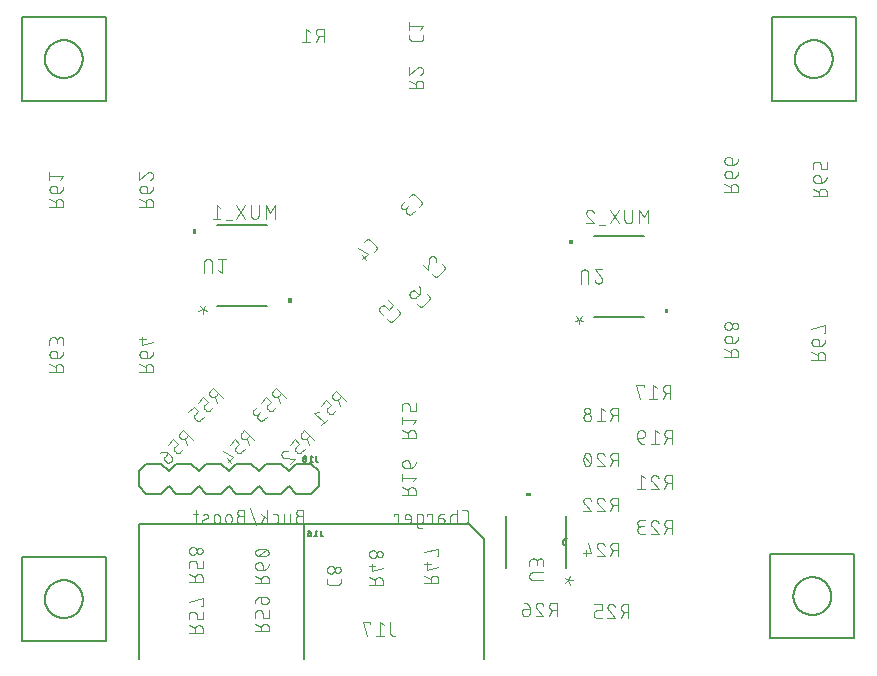
<source format=gbr>
G04 EAGLE Gerber RS-274X export*
G75*
%MOMM*%
%FSLAX34Y34*%
%LPD*%
%INSilkscreen Bottom*%
%IPPOS*%
%AMOC8*
5,1,8,0,0,1.08239X$1,22.5*%
G01*
%ADD10C,0.152400*%
%ADD11C,0.101600*%
%ADD12C,0.076200*%
%ADD13C,0.127000*%
%ADD14C,0.203200*%

G36*
X162816Y359960D02*
X162816Y359960D01*
X162818Y359959D01*
X162861Y359979D01*
X162905Y359997D01*
X162905Y359999D01*
X162907Y360000D01*
X162940Y360085D01*
X162940Y363895D01*
X162939Y363897D01*
X162940Y363899D01*
X162920Y363942D01*
X162902Y363986D01*
X162900Y363986D01*
X162899Y363988D01*
X162814Y364021D01*
X160274Y364021D01*
X160272Y364020D01*
X160270Y364021D01*
X160227Y364001D01*
X160183Y363983D01*
X160183Y363981D01*
X160181Y363980D01*
X160148Y363895D01*
X160148Y360085D01*
X160149Y360083D01*
X160148Y360081D01*
X160168Y360038D01*
X160186Y359994D01*
X160188Y359994D01*
X160189Y359992D01*
X160274Y359959D01*
X162814Y359959D01*
X162816Y359960D01*
G37*
G36*
X481586Y351070D02*
X481586Y351070D01*
X481588Y351069D01*
X481631Y351089D01*
X481675Y351107D01*
X481675Y351109D01*
X481677Y351110D01*
X481710Y351195D01*
X481710Y355005D01*
X481709Y355007D01*
X481710Y355009D01*
X481690Y355052D01*
X481672Y355096D01*
X481670Y355096D01*
X481669Y355098D01*
X481584Y355131D01*
X479044Y355131D01*
X479042Y355130D01*
X479040Y355131D01*
X478997Y355111D01*
X478953Y355093D01*
X478953Y355091D01*
X478951Y355090D01*
X478918Y355005D01*
X478918Y351195D01*
X478919Y351193D01*
X478918Y351191D01*
X478938Y351148D01*
X478956Y351104D01*
X478958Y351104D01*
X478959Y351102D01*
X479044Y351069D01*
X481584Y351069D01*
X481586Y351070D01*
G37*
G36*
X243588Y301460D02*
X243588Y301460D01*
X243590Y301459D01*
X243633Y301479D01*
X243677Y301497D01*
X243677Y301499D01*
X243679Y301500D01*
X243712Y301585D01*
X243712Y305395D01*
X243711Y305397D01*
X243712Y305399D01*
X243692Y305442D01*
X243674Y305486D01*
X243672Y305487D01*
X243671Y305488D01*
X243586Y305521D01*
X241046Y305521D01*
X241044Y305520D01*
X241042Y305521D01*
X240999Y305501D01*
X240955Y305483D01*
X240955Y305481D01*
X240953Y305480D01*
X240920Y305395D01*
X240920Y301585D01*
X240921Y301583D01*
X240920Y301581D01*
X240940Y301538D01*
X240958Y301494D01*
X240960Y301494D01*
X240961Y301492D01*
X241046Y301459D01*
X243586Y301459D01*
X243588Y301460D01*
G37*
G36*
X562358Y292570D02*
X562358Y292570D01*
X562360Y292569D01*
X562403Y292589D01*
X562447Y292607D01*
X562447Y292609D01*
X562449Y292610D01*
X562482Y292695D01*
X562482Y296505D01*
X562481Y296507D01*
X562482Y296509D01*
X562462Y296552D01*
X562444Y296596D01*
X562442Y296597D01*
X562441Y296598D01*
X562356Y296631D01*
X559816Y296631D01*
X559814Y296630D01*
X559812Y296631D01*
X559769Y296611D01*
X559725Y296593D01*
X559725Y296591D01*
X559723Y296590D01*
X559690Y296505D01*
X559690Y292695D01*
X559691Y292693D01*
X559690Y292691D01*
X559710Y292648D01*
X559728Y292604D01*
X559730Y292604D01*
X559731Y292602D01*
X559816Y292569D01*
X562356Y292569D01*
X562358Y292570D01*
G37*
G36*
X446257Y138051D02*
X446257Y138051D01*
X446259Y138050D01*
X446302Y138070D01*
X446346Y138088D01*
X446346Y138090D01*
X446348Y138091D01*
X446381Y138176D01*
X446381Y140716D01*
X446380Y140718D01*
X446381Y140720D01*
X446361Y140763D01*
X446343Y140807D01*
X446341Y140807D01*
X446340Y140809D01*
X446255Y140842D01*
X442445Y140842D01*
X442443Y140841D01*
X442441Y140842D01*
X442398Y140822D01*
X442354Y140804D01*
X442354Y140802D01*
X442352Y140801D01*
X442319Y140716D01*
X442319Y138176D01*
X442320Y138174D01*
X442319Y138172D01*
X442339Y138129D01*
X442357Y138085D01*
X442359Y138085D01*
X442360Y138083D01*
X442445Y138050D01*
X446255Y138050D01*
X446257Y138051D01*
G37*
D10*
X114300Y0D02*
X114300Y114300D01*
X254000Y114300D01*
D11*
X253492Y121299D02*
X250246Y121299D01*
X250246Y121300D02*
X250133Y121298D01*
X250020Y121292D01*
X249907Y121282D01*
X249794Y121268D01*
X249682Y121251D01*
X249571Y121229D01*
X249461Y121204D01*
X249351Y121174D01*
X249243Y121141D01*
X249136Y121104D01*
X249030Y121064D01*
X248926Y121019D01*
X248823Y120971D01*
X248722Y120920D01*
X248623Y120865D01*
X248526Y120807D01*
X248431Y120745D01*
X248338Y120680D01*
X248248Y120612D01*
X248160Y120541D01*
X248074Y120466D01*
X247991Y120389D01*
X247911Y120309D01*
X247834Y120226D01*
X247759Y120140D01*
X247688Y120052D01*
X247620Y119962D01*
X247555Y119869D01*
X247493Y119774D01*
X247435Y119677D01*
X247380Y119578D01*
X247329Y119477D01*
X247281Y119374D01*
X247236Y119270D01*
X247196Y119164D01*
X247159Y119057D01*
X247126Y118949D01*
X247096Y118839D01*
X247071Y118729D01*
X247049Y118618D01*
X247032Y118506D01*
X247018Y118393D01*
X247008Y118280D01*
X247002Y118167D01*
X247000Y118054D01*
X247002Y117941D01*
X247008Y117828D01*
X247018Y117715D01*
X247032Y117602D01*
X247049Y117490D01*
X247071Y117379D01*
X247096Y117269D01*
X247126Y117159D01*
X247159Y117051D01*
X247196Y116944D01*
X247236Y116838D01*
X247281Y116734D01*
X247329Y116631D01*
X247380Y116530D01*
X247435Y116431D01*
X247493Y116334D01*
X247555Y116239D01*
X247620Y116146D01*
X247688Y116056D01*
X247759Y115968D01*
X247834Y115882D01*
X247911Y115799D01*
X247991Y115719D01*
X248074Y115642D01*
X248160Y115567D01*
X248248Y115496D01*
X248338Y115428D01*
X248431Y115363D01*
X248526Y115301D01*
X248623Y115243D01*
X248722Y115188D01*
X248823Y115137D01*
X248926Y115089D01*
X249030Y115044D01*
X249136Y115004D01*
X249243Y114967D01*
X249351Y114934D01*
X249461Y114904D01*
X249571Y114879D01*
X249682Y114857D01*
X249794Y114840D01*
X249907Y114826D01*
X250020Y114816D01*
X250133Y114810D01*
X250246Y114808D01*
X253492Y114808D01*
X253492Y126492D01*
X250246Y126492D01*
X250145Y126490D01*
X250045Y126484D01*
X249945Y126474D01*
X249845Y126461D01*
X249746Y126443D01*
X249647Y126422D01*
X249550Y126397D01*
X249453Y126368D01*
X249358Y126335D01*
X249264Y126299D01*
X249172Y126259D01*
X249081Y126216D01*
X248992Y126169D01*
X248905Y126119D01*
X248819Y126065D01*
X248736Y126008D01*
X248656Y125948D01*
X248577Y125885D01*
X248501Y125818D01*
X248428Y125749D01*
X248358Y125677D01*
X248290Y125603D01*
X248225Y125526D01*
X248164Y125446D01*
X248105Y125364D01*
X248050Y125280D01*
X247998Y125194D01*
X247949Y125106D01*
X247904Y125016D01*
X247862Y124924D01*
X247824Y124831D01*
X247790Y124736D01*
X247759Y124641D01*
X247732Y124544D01*
X247709Y124446D01*
X247689Y124347D01*
X247674Y124247D01*
X247662Y124147D01*
X247654Y124047D01*
X247650Y123946D01*
X247650Y123846D01*
X247654Y123745D01*
X247662Y123645D01*
X247674Y123545D01*
X247689Y123445D01*
X247709Y123346D01*
X247732Y123248D01*
X247759Y123151D01*
X247790Y123056D01*
X247824Y122961D01*
X247862Y122868D01*
X247904Y122776D01*
X247949Y122686D01*
X247998Y122598D01*
X248050Y122512D01*
X248105Y122428D01*
X248164Y122346D01*
X248225Y122266D01*
X248290Y122189D01*
X248358Y122115D01*
X248428Y122043D01*
X248501Y121974D01*
X248577Y121907D01*
X248656Y121844D01*
X248736Y121784D01*
X248819Y121727D01*
X248905Y121673D01*
X248992Y121623D01*
X249081Y121576D01*
X249172Y121533D01*
X249264Y121493D01*
X249358Y121457D01*
X249453Y121424D01*
X249550Y121395D01*
X249647Y121370D01*
X249746Y121349D01*
X249845Y121331D01*
X249945Y121318D01*
X250045Y121308D01*
X250145Y121302D01*
X250246Y121300D01*
X242344Y122597D02*
X242344Y116755D01*
X242342Y116668D01*
X242336Y116580D01*
X242326Y116494D01*
X242313Y116407D01*
X242295Y116322D01*
X242274Y116237D01*
X242249Y116153D01*
X242220Y116071D01*
X242187Y115990D01*
X242151Y115910D01*
X242112Y115832D01*
X242068Y115756D01*
X242022Y115682D01*
X241972Y115611D01*
X241919Y115541D01*
X241863Y115474D01*
X241804Y115410D01*
X241742Y115348D01*
X241678Y115289D01*
X241611Y115233D01*
X241541Y115180D01*
X241470Y115130D01*
X241396Y115084D01*
X241320Y115040D01*
X241242Y115001D01*
X241162Y114965D01*
X241081Y114932D01*
X240999Y114903D01*
X240915Y114878D01*
X240830Y114857D01*
X240745Y114839D01*
X240658Y114826D01*
X240572Y114816D01*
X240484Y114810D01*
X240397Y114808D01*
X237151Y114808D01*
X237151Y122597D01*
X230097Y114808D02*
X227500Y114808D01*
X230097Y114808D02*
X230184Y114810D01*
X230272Y114816D01*
X230358Y114826D01*
X230445Y114839D01*
X230530Y114857D01*
X230615Y114878D01*
X230699Y114903D01*
X230781Y114932D01*
X230862Y114965D01*
X230942Y115001D01*
X231020Y115040D01*
X231096Y115084D01*
X231170Y115130D01*
X231241Y115180D01*
X231311Y115233D01*
X231378Y115289D01*
X231442Y115348D01*
X231504Y115410D01*
X231563Y115474D01*
X231619Y115541D01*
X231672Y115611D01*
X231722Y115682D01*
X231768Y115756D01*
X231812Y115832D01*
X231851Y115910D01*
X231887Y115990D01*
X231920Y116071D01*
X231949Y116153D01*
X231974Y116237D01*
X231995Y116322D01*
X232013Y116407D01*
X232026Y116494D01*
X232036Y116580D01*
X232042Y116668D01*
X232044Y116755D01*
X232044Y120650D01*
X232042Y120737D01*
X232036Y120825D01*
X232026Y120911D01*
X232013Y120998D01*
X231995Y121083D01*
X231974Y121168D01*
X231949Y121252D01*
X231920Y121334D01*
X231887Y121415D01*
X231851Y121495D01*
X231812Y121573D01*
X231768Y121649D01*
X231722Y121723D01*
X231672Y121794D01*
X231619Y121864D01*
X231563Y121931D01*
X231504Y121995D01*
X231442Y122057D01*
X231378Y122116D01*
X231311Y122172D01*
X231241Y122225D01*
X231170Y122275D01*
X231096Y122321D01*
X231020Y122365D01*
X230942Y122404D01*
X230862Y122440D01*
X230781Y122473D01*
X230699Y122502D01*
X230615Y122527D01*
X230530Y122548D01*
X230445Y122566D01*
X230358Y122579D01*
X230272Y122589D01*
X230184Y122595D01*
X230097Y122597D01*
X227500Y122597D01*
X222778Y126492D02*
X222778Y114808D01*
X222778Y118703D02*
X217585Y122597D01*
X220506Y120325D02*
X217585Y114808D01*
X213769Y113510D02*
X208576Y127790D01*
X203581Y121299D02*
X200336Y121299D01*
X200336Y121300D02*
X200223Y121298D01*
X200110Y121292D01*
X199997Y121282D01*
X199884Y121268D01*
X199772Y121251D01*
X199661Y121229D01*
X199551Y121204D01*
X199441Y121174D01*
X199333Y121141D01*
X199226Y121104D01*
X199120Y121064D01*
X199016Y121019D01*
X198913Y120971D01*
X198812Y120920D01*
X198713Y120865D01*
X198616Y120807D01*
X198521Y120745D01*
X198428Y120680D01*
X198338Y120612D01*
X198250Y120541D01*
X198164Y120466D01*
X198081Y120389D01*
X198001Y120309D01*
X197924Y120226D01*
X197849Y120140D01*
X197778Y120052D01*
X197710Y119962D01*
X197645Y119869D01*
X197583Y119774D01*
X197525Y119677D01*
X197470Y119578D01*
X197419Y119477D01*
X197371Y119374D01*
X197326Y119270D01*
X197286Y119164D01*
X197249Y119057D01*
X197216Y118949D01*
X197186Y118839D01*
X197161Y118729D01*
X197139Y118618D01*
X197122Y118506D01*
X197108Y118393D01*
X197098Y118280D01*
X197092Y118167D01*
X197090Y118054D01*
X197092Y117941D01*
X197098Y117828D01*
X197108Y117715D01*
X197122Y117602D01*
X197139Y117490D01*
X197161Y117379D01*
X197186Y117269D01*
X197216Y117159D01*
X197249Y117051D01*
X197286Y116944D01*
X197326Y116838D01*
X197371Y116734D01*
X197419Y116631D01*
X197470Y116530D01*
X197525Y116431D01*
X197583Y116334D01*
X197645Y116239D01*
X197710Y116146D01*
X197778Y116056D01*
X197849Y115968D01*
X197924Y115882D01*
X198001Y115799D01*
X198081Y115719D01*
X198164Y115642D01*
X198250Y115567D01*
X198338Y115496D01*
X198428Y115428D01*
X198521Y115363D01*
X198616Y115301D01*
X198713Y115243D01*
X198812Y115188D01*
X198913Y115137D01*
X199016Y115089D01*
X199120Y115044D01*
X199226Y115004D01*
X199333Y114967D01*
X199441Y114934D01*
X199551Y114904D01*
X199661Y114879D01*
X199772Y114857D01*
X199884Y114840D01*
X199997Y114826D01*
X200110Y114816D01*
X200223Y114810D01*
X200336Y114808D01*
X203581Y114808D01*
X203581Y126492D01*
X200336Y126492D01*
X200235Y126490D01*
X200135Y126484D01*
X200035Y126474D01*
X199935Y126461D01*
X199836Y126443D01*
X199737Y126422D01*
X199640Y126397D01*
X199543Y126368D01*
X199448Y126335D01*
X199354Y126299D01*
X199262Y126259D01*
X199171Y126216D01*
X199082Y126169D01*
X198995Y126119D01*
X198909Y126065D01*
X198826Y126008D01*
X198746Y125948D01*
X198667Y125885D01*
X198591Y125818D01*
X198518Y125749D01*
X198448Y125677D01*
X198380Y125603D01*
X198315Y125526D01*
X198254Y125446D01*
X198195Y125364D01*
X198140Y125280D01*
X198088Y125194D01*
X198039Y125106D01*
X197994Y125016D01*
X197952Y124924D01*
X197914Y124831D01*
X197880Y124736D01*
X197849Y124641D01*
X197822Y124544D01*
X197799Y124446D01*
X197779Y124347D01*
X197764Y124247D01*
X197752Y124147D01*
X197744Y124047D01*
X197740Y123946D01*
X197740Y123846D01*
X197744Y123745D01*
X197752Y123645D01*
X197764Y123545D01*
X197779Y123445D01*
X197799Y123346D01*
X197822Y123248D01*
X197849Y123151D01*
X197880Y123056D01*
X197914Y122961D01*
X197952Y122868D01*
X197994Y122776D01*
X198039Y122686D01*
X198088Y122598D01*
X198140Y122512D01*
X198195Y122428D01*
X198254Y122346D01*
X198315Y122266D01*
X198380Y122189D01*
X198448Y122115D01*
X198518Y122043D01*
X198591Y121974D01*
X198667Y121907D01*
X198746Y121844D01*
X198826Y121784D01*
X198909Y121727D01*
X198995Y121673D01*
X199082Y121623D01*
X199171Y121576D01*
X199262Y121533D01*
X199354Y121493D01*
X199448Y121457D01*
X199543Y121424D01*
X199640Y121395D01*
X199737Y121370D01*
X199836Y121349D01*
X199935Y121331D01*
X200035Y121318D01*
X200135Y121308D01*
X200235Y121302D01*
X200336Y121300D01*
X192814Y120001D02*
X192814Y117404D01*
X192814Y120001D02*
X192812Y120102D01*
X192806Y120202D01*
X192796Y120302D01*
X192783Y120402D01*
X192765Y120501D01*
X192744Y120600D01*
X192719Y120697D01*
X192690Y120794D01*
X192657Y120889D01*
X192621Y120983D01*
X192581Y121075D01*
X192538Y121166D01*
X192491Y121255D01*
X192441Y121342D01*
X192387Y121428D01*
X192330Y121511D01*
X192270Y121591D01*
X192207Y121670D01*
X192140Y121746D01*
X192071Y121819D01*
X191999Y121889D01*
X191925Y121957D01*
X191848Y122022D01*
X191768Y122083D01*
X191686Y122142D01*
X191602Y122197D01*
X191516Y122249D01*
X191428Y122298D01*
X191338Y122343D01*
X191246Y122385D01*
X191153Y122423D01*
X191058Y122457D01*
X190963Y122488D01*
X190866Y122515D01*
X190768Y122538D01*
X190669Y122558D01*
X190569Y122573D01*
X190469Y122585D01*
X190369Y122593D01*
X190268Y122597D01*
X190168Y122597D01*
X190067Y122593D01*
X189967Y122585D01*
X189867Y122573D01*
X189767Y122558D01*
X189668Y122538D01*
X189570Y122515D01*
X189473Y122488D01*
X189378Y122457D01*
X189283Y122423D01*
X189190Y122385D01*
X189098Y122343D01*
X189008Y122298D01*
X188920Y122249D01*
X188834Y122197D01*
X188750Y122142D01*
X188668Y122083D01*
X188588Y122022D01*
X188511Y121957D01*
X188437Y121889D01*
X188365Y121819D01*
X188296Y121746D01*
X188229Y121670D01*
X188166Y121591D01*
X188106Y121511D01*
X188049Y121428D01*
X187995Y121342D01*
X187945Y121255D01*
X187898Y121166D01*
X187855Y121075D01*
X187815Y120983D01*
X187779Y120889D01*
X187746Y120794D01*
X187717Y120697D01*
X187692Y120600D01*
X187671Y120501D01*
X187653Y120402D01*
X187640Y120302D01*
X187630Y120202D01*
X187624Y120102D01*
X187622Y120001D01*
X187621Y120001D02*
X187621Y117404D01*
X187622Y117404D02*
X187624Y117303D01*
X187630Y117203D01*
X187640Y117103D01*
X187653Y117003D01*
X187671Y116904D01*
X187692Y116805D01*
X187717Y116708D01*
X187746Y116611D01*
X187779Y116516D01*
X187815Y116422D01*
X187855Y116330D01*
X187898Y116239D01*
X187945Y116150D01*
X187995Y116063D01*
X188049Y115977D01*
X188106Y115894D01*
X188166Y115814D01*
X188229Y115735D01*
X188296Y115659D01*
X188365Y115586D01*
X188437Y115516D01*
X188511Y115448D01*
X188588Y115383D01*
X188668Y115322D01*
X188750Y115263D01*
X188834Y115208D01*
X188920Y115156D01*
X189008Y115107D01*
X189098Y115062D01*
X189190Y115020D01*
X189283Y114982D01*
X189378Y114948D01*
X189473Y114917D01*
X189570Y114890D01*
X189668Y114867D01*
X189767Y114847D01*
X189867Y114832D01*
X189967Y114820D01*
X190067Y114812D01*
X190168Y114808D01*
X190268Y114808D01*
X190369Y114812D01*
X190469Y114820D01*
X190569Y114832D01*
X190669Y114847D01*
X190768Y114867D01*
X190866Y114890D01*
X190963Y114917D01*
X191058Y114948D01*
X191153Y114982D01*
X191246Y115020D01*
X191338Y115062D01*
X191428Y115107D01*
X191516Y115156D01*
X191602Y115208D01*
X191686Y115263D01*
X191768Y115322D01*
X191848Y115383D01*
X191925Y115448D01*
X191999Y115516D01*
X192071Y115586D01*
X192140Y115659D01*
X192207Y115735D01*
X192270Y115814D01*
X192330Y115894D01*
X192387Y115977D01*
X192441Y116063D01*
X192491Y116150D01*
X192538Y116239D01*
X192581Y116330D01*
X192621Y116422D01*
X192657Y116516D01*
X192690Y116611D01*
X192719Y116708D01*
X192744Y116805D01*
X192765Y116904D01*
X192783Y117003D01*
X192796Y117103D01*
X192806Y117203D01*
X192812Y117303D01*
X192814Y117404D01*
X182908Y117404D02*
X182908Y120001D01*
X182906Y120102D01*
X182900Y120202D01*
X182890Y120302D01*
X182877Y120402D01*
X182859Y120501D01*
X182838Y120600D01*
X182813Y120697D01*
X182784Y120794D01*
X182751Y120889D01*
X182715Y120983D01*
X182675Y121075D01*
X182632Y121166D01*
X182585Y121255D01*
X182535Y121342D01*
X182481Y121428D01*
X182424Y121511D01*
X182364Y121591D01*
X182301Y121670D01*
X182234Y121746D01*
X182165Y121819D01*
X182093Y121889D01*
X182019Y121957D01*
X181942Y122022D01*
X181862Y122083D01*
X181780Y122142D01*
X181696Y122197D01*
X181610Y122249D01*
X181522Y122298D01*
X181432Y122343D01*
X181340Y122385D01*
X181247Y122423D01*
X181152Y122457D01*
X181057Y122488D01*
X180960Y122515D01*
X180862Y122538D01*
X180763Y122558D01*
X180663Y122573D01*
X180563Y122585D01*
X180463Y122593D01*
X180362Y122597D01*
X180262Y122597D01*
X180161Y122593D01*
X180061Y122585D01*
X179961Y122573D01*
X179861Y122558D01*
X179762Y122538D01*
X179664Y122515D01*
X179567Y122488D01*
X179472Y122457D01*
X179377Y122423D01*
X179284Y122385D01*
X179192Y122343D01*
X179102Y122298D01*
X179014Y122249D01*
X178928Y122197D01*
X178844Y122142D01*
X178762Y122083D01*
X178682Y122022D01*
X178605Y121957D01*
X178531Y121889D01*
X178459Y121819D01*
X178390Y121746D01*
X178323Y121670D01*
X178260Y121591D01*
X178200Y121511D01*
X178143Y121428D01*
X178089Y121342D01*
X178039Y121255D01*
X177992Y121166D01*
X177949Y121075D01*
X177909Y120983D01*
X177873Y120889D01*
X177840Y120794D01*
X177811Y120697D01*
X177786Y120600D01*
X177765Y120501D01*
X177747Y120402D01*
X177734Y120302D01*
X177724Y120202D01*
X177718Y120102D01*
X177716Y120001D01*
X177715Y120001D02*
X177715Y117404D01*
X177716Y117404D02*
X177718Y117303D01*
X177724Y117203D01*
X177734Y117103D01*
X177747Y117003D01*
X177765Y116904D01*
X177786Y116805D01*
X177811Y116708D01*
X177840Y116611D01*
X177873Y116516D01*
X177909Y116422D01*
X177949Y116330D01*
X177992Y116239D01*
X178039Y116150D01*
X178089Y116063D01*
X178143Y115977D01*
X178200Y115894D01*
X178260Y115814D01*
X178323Y115735D01*
X178390Y115659D01*
X178459Y115586D01*
X178531Y115516D01*
X178605Y115448D01*
X178682Y115383D01*
X178762Y115322D01*
X178844Y115263D01*
X178928Y115208D01*
X179014Y115156D01*
X179102Y115107D01*
X179192Y115062D01*
X179284Y115020D01*
X179377Y114982D01*
X179472Y114948D01*
X179567Y114917D01*
X179664Y114890D01*
X179762Y114867D01*
X179861Y114847D01*
X179961Y114832D01*
X180061Y114820D01*
X180161Y114812D01*
X180262Y114808D01*
X180362Y114808D01*
X180463Y114812D01*
X180563Y114820D01*
X180663Y114832D01*
X180763Y114847D01*
X180862Y114867D01*
X180960Y114890D01*
X181057Y114917D01*
X181152Y114948D01*
X181247Y114982D01*
X181340Y115020D01*
X181432Y115062D01*
X181522Y115107D01*
X181610Y115156D01*
X181696Y115208D01*
X181780Y115263D01*
X181862Y115322D01*
X181942Y115383D01*
X182019Y115448D01*
X182093Y115516D01*
X182165Y115586D01*
X182234Y115659D01*
X182301Y115735D01*
X182364Y115814D01*
X182424Y115894D01*
X182481Y115977D01*
X182535Y116063D01*
X182585Y116150D01*
X182632Y116239D01*
X182675Y116330D01*
X182715Y116422D01*
X182751Y116516D01*
X182784Y116611D01*
X182813Y116708D01*
X182838Y116805D01*
X182859Y116904D01*
X182877Y117003D01*
X182890Y117103D01*
X182900Y117203D01*
X182906Y117303D01*
X182908Y117404D01*
X172029Y119352D02*
X168783Y118054D01*
X172029Y119351D02*
X172104Y119384D01*
X172178Y119420D01*
X172250Y119459D01*
X172320Y119502D01*
X172387Y119548D01*
X172453Y119598D01*
X172515Y119650D01*
X172576Y119706D01*
X172633Y119764D01*
X172688Y119825D01*
X172739Y119889D01*
X172787Y119955D01*
X172832Y120024D01*
X172874Y120094D01*
X172912Y120167D01*
X172947Y120241D01*
X172978Y120317D01*
X173005Y120394D01*
X173028Y120473D01*
X173048Y120552D01*
X173063Y120633D01*
X173075Y120714D01*
X173083Y120796D01*
X173087Y120877D01*
X173086Y120959D01*
X173082Y121041D01*
X173074Y121123D01*
X173062Y121204D01*
X173046Y121284D01*
X173026Y121364D01*
X173002Y121442D01*
X172974Y121519D01*
X172943Y121595D01*
X172908Y121669D01*
X172870Y121741D01*
X172828Y121812D01*
X172782Y121880D01*
X172734Y121946D01*
X172682Y122009D01*
X172627Y122070D01*
X172569Y122128D01*
X172509Y122184D01*
X172446Y122236D01*
X172380Y122285D01*
X172312Y122331D01*
X172242Y122373D01*
X172170Y122413D01*
X172096Y122448D01*
X172021Y122480D01*
X171944Y122508D01*
X171866Y122532D01*
X171786Y122553D01*
X171706Y122570D01*
X171625Y122582D01*
X171544Y122591D01*
X171462Y122596D01*
X171380Y122597D01*
X171203Y122593D01*
X171026Y122584D01*
X170849Y122570D01*
X170672Y122553D01*
X170497Y122531D01*
X170321Y122506D01*
X170147Y122475D01*
X169973Y122441D01*
X169800Y122403D01*
X169628Y122360D01*
X169457Y122313D01*
X169287Y122263D01*
X169118Y122208D01*
X168951Y122149D01*
X168786Y122086D01*
X168621Y122019D01*
X168459Y121948D01*
X168783Y118054D02*
X168708Y118021D01*
X168634Y117985D01*
X168562Y117946D01*
X168492Y117903D01*
X168425Y117857D01*
X168359Y117807D01*
X168297Y117755D01*
X168236Y117699D01*
X168179Y117641D01*
X168124Y117580D01*
X168073Y117516D01*
X168025Y117450D01*
X167980Y117381D01*
X167938Y117311D01*
X167900Y117238D01*
X167865Y117164D01*
X167834Y117088D01*
X167807Y117011D01*
X167784Y116932D01*
X167764Y116853D01*
X167749Y116772D01*
X167737Y116691D01*
X167729Y116609D01*
X167725Y116528D01*
X167726Y116446D01*
X167730Y116364D01*
X167738Y116282D01*
X167750Y116201D01*
X167766Y116121D01*
X167786Y116041D01*
X167810Y115963D01*
X167838Y115886D01*
X167869Y115810D01*
X167904Y115736D01*
X167942Y115664D01*
X167984Y115593D01*
X168030Y115525D01*
X168078Y115459D01*
X168130Y115396D01*
X168185Y115335D01*
X168243Y115277D01*
X168303Y115221D01*
X168366Y115169D01*
X168432Y115120D01*
X168500Y115074D01*
X168570Y115032D01*
X168642Y114992D01*
X168716Y114957D01*
X168791Y114925D01*
X168868Y114897D01*
X168946Y114873D01*
X169026Y114852D01*
X169106Y114835D01*
X169187Y114823D01*
X169268Y114814D01*
X169350Y114809D01*
X169432Y114808D01*
X169692Y114815D01*
X169952Y114828D01*
X170212Y114847D01*
X170471Y114872D01*
X170730Y114904D01*
X170987Y114941D01*
X171244Y114985D01*
X171500Y115034D01*
X171754Y115090D01*
X172007Y115151D01*
X172258Y115219D01*
X172508Y115293D01*
X172756Y115372D01*
X173002Y115457D01*
X164064Y122597D02*
X160169Y122597D01*
X162765Y126492D02*
X162765Y116755D01*
X162763Y116668D01*
X162757Y116580D01*
X162747Y116494D01*
X162734Y116407D01*
X162716Y116322D01*
X162695Y116237D01*
X162670Y116153D01*
X162641Y116071D01*
X162608Y115990D01*
X162572Y115910D01*
X162533Y115832D01*
X162489Y115756D01*
X162443Y115682D01*
X162393Y115611D01*
X162340Y115541D01*
X162284Y115474D01*
X162225Y115410D01*
X162163Y115348D01*
X162099Y115289D01*
X162032Y115233D01*
X161962Y115180D01*
X161891Y115130D01*
X161817Y115084D01*
X161741Y115040D01*
X161663Y115001D01*
X161583Y114965D01*
X161502Y114932D01*
X161420Y114903D01*
X161336Y114878D01*
X161251Y114857D01*
X161166Y114839D01*
X161079Y114826D01*
X160993Y114816D01*
X160905Y114810D01*
X160818Y114808D01*
X160169Y114808D01*
D10*
X254000Y114300D02*
X254000Y0D01*
X406400Y0D02*
X406400Y101600D01*
X393700Y114300D01*
X254000Y114300D01*
D11*
X387999Y114808D02*
X390596Y114808D01*
X390695Y114810D01*
X390795Y114816D01*
X390894Y114825D01*
X390992Y114838D01*
X391090Y114855D01*
X391188Y114876D01*
X391284Y114901D01*
X391379Y114929D01*
X391473Y114961D01*
X391566Y114996D01*
X391658Y115035D01*
X391748Y115078D01*
X391836Y115123D01*
X391923Y115173D01*
X392007Y115225D01*
X392090Y115281D01*
X392170Y115339D01*
X392248Y115401D01*
X392323Y115466D01*
X392396Y115534D01*
X392466Y115604D01*
X392534Y115677D01*
X392599Y115752D01*
X392661Y115830D01*
X392719Y115910D01*
X392775Y115993D01*
X392827Y116077D01*
X392877Y116164D01*
X392922Y116252D01*
X392965Y116342D01*
X393004Y116434D01*
X393039Y116527D01*
X393071Y116621D01*
X393099Y116716D01*
X393124Y116812D01*
X393145Y116910D01*
X393162Y117008D01*
X393175Y117106D01*
X393184Y117205D01*
X393190Y117305D01*
X393192Y117404D01*
X393192Y123896D01*
X393190Y123995D01*
X393184Y124095D01*
X393175Y124194D01*
X393162Y124292D01*
X393145Y124390D01*
X393124Y124488D01*
X393099Y124584D01*
X393071Y124679D01*
X393039Y124773D01*
X393004Y124866D01*
X392965Y124958D01*
X392922Y125048D01*
X392877Y125136D01*
X392827Y125223D01*
X392775Y125307D01*
X392719Y125390D01*
X392661Y125470D01*
X392599Y125548D01*
X392534Y125623D01*
X392466Y125696D01*
X392396Y125766D01*
X392323Y125834D01*
X392248Y125899D01*
X392170Y125961D01*
X392090Y126019D01*
X392007Y126075D01*
X391923Y126127D01*
X391836Y126177D01*
X391748Y126222D01*
X391658Y126265D01*
X391566Y126304D01*
X391473Y126339D01*
X391379Y126371D01*
X391284Y126399D01*
X391188Y126424D01*
X391090Y126445D01*
X390992Y126462D01*
X390894Y126475D01*
X390795Y126484D01*
X390695Y126490D01*
X390596Y126492D01*
X387999Y126492D01*
X383366Y126492D02*
X383366Y114808D01*
X383366Y122597D02*
X380120Y122597D01*
X380033Y122595D01*
X379945Y122589D01*
X379859Y122579D01*
X379772Y122566D01*
X379687Y122548D01*
X379602Y122527D01*
X379518Y122502D01*
X379436Y122473D01*
X379355Y122440D01*
X379275Y122404D01*
X379197Y122365D01*
X379121Y122321D01*
X379047Y122275D01*
X378976Y122225D01*
X378906Y122172D01*
X378839Y122116D01*
X378775Y122057D01*
X378713Y121996D01*
X378654Y121931D01*
X378598Y121864D01*
X378545Y121794D01*
X378495Y121723D01*
X378449Y121649D01*
X378406Y121573D01*
X378366Y121495D01*
X378330Y121415D01*
X378297Y121334D01*
X378268Y121252D01*
X378243Y121168D01*
X378222Y121083D01*
X378204Y120998D01*
X378191Y120911D01*
X378181Y120825D01*
X378175Y120737D01*
X378173Y120650D01*
X378173Y114808D01*
X370866Y119352D02*
X367945Y119352D01*
X370866Y119352D02*
X370960Y119350D01*
X371054Y119344D01*
X371147Y119335D01*
X371240Y119321D01*
X371332Y119304D01*
X371424Y119282D01*
X371514Y119258D01*
X371604Y119229D01*
X371692Y119197D01*
X371779Y119161D01*
X371864Y119121D01*
X371947Y119078D01*
X372029Y119032D01*
X372109Y118982D01*
X372186Y118929D01*
X372261Y118873D01*
X372334Y118814D01*
X372405Y118752D01*
X372473Y118687D01*
X372538Y118619D01*
X372600Y118548D01*
X372659Y118475D01*
X372715Y118400D01*
X372768Y118323D01*
X372818Y118243D01*
X372864Y118161D01*
X372907Y118078D01*
X372947Y117993D01*
X372983Y117906D01*
X373015Y117818D01*
X373044Y117728D01*
X373068Y117638D01*
X373090Y117546D01*
X373107Y117454D01*
X373121Y117361D01*
X373130Y117268D01*
X373136Y117174D01*
X373138Y117080D01*
X373136Y116986D01*
X373130Y116892D01*
X373121Y116799D01*
X373107Y116706D01*
X373090Y116614D01*
X373068Y116522D01*
X373044Y116432D01*
X373015Y116342D01*
X372983Y116254D01*
X372947Y116167D01*
X372907Y116082D01*
X372864Y115999D01*
X372818Y115917D01*
X372768Y115837D01*
X372715Y115760D01*
X372659Y115685D01*
X372600Y115612D01*
X372538Y115541D01*
X372473Y115473D01*
X372405Y115408D01*
X372334Y115346D01*
X372261Y115287D01*
X372186Y115231D01*
X372109Y115178D01*
X372029Y115128D01*
X371947Y115082D01*
X371864Y115039D01*
X371779Y114999D01*
X371692Y114963D01*
X371604Y114931D01*
X371514Y114902D01*
X371424Y114878D01*
X371332Y114856D01*
X371240Y114839D01*
X371147Y114825D01*
X371054Y114816D01*
X370960Y114810D01*
X370866Y114808D01*
X367945Y114808D01*
X367945Y120650D01*
X367947Y120737D01*
X367953Y120825D01*
X367963Y120911D01*
X367976Y120998D01*
X367994Y121083D01*
X368015Y121168D01*
X368040Y121252D01*
X368069Y121334D01*
X368102Y121415D01*
X368138Y121495D01*
X368177Y121573D01*
X368221Y121649D01*
X368267Y121723D01*
X368317Y121794D01*
X368370Y121864D01*
X368426Y121931D01*
X368485Y121996D01*
X368547Y122057D01*
X368611Y122116D01*
X368678Y122172D01*
X368748Y122225D01*
X368819Y122275D01*
X368893Y122321D01*
X368969Y122365D01*
X369047Y122404D01*
X369127Y122440D01*
X369208Y122473D01*
X369290Y122502D01*
X369374Y122527D01*
X369459Y122548D01*
X369544Y122566D01*
X369631Y122579D01*
X369718Y122589D01*
X369805Y122595D01*
X369892Y122597D01*
X372489Y122597D01*
X362344Y122597D02*
X362344Y114808D01*
X362344Y122597D02*
X358450Y122597D01*
X358450Y121299D01*
X352902Y114808D02*
X349657Y114808D01*
X352902Y114808D02*
X352989Y114810D01*
X353077Y114816D01*
X353163Y114826D01*
X353250Y114839D01*
X353335Y114857D01*
X353420Y114878D01*
X353504Y114903D01*
X353586Y114932D01*
X353667Y114965D01*
X353747Y115001D01*
X353825Y115040D01*
X353901Y115084D01*
X353975Y115130D01*
X354046Y115180D01*
X354116Y115233D01*
X354183Y115289D01*
X354247Y115348D01*
X354309Y115410D01*
X354368Y115474D01*
X354424Y115541D01*
X354477Y115611D01*
X354527Y115682D01*
X354573Y115756D01*
X354617Y115832D01*
X354656Y115910D01*
X354692Y115990D01*
X354725Y116071D01*
X354754Y116153D01*
X354779Y116237D01*
X354800Y116322D01*
X354818Y116407D01*
X354831Y116494D01*
X354841Y116580D01*
X354847Y116668D01*
X354849Y116755D01*
X354850Y116755D02*
X354850Y120650D01*
X354849Y120650D02*
X354847Y120737D01*
X354841Y120825D01*
X354831Y120911D01*
X354818Y120998D01*
X354800Y121083D01*
X354779Y121168D01*
X354754Y121252D01*
X354725Y121334D01*
X354692Y121415D01*
X354656Y121495D01*
X354617Y121573D01*
X354573Y121649D01*
X354527Y121723D01*
X354477Y121794D01*
X354424Y121864D01*
X354368Y121931D01*
X354309Y121995D01*
X354247Y122057D01*
X354183Y122116D01*
X354116Y122172D01*
X354046Y122225D01*
X353975Y122275D01*
X353901Y122321D01*
X353825Y122365D01*
X353747Y122404D01*
X353667Y122440D01*
X353586Y122473D01*
X353504Y122502D01*
X353420Y122527D01*
X353335Y122548D01*
X353250Y122566D01*
X353163Y122579D01*
X353077Y122589D01*
X352989Y122595D01*
X352902Y122597D01*
X349657Y122597D01*
X349657Y112861D01*
X349659Y112774D01*
X349665Y112686D01*
X349675Y112600D01*
X349688Y112513D01*
X349706Y112428D01*
X349727Y112343D01*
X349752Y112259D01*
X349781Y112177D01*
X349814Y112096D01*
X349850Y112016D01*
X349889Y111938D01*
X349933Y111862D01*
X349979Y111788D01*
X350029Y111717D01*
X350082Y111647D01*
X350138Y111580D01*
X350197Y111516D01*
X350259Y111454D01*
X350323Y111395D01*
X350390Y111339D01*
X350460Y111286D01*
X350531Y111236D01*
X350605Y111190D01*
X350681Y111146D01*
X350759Y111107D01*
X350839Y111071D01*
X350920Y111038D01*
X351002Y111009D01*
X351086Y110984D01*
X351171Y110963D01*
X351256Y110945D01*
X351343Y110932D01*
X351429Y110922D01*
X351517Y110916D01*
X351604Y110914D01*
X351604Y110913D02*
X354201Y110913D01*
X342556Y114808D02*
X339311Y114808D01*
X342556Y114808D02*
X342643Y114810D01*
X342731Y114816D01*
X342817Y114826D01*
X342904Y114839D01*
X342989Y114857D01*
X343074Y114878D01*
X343158Y114903D01*
X343240Y114932D01*
X343321Y114965D01*
X343401Y115001D01*
X343479Y115040D01*
X343555Y115084D01*
X343629Y115130D01*
X343700Y115180D01*
X343770Y115233D01*
X343837Y115289D01*
X343901Y115348D01*
X343963Y115410D01*
X344022Y115474D01*
X344078Y115541D01*
X344131Y115611D01*
X344181Y115682D01*
X344227Y115756D01*
X344271Y115832D01*
X344310Y115910D01*
X344346Y115990D01*
X344379Y116071D01*
X344408Y116153D01*
X344433Y116237D01*
X344454Y116322D01*
X344472Y116407D01*
X344485Y116494D01*
X344495Y116580D01*
X344501Y116668D01*
X344503Y116755D01*
X344504Y116755D02*
X344504Y120001D01*
X344503Y120001D02*
X344501Y120102D01*
X344495Y120202D01*
X344485Y120302D01*
X344472Y120402D01*
X344454Y120501D01*
X344433Y120600D01*
X344408Y120697D01*
X344379Y120794D01*
X344346Y120889D01*
X344310Y120983D01*
X344270Y121075D01*
X344227Y121166D01*
X344180Y121255D01*
X344130Y121342D01*
X344076Y121428D01*
X344019Y121511D01*
X343959Y121591D01*
X343896Y121670D01*
X343829Y121746D01*
X343760Y121819D01*
X343688Y121889D01*
X343614Y121957D01*
X343537Y122022D01*
X343457Y122083D01*
X343375Y122142D01*
X343291Y122197D01*
X343205Y122249D01*
X343117Y122298D01*
X343027Y122343D01*
X342935Y122385D01*
X342842Y122423D01*
X342747Y122457D01*
X342652Y122488D01*
X342555Y122515D01*
X342457Y122538D01*
X342358Y122558D01*
X342258Y122573D01*
X342158Y122585D01*
X342058Y122593D01*
X341957Y122597D01*
X341857Y122597D01*
X341756Y122593D01*
X341656Y122585D01*
X341556Y122573D01*
X341456Y122558D01*
X341357Y122538D01*
X341259Y122515D01*
X341162Y122488D01*
X341067Y122457D01*
X340972Y122423D01*
X340879Y122385D01*
X340787Y122343D01*
X340697Y122298D01*
X340609Y122249D01*
X340523Y122197D01*
X340439Y122142D01*
X340357Y122083D01*
X340277Y122022D01*
X340200Y121957D01*
X340126Y121889D01*
X340054Y121819D01*
X339985Y121746D01*
X339918Y121670D01*
X339855Y121591D01*
X339795Y121511D01*
X339738Y121428D01*
X339684Y121342D01*
X339634Y121255D01*
X339587Y121166D01*
X339544Y121075D01*
X339504Y120983D01*
X339468Y120889D01*
X339435Y120794D01*
X339406Y120697D01*
X339381Y120600D01*
X339360Y120501D01*
X339342Y120402D01*
X339329Y120302D01*
X339319Y120202D01*
X339313Y120102D01*
X339311Y120001D01*
X339311Y118703D01*
X344504Y118703D01*
X334150Y114808D02*
X334150Y122597D01*
X330256Y122597D01*
X330256Y121299D01*
X229362Y372618D02*
X229362Y384302D01*
X225467Y377811D01*
X221573Y384302D01*
X221573Y372618D01*
X215759Y375864D02*
X215759Y384302D01*
X215759Y375864D02*
X215757Y375751D01*
X215751Y375638D01*
X215741Y375525D01*
X215727Y375412D01*
X215710Y375300D01*
X215688Y375189D01*
X215663Y375079D01*
X215633Y374969D01*
X215600Y374861D01*
X215563Y374754D01*
X215523Y374648D01*
X215478Y374544D01*
X215430Y374441D01*
X215379Y374340D01*
X215324Y374241D01*
X215266Y374144D01*
X215204Y374049D01*
X215139Y373956D01*
X215071Y373866D01*
X215000Y373778D01*
X214925Y373692D01*
X214848Y373609D01*
X214768Y373529D01*
X214685Y373452D01*
X214599Y373377D01*
X214511Y373306D01*
X214421Y373238D01*
X214328Y373173D01*
X214233Y373111D01*
X214136Y373053D01*
X214037Y372998D01*
X213936Y372947D01*
X213833Y372899D01*
X213729Y372854D01*
X213623Y372814D01*
X213516Y372777D01*
X213408Y372744D01*
X213298Y372714D01*
X213188Y372689D01*
X213077Y372667D01*
X212965Y372650D01*
X212852Y372636D01*
X212739Y372626D01*
X212626Y372620D01*
X212513Y372618D01*
X212400Y372620D01*
X212287Y372626D01*
X212174Y372636D01*
X212061Y372650D01*
X211949Y372667D01*
X211838Y372689D01*
X211728Y372714D01*
X211618Y372744D01*
X211510Y372777D01*
X211403Y372814D01*
X211297Y372854D01*
X211193Y372899D01*
X211090Y372947D01*
X210989Y372998D01*
X210890Y373053D01*
X210793Y373111D01*
X210698Y373173D01*
X210605Y373238D01*
X210515Y373306D01*
X210427Y373377D01*
X210341Y373452D01*
X210258Y373529D01*
X210178Y373609D01*
X210101Y373692D01*
X210026Y373778D01*
X209955Y373866D01*
X209887Y373956D01*
X209822Y374049D01*
X209760Y374144D01*
X209702Y374241D01*
X209647Y374340D01*
X209596Y374441D01*
X209548Y374544D01*
X209503Y374648D01*
X209463Y374754D01*
X209426Y374861D01*
X209393Y374969D01*
X209363Y375079D01*
X209338Y375189D01*
X209316Y375300D01*
X209299Y375412D01*
X209285Y375525D01*
X209275Y375638D01*
X209269Y375751D01*
X209267Y375864D01*
X209268Y375864D02*
X209268Y384302D01*
X196808Y384302D02*
X204597Y372618D01*
X196808Y372618D02*
X204597Y384302D01*
X193012Y371320D02*
X187819Y371320D01*
X183374Y381706D02*
X180128Y384302D01*
X180128Y372618D01*
X176883Y372618D02*
X183374Y372618D01*
X545592Y368808D02*
X545592Y380492D01*
X541697Y374001D01*
X537803Y380492D01*
X537803Y368808D01*
X531989Y372054D02*
X531989Y380492D01*
X531989Y372054D02*
X531987Y371941D01*
X531981Y371828D01*
X531971Y371715D01*
X531957Y371602D01*
X531940Y371490D01*
X531918Y371379D01*
X531893Y371269D01*
X531863Y371159D01*
X531830Y371051D01*
X531793Y370944D01*
X531753Y370838D01*
X531708Y370734D01*
X531660Y370631D01*
X531609Y370530D01*
X531554Y370431D01*
X531496Y370334D01*
X531434Y370239D01*
X531369Y370146D01*
X531301Y370056D01*
X531230Y369968D01*
X531155Y369882D01*
X531078Y369799D01*
X530998Y369719D01*
X530915Y369642D01*
X530829Y369567D01*
X530741Y369496D01*
X530651Y369428D01*
X530558Y369363D01*
X530463Y369301D01*
X530366Y369243D01*
X530267Y369188D01*
X530166Y369137D01*
X530063Y369089D01*
X529959Y369044D01*
X529853Y369004D01*
X529746Y368967D01*
X529638Y368934D01*
X529528Y368904D01*
X529418Y368879D01*
X529307Y368857D01*
X529195Y368840D01*
X529082Y368826D01*
X528969Y368816D01*
X528856Y368810D01*
X528743Y368808D01*
X528630Y368810D01*
X528517Y368816D01*
X528404Y368826D01*
X528291Y368840D01*
X528179Y368857D01*
X528068Y368879D01*
X527958Y368904D01*
X527848Y368934D01*
X527740Y368967D01*
X527633Y369004D01*
X527527Y369044D01*
X527423Y369089D01*
X527320Y369137D01*
X527219Y369188D01*
X527120Y369243D01*
X527023Y369301D01*
X526928Y369363D01*
X526835Y369428D01*
X526745Y369496D01*
X526657Y369567D01*
X526571Y369642D01*
X526488Y369719D01*
X526408Y369799D01*
X526331Y369882D01*
X526256Y369968D01*
X526185Y370056D01*
X526117Y370146D01*
X526052Y370239D01*
X525990Y370334D01*
X525932Y370431D01*
X525877Y370530D01*
X525826Y370631D01*
X525778Y370734D01*
X525733Y370838D01*
X525693Y370944D01*
X525656Y371051D01*
X525623Y371159D01*
X525593Y371269D01*
X525568Y371379D01*
X525546Y371490D01*
X525529Y371602D01*
X525515Y371715D01*
X525505Y371828D01*
X525499Y371941D01*
X525497Y372054D01*
X525498Y372054D02*
X525498Y380492D01*
X513038Y380492D02*
X520827Y368808D01*
X513038Y368808D02*
X520827Y380492D01*
X509242Y367510D02*
X504049Y367510D01*
X493113Y377571D02*
X493115Y377678D01*
X493121Y377784D01*
X493131Y377890D01*
X493144Y377996D01*
X493162Y378102D01*
X493183Y378206D01*
X493208Y378310D01*
X493237Y378413D01*
X493269Y378514D01*
X493306Y378614D01*
X493346Y378713D01*
X493389Y378811D01*
X493436Y378907D01*
X493487Y379001D01*
X493541Y379093D01*
X493598Y379183D01*
X493658Y379271D01*
X493722Y379356D01*
X493789Y379439D01*
X493859Y379520D01*
X493931Y379598D01*
X494007Y379674D01*
X494085Y379746D01*
X494166Y379816D01*
X494249Y379883D01*
X494334Y379947D01*
X494422Y380007D01*
X494512Y380064D01*
X494604Y380118D01*
X494698Y380169D01*
X494794Y380216D01*
X494892Y380259D01*
X494991Y380299D01*
X495091Y380336D01*
X495192Y380368D01*
X495295Y380397D01*
X495399Y380422D01*
X495503Y380443D01*
X495609Y380461D01*
X495715Y380474D01*
X495821Y380484D01*
X495927Y380490D01*
X496034Y380492D01*
X496155Y380490D01*
X496276Y380484D01*
X496396Y380474D01*
X496517Y380461D01*
X496636Y380443D01*
X496756Y380422D01*
X496874Y380397D01*
X496991Y380368D01*
X497108Y380335D01*
X497223Y380299D01*
X497337Y380258D01*
X497450Y380215D01*
X497562Y380167D01*
X497671Y380116D01*
X497779Y380061D01*
X497886Y380003D01*
X497990Y379942D01*
X498092Y379877D01*
X498192Y379809D01*
X498290Y379738D01*
X498386Y379664D01*
X498479Y379587D01*
X498569Y379506D01*
X498657Y379423D01*
X498742Y379337D01*
X498825Y379248D01*
X498904Y379157D01*
X498981Y379063D01*
X499054Y378967D01*
X499124Y378869D01*
X499191Y378768D01*
X499255Y378665D01*
X499316Y378560D01*
X499373Y378453D01*
X499426Y378345D01*
X499476Y378235D01*
X499522Y378123D01*
X499565Y378010D01*
X499604Y377895D01*
X494087Y375299D02*
X494008Y375377D01*
X493932Y375457D01*
X493859Y375540D01*
X493789Y375626D01*
X493722Y375713D01*
X493658Y375804D01*
X493598Y375896D01*
X493540Y375990D01*
X493486Y376087D01*
X493436Y376185D01*
X493389Y376285D01*
X493345Y376386D01*
X493305Y376489D01*
X493269Y376594D01*
X493237Y376699D01*
X493208Y376806D01*
X493183Y376913D01*
X493161Y377022D01*
X493144Y377131D01*
X493130Y377240D01*
X493121Y377350D01*
X493115Y377461D01*
X493113Y377571D01*
X494087Y375299D02*
X499604Y368808D01*
X493113Y368808D01*
X343408Y525789D02*
X343408Y528386D01*
X343408Y525789D02*
X343410Y525690D01*
X343416Y525590D01*
X343425Y525491D01*
X343438Y525393D01*
X343455Y525295D01*
X343476Y525197D01*
X343501Y525101D01*
X343529Y525006D01*
X343561Y524912D01*
X343596Y524819D01*
X343635Y524727D01*
X343678Y524637D01*
X343723Y524549D01*
X343773Y524462D01*
X343825Y524378D01*
X343881Y524295D01*
X343939Y524215D01*
X344001Y524137D01*
X344066Y524062D01*
X344134Y523989D01*
X344204Y523919D01*
X344277Y523851D01*
X344352Y523786D01*
X344430Y523724D01*
X344510Y523666D01*
X344593Y523610D01*
X344677Y523558D01*
X344764Y523508D01*
X344852Y523463D01*
X344942Y523420D01*
X345034Y523381D01*
X345127Y523346D01*
X345221Y523314D01*
X345316Y523286D01*
X345412Y523261D01*
X345510Y523240D01*
X345608Y523223D01*
X345706Y523210D01*
X345805Y523201D01*
X345905Y523195D01*
X346004Y523193D01*
X352496Y523193D01*
X352595Y523195D01*
X352695Y523201D01*
X352794Y523210D01*
X352892Y523223D01*
X352990Y523240D01*
X353088Y523261D01*
X353184Y523286D01*
X353279Y523314D01*
X353373Y523346D01*
X353466Y523381D01*
X353558Y523420D01*
X353648Y523463D01*
X353736Y523508D01*
X353823Y523558D01*
X353907Y523610D01*
X353990Y523666D01*
X354070Y523724D01*
X354148Y523786D01*
X354223Y523851D01*
X354296Y523919D01*
X354366Y523989D01*
X354434Y524062D01*
X354499Y524137D01*
X354561Y524215D01*
X354619Y524295D01*
X354675Y524378D01*
X354727Y524462D01*
X354777Y524549D01*
X354822Y524637D01*
X354865Y524727D01*
X354904Y524819D01*
X354939Y524911D01*
X354971Y525006D01*
X354999Y525101D01*
X355024Y525197D01*
X355045Y525295D01*
X355062Y525393D01*
X355075Y525491D01*
X355084Y525590D01*
X355090Y525690D01*
X355092Y525789D01*
X355092Y528386D01*
X352496Y532751D02*
X355092Y535996D01*
X343408Y535996D01*
X343408Y532751D02*
X343408Y539242D01*
X270687Y533779D02*
X270687Y522095D01*
X270687Y533779D02*
X267442Y533779D01*
X267442Y533780D02*
X267329Y533778D01*
X267216Y533772D01*
X267103Y533762D01*
X266990Y533748D01*
X266878Y533731D01*
X266767Y533709D01*
X266657Y533684D01*
X266547Y533654D01*
X266439Y533621D01*
X266332Y533584D01*
X266226Y533544D01*
X266122Y533499D01*
X266019Y533451D01*
X265918Y533400D01*
X265819Y533345D01*
X265722Y533287D01*
X265627Y533225D01*
X265534Y533160D01*
X265444Y533092D01*
X265356Y533021D01*
X265270Y532946D01*
X265187Y532869D01*
X265107Y532789D01*
X265030Y532706D01*
X264955Y532620D01*
X264884Y532532D01*
X264816Y532442D01*
X264751Y532349D01*
X264689Y532254D01*
X264631Y532157D01*
X264576Y532058D01*
X264525Y531957D01*
X264477Y531854D01*
X264432Y531750D01*
X264392Y531644D01*
X264355Y531537D01*
X264322Y531429D01*
X264292Y531319D01*
X264267Y531209D01*
X264245Y531098D01*
X264228Y530986D01*
X264214Y530873D01*
X264204Y530760D01*
X264198Y530647D01*
X264196Y530534D01*
X264198Y530421D01*
X264204Y530308D01*
X264214Y530195D01*
X264228Y530082D01*
X264245Y529970D01*
X264267Y529859D01*
X264292Y529749D01*
X264322Y529639D01*
X264355Y529531D01*
X264392Y529424D01*
X264432Y529318D01*
X264477Y529214D01*
X264525Y529111D01*
X264576Y529010D01*
X264631Y528911D01*
X264689Y528814D01*
X264751Y528719D01*
X264816Y528626D01*
X264884Y528536D01*
X264955Y528448D01*
X265030Y528362D01*
X265107Y528279D01*
X265187Y528199D01*
X265270Y528122D01*
X265356Y528047D01*
X265444Y527976D01*
X265534Y527908D01*
X265627Y527843D01*
X265722Y527781D01*
X265819Y527723D01*
X265918Y527668D01*
X266019Y527617D01*
X266122Y527569D01*
X266226Y527524D01*
X266332Y527484D01*
X266439Y527447D01*
X266547Y527414D01*
X266657Y527384D01*
X266767Y527359D01*
X266878Y527337D01*
X266990Y527320D01*
X267103Y527306D01*
X267216Y527296D01*
X267329Y527290D01*
X267442Y527288D01*
X270687Y527288D01*
X266792Y527288D02*
X264196Y522095D01*
X259331Y531183D02*
X256085Y533779D01*
X256085Y522095D01*
X252840Y522095D02*
X259331Y522095D01*
X343408Y483295D02*
X355092Y483295D01*
X355092Y486540D01*
X355090Y486653D01*
X355084Y486766D01*
X355074Y486879D01*
X355060Y486992D01*
X355043Y487104D01*
X355021Y487215D01*
X354996Y487325D01*
X354966Y487435D01*
X354933Y487543D01*
X354896Y487650D01*
X354856Y487756D01*
X354811Y487860D01*
X354763Y487963D01*
X354712Y488064D01*
X354657Y488163D01*
X354599Y488260D01*
X354537Y488355D01*
X354472Y488448D01*
X354404Y488538D01*
X354333Y488626D01*
X354258Y488712D01*
X354181Y488795D01*
X354101Y488875D01*
X354018Y488952D01*
X353932Y489027D01*
X353844Y489098D01*
X353754Y489166D01*
X353661Y489231D01*
X353566Y489293D01*
X353469Y489351D01*
X353370Y489406D01*
X353269Y489457D01*
X353166Y489505D01*
X353062Y489550D01*
X352956Y489590D01*
X352849Y489627D01*
X352741Y489660D01*
X352631Y489690D01*
X352521Y489715D01*
X352410Y489737D01*
X352298Y489754D01*
X352185Y489768D01*
X352072Y489778D01*
X351959Y489784D01*
X351846Y489786D01*
X351733Y489784D01*
X351620Y489778D01*
X351507Y489768D01*
X351394Y489754D01*
X351282Y489737D01*
X351171Y489715D01*
X351061Y489690D01*
X350951Y489660D01*
X350843Y489627D01*
X350736Y489590D01*
X350630Y489550D01*
X350526Y489505D01*
X350423Y489457D01*
X350322Y489406D01*
X350223Y489351D01*
X350126Y489293D01*
X350031Y489231D01*
X349938Y489166D01*
X349848Y489098D01*
X349760Y489027D01*
X349674Y488952D01*
X349591Y488875D01*
X349511Y488795D01*
X349434Y488712D01*
X349359Y488626D01*
X349288Y488538D01*
X349220Y488448D01*
X349155Y488355D01*
X349093Y488260D01*
X349035Y488163D01*
X348980Y488064D01*
X348929Y487963D01*
X348881Y487860D01*
X348836Y487756D01*
X348796Y487650D01*
X348759Y487543D01*
X348726Y487435D01*
X348696Y487325D01*
X348671Y487215D01*
X348649Y487104D01*
X348632Y486992D01*
X348618Y486879D01*
X348608Y486766D01*
X348602Y486653D01*
X348600Y486540D01*
X348601Y486540D02*
X348601Y483295D01*
X348601Y487189D02*
X343408Y489786D01*
X352171Y501142D02*
X352278Y501140D01*
X352384Y501134D01*
X352490Y501124D01*
X352596Y501111D01*
X352702Y501093D01*
X352806Y501072D01*
X352910Y501047D01*
X353013Y501018D01*
X353114Y500986D01*
X353214Y500949D01*
X353313Y500909D01*
X353411Y500866D01*
X353507Y500819D01*
X353601Y500768D01*
X353693Y500714D01*
X353783Y500657D01*
X353871Y500597D01*
X353956Y500533D01*
X354039Y500466D01*
X354120Y500396D01*
X354198Y500324D01*
X354274Y500248D01*
X354346Y500170D01*
X354416Y500089D01*
X354483Y500006D01*
X354547Y499921D01*
X354607Y499833D01*
X354664Y499743D01*
X354718Y499651D01*
X354769Y499557D01*
X354816Y499461D01*
X354859Y499363D01*
X354899Y499264D01*
X354936Y499164D01*
X354968Y499063D01*
X354997Y498960D01*
X355022Y498856D01*
X355043Y498752D01*
X355061Y498646D01*
X355074Y498540D01*
X355084Y498434D01*
X355090Y498328D01*
X355092Y498221D01*
X355090Y498100D01*
X355084Y497979D01*
X355074Y497859D01*
X355061Y497738D01*
X355043Y497619D01*
X355022Y497499D01*
X354997Y497381D01*
X354968Y497264D01*
X354935Y497147D01*
X354899Y497032D01*
X354858Y496918D01*
X354815Y496805D01*
X354767Y496693D01*
X354716Y496584D01*
X354661Y496476D01*
X354603Y496369D01*
X354542Y496265D01*
X354477Y496163D01*
X354409Y496063D01*
X354338Y495965D01*
X354264Y495869D01*
X354187Y495776D01*
X354106Y495686D01*
X354023Y495598D01*
X353937Y495513D01*
X353848Y495430D01*
X353757Y495351D01*
X353663Y495274D01*
X353567Y495201D01*
X353469Y495131D01*
X353368Y495064D01*
X353265Y495000D01*
X353160Y494940D01*
X353053Y494883D01*
X352945Y494829D01*
X352835Y494779D01*
X352723Y494733D01*
X352610Y494690D01*
X352495Y494651D01*
X349899Y500169D02*
X349976Y500248D01*
X350057Y500324D01*
X350140Y500397D01*
X350225Y500467D01*
X350313Y500534D01*
X350403Y500598D01*
X350495Y500658D01*
X350590Y500715D01*
X350686Y500769D01*
X350784Y500820D01*
X350884Y500867D01*
X350986Y500911D01*
X351089Y500951D01*
X351193Y500987D01*
X351299Y501019D01*
X351405Y501048D01*
X351513Y501073D01*
X351621Y501095D01*
X351731Y501112D01*
X351840Y501126D01*
X351950Y501135D01*
X352061Y501141D01*
X352171Y501143D01*
X349899Y500168D02*
X343408Y494651D01*
X343408Y501142D01*
D10*
X223012Y367030D02*
X180848Y367030D01*
X180848Y298450D02*
X223012Y298450D01*
D12*
X168367Y296220D02*
X168367Y292241D01*
X168367Y296220D02*
X170688Y299205D01*
X168367Y296220D02*
X166045Y299205D01*
X168367Y296220D02*
X172014Y294894D01*
X168367Y296220D02*
X164719Y294894D01*
X169545Y326771D02*
X169545Y335393D01*
X169547Y335507D01*
X169553Y335622D01*
X169563Y335736D01*
X169577Y335849D01*
X169594Y335963D01*
X169616Y336075D01*
X169641Y336187D01*
X169671Y336297D01*
X169704Y336407D01*
X169741Y336515D01*
X169781Y336622D01*
X169826Y336728D01*
X169873Y336832D01*
X169925Y336934D01*
X169980Y337034D01*
X170038Y337133D01*
X170100Y337229D01*
X170165Y337324D01*
X170233Y337415D01*
X170305Y337505D01*
X170379Y337592D01*
X170456Y337676D01*
X170537Y337758D01*
X170620Y337837D01*
X170705Y337913D01*
X170794Y337986D01*
X170884Y338055D01*
X170977Y338122D01*
X171073Y338185D01*
X171170Y338245D01*
X171270Y338302D01*
X171371Y338355D01*
X171474Y338405D01*
X171579Y338451D01*
X171685Y338494D01*
X171793Y338532D01*
X171902Y338567D01*
X172012Y338598D01*
X172123Y338626D01*
X172235Y338649D01*
X172348Y338669D01*
X172461Y338685D01*
X172575Y338697D01*
X172689Y338705D01*
X172804Y338709D01*
X172918Y338709D01*
X173033Y338705D01*
X173147Y338697D01*
X173261Y338685D01*
X173374Y338669D01*
X173487Y338649D01*
X173599Y338626D01*
X173710Y338598D01*
X173820Y338567D01*
X173929Y338532D01*
X174037Y338494D01*
X174143Y338451D01*
X174248Y338405D01*
X174351Y338355D01*
X174452Y338302D01*
X174552Y338245D01*
X174649Y338185D01*
X174745Y338122D01*
X174838Y338055D01*
X174928Y337986D01*
X175017Y337913D01*
X175102Y337837D01*
X175185Y337758D01*
X175266Y337676D01*
X175343Y337592D01*
X175417Y337505D01*
X175489Y337415D01*
X175557Y337324D01*
X175622Y337229D01*
X175684Y337133D01*
X175742Y337034D01*
X175797Y336934D01*
X175849Y336832D01*
X175896Y336728D01*
X175941Y336622D01*
X175981Y336515D01*
X176018Y336407D01*
X176051Y336297D01*
X176081Y336187D01*
X176106Y336075D01*
X176128Y335963D01*
X176145Y335849D01*
X176159Y335736D01*
X176169Y335622D01*
X176175Y335507D01*
X176177Y335393D01*
X176177Y326771D01*
X181356Y329424D02*
X184672Y326771D01*
X184672Y338709D01*
X181356Y338709D02*
X187988Y338709D01*
D10*
X499618Y358140D02*
X541782Y358140D01*
X541782Y289560D02*
X499618Y289560D01*
D12*
X487137Y287330D02*
X487137Y283351D01*
X487137Y287330D02*
X489458Y290315D01*
X487137Y287330D02*
X484815Y290315D01*
X487137Y287330D02*
X490784Y286004D01*
X487137Y287330D02*
X483489Y286004D01*
X488315Y317881D02*
X488315Y326503D01*
X488317Y326617D01*
X488323Y326732D01*
X488333Y326846D01*
X488347Y326959D01*
X488364Y327073D01*
X488386Y327185D01*
X488411Y327297D01*
X488441Y327407D01*
X488474Y327517D01*
X488511Y327625D01*
X488551Y327732D01*
X488596Y327838D01*
X488643Y327942D01*
X488695Y328044D01*
X488750Y328144D01*
X488808Y328243D01*
X488870Y328339D01*
X488935Y328434D01*
X489003Y328525D01*
X489075Y328615D01*
X489149Y328702D01*
X489226Y328786D01*
X489307Y328868D01*
X489390Y328947D01*
X489475Y329023D01*
X489564Y329096D01*
X489654Y329165D01*
X489747Y329232D01*
X489843Y329295D01*
X489940Y329355D01*
X490040Y329412D01*
X490141Y329465D01*
X490244Y329515D01*
X490349Y329561D01*
X490455Y329604D01*
X490563Y329642D01*
X490672Y329677D01*
X490782Y329708D01*
X490893Y329736D01*
X491005Y329759D01*
X491118Y329779D01*
X491231Y329795D01*
X491345Y329807D01*
X491459Y329815D01*
X491574Y329819D01*
X491688Y329819D01*
X491803Y329815D01*
X491917Y329807D01*
X492031Y329795D01*
X492144Y329779D01*
X492257Y329759D01*
X492369Y329736D01*
X492480Y329708D01*
X492590Y329677D01*
X492699Y329642D01*
X492807Y329604D01*
X492913Y329561D01*
X493018Y329515D01*
X493121Y329465D01*
X493222Y329412D01*
X493322Y329355D01*
X493419Y329295D01*
X493515Y329232D01*
X493608Y329165D01*
X493698Y329096D01*
X493787Y329023D01*
X493872Y328947D01*
X493955Y328868D01*
X494036Y328786D01*
X494113Y328702D01*
X494187Y328615D01*
X494259Y328525D01*
X494327Y328434D01*
X494392Y328339D01*
X494454Y328243D01*
X494512Y328144D01*
X494567Y328044D01*
X494619Y327942D01*
X494666Y327838D01*
X494711Y327732D01*
X494751Y327625D01*
X494788Y327517D01*
X494821Y327407D01*
X494851Y327297D01*
X494876Y327185D01*
X494898Y327073D01*
X494915Y326959D01*
X494929Y326846D01*
X494939Y326732D01*
X494945Y326617D01*
X494947Y326503D01*
X494947Y317881D01*
X503774Y317881D02*
X503881Y317883D01*
X503987Y317889D01*
X504093Y317898D01*
X504199Y317911D01*
X504304Y317928D01*
X504409Y317949D01*
X504512Y317974D01*
X504615Y318002D01*
X504717Y318034D01*
X504817Y318069D01*
X504916Y318108D01*
X505014Y318151D01*
X505110Y318197D01*
X505205Y318246D01*
X505297Y318299D01*
X505388Y318355D01*
X505476Y318414D01*
X505563Y318476D01*
X505647Y318542D01*
X505729Y318610D01*
X505808Y318681D01*
X505885Y318755D01*
X505959Y318832D01*
X506030Y318911D01*
X506098Y318993D01*
X506164Y319077D01*
X506226Y319164D01*
X506285Y319252D01*
X506341Y319343D01*
X506394Y319435D01*
X506443Y319530D01*
X506489Y319626D01*
X506532Y319724D01*
X506571Y319823D01*
X506606Y319923D01*
X506638Y320025D01*
X506666Y320128D01*
X506691Y320231D01*
X506712Y320336D01*
X506729Y320441D01*
X506742Y320547D01*
X506751Y320653D01*
X506757Y320759D01*
X506759Y320866D01*
X503774Y317881D02*
X503653Y317883D01*
X503533Y317889D01*
X503413Y317898D01*
X503293Y317911D01*
X503174Y317928D01*
X503055Y317949D01*
X502937Y317973D01*
X502820Y318002D01*
X502704Y318033D01*
X502588Y318069D01*
X502474Y318108D01*
X502362Y318151D01*
X502250Y318197D01*
X502140Y318246D01*
X502032Y318300D01*
X501926Y318356D01*
X501821Y318416D01*
X501718Y318479D01*
X501618Y318545D01*
X501519Y318614D01*
X501423Y318687D01*
X501329Y318762D01*
X501237Y318840D01*
X501148Y318922D01*
X501061Y319006D01*
X500977Y319092D01*
X500896Y319181D01*
X500818Y319273D01*
X500743Y319367D01*
X500671Y319464D01*
X500601Y319562D01*
X500535Y319663D01*
X500472Y319766D01*
X500413Y319871D01*
X500356Y319977D01*
X500303Y320086D01*
X500254Y320195D01*
X500208Y320307D01*
X500165Y320420D01*
X500127Y320534D01*
X505764Y323188D02*
X505844Y323108D01*
X505922Y323026D01*
X505996Y322942D01*
X506068Y322854D01*
X506136Y322765D01*
X506202Y322672D01*
X506264Y322578D01*
X506322Y322482D01*
X506377Y322383D01*
X506429Y322283D01*
X506477Y322181D01*
X506522Y322077D01*
X506562Y321972D01*
X506599Y321865D01*
X506633Y321757D01*
X506662Y321648D01*
X506688Y321538D01*
X506709Y321427D01*
X506727Y321316D01*
X506741Y321204D01*
X506751Y321092D01*
X506757Y320979D01*
X506759Y320866D01*
X505763Y323187D02*
X500126Y329819D01*
X506758Y329819D01*
D11*
X364290Y324407D02*
X362454Y326243D01*
X364290Y324407D02*
X364362Y324338D01*
X364436Y324272D01*
X364513Y324209D01*
X364592Y324149D01*
X364673Y324091D01*
X364757Y324037D01*
X364842Y323987D01*
X364930Y323939D01*
X365019Y323895D01*
X365110Y323854D01*
X365202Y323817D01*
X365295Y323783D01*
X365390Y323753D01*
X365486Y323727D01*
X365583Y323704D01*
X365681Y323685D01*
X365779Y323670D01*
X365878Y323659D01*
X365977Y323651D01*
X366076Y323647D01*
X366176Y323647D01*
X366275Y323651D01*
X366374Y323659D01*
X366473Y323670D01*
X366571Y323685D01*
X366669Y323704D01*
X366766Y323727D01*
X366862Y323753D01*
X366957Y323783D01*
X367050Y323817D01*
X367142Y323854D01*
X367233Y323895D01*
X367322Y323939D01*
X367410Y323987D01*
X367495Y324037D01*
X367579Y324091D01*
X367660Y324149D01*
X367739Y324209D01*
X367816Y324272D01*
X367890Y324338D01*
X367962Y324407D01*
X372552Y328997D01*
X372621Y329068D01*
X372688Y329143D01*
X372751Y329219D01*
X372811Y329298D01*
X372868Y329380D01*
X372922Y329463D01*
X372973Y329549D01*
X373021Y329636D01*
X373065Y329725D01*
X373106Y329816D01*
X373143Y329908D01*
X373177Y330002D01*
X373207Y330097D01*
X373233Y330193D01*
X373256Y330290D01*
X373274Y330387D01*
X373290Y330486D01*
X373301Y330585D01*
X373309Y330684D01*
X373313Y330783D01*
X373313Y330883D01*
X373309Y330982D01*
X373301Y331081D01*
X373290Y331180D01*
X373275Y331278D01*
X373256Y331376D01*
X373233Y331473D01*
X373207Y331569D01*
X373177Y331664D01*
X373143Y331757D01*
X373106Y331850D01*
X373065Y331941D01*
X373021Y332030D01*
X372973Y332117D01*
X372923Y332203D01*
X372868Y332286D01*
X372811Y332367D01*
X372751Y332447D01*
X372688Y332523D01*
X372621Y332598D01*
X372552Y332669D01*
X370716Y334505D01*
X365105Y340116D02*
X365029Y340191D01*
X364949Y340262D01*
X364867Y340330D01*
X364783Y340395D01*
X364696Y340457D01*
X364607Y340516D01*
X364516Y340572D01*
X364423Y340624D01*
X364328Y340673D01*
X364231Y340718D01*
X364133Y340760D01*
X364033Y340798D01*
X363932Y340832D01*
X363830Y340863D01*
X363727Y340890D01*
X363623Y340913D01*
X363518Y340933D01*
X363412Y340948D01*
X363306Y340960D01*
X363200Y340968D01*
X363093Y340972D01*
X362987Y340972D01*
X362880Y340968D01*
X362774Y340960D01*
X362668Y340948D01*
X362562Y340933D01*
X362457Y340913D01*
X362353Y340890D01*
X362250Y340863D01*
X362148Y340832D01*
X362047Y340798D01*
X361947Y340760D01*
X361849Y340718D01*
X361752Y340673D01*
X361657Y340624D01*
X361564Y340572D01*
X361473Y340516D01*
X361384Y340457D01*
X361297Y340395D01*
X361213Y340330D01*
X361131Y340262D01*
X361051Y340191D01*
X360975Y340116D01*
X365105Y340116D02*
X365189Y340029D01*
X365270Y339939D01*
X365349Y339847D01*
X365424Y339752D01*
X365496Y339655D01*
X365566Y339556D01*
X365631Y339454D01*
X365694Y339351D01*
X365753Y339245D01*
X365809Y339138D01*
X365861Y339029D01*
X365910Y338918D01*
X365955Y338806D01*
X365997Y338692D01*
X366034Y338577D01*
X366069Y338461D01*
X366099Y338344D01*
X366125Y338226D01*
X366148Y338107D01*
X366167Y337987D01*
X366182Y337867D01*
X366193Y337747D01*
X366200Y337626D01*
X366204Y337505D01*
X366203Y337384D01*
X366199Y337263D01*
X366190Y337142D01*
X366178Y337022D01*
X366162Y336902D01*
X366142Y336783D01*
X366118Y336664D01*
X366091Y336546D01*
X366059Y336429D01*
X366024Y336314D01*
X365985Y336199D01*
X365943Y336086D01*
X365896Y335974D01*
X365847Y335864D01*
X365793Y335755D01*
X360056Y337821D02*
X360055Y337931D01*
X360058Y338042D01*
X360065Y338152D01*
X360076Y338262D01*
X360091Y338371D01*
X360110Y338480D01*
X360132Y338588D01*
X360158Y338696D01*
X360188Y338802D01*
X360222Y338907D01*
X360259Y339011D01*
X360300Y339114D01*
X360345Y339215D01*
X360393Y339314D01*
X360445Y339412D01*
X360500Y339507D01*
X360558Y339601D01*
X360620Y339693D01*
X360685Y339782D01*
X360752Y339870D01*
X360823Y339954D01*
X360897Y340036D01*
X360974Y340116D01*
X360056Y337821D02*
X359368Y329330D01*
X354778Y333920D01*
X351210Y382589D02*
X353046Y384425D01*
X353046Y384424D02*
X353115Y384496D01*
X353181Y384570D01*
X353244Y384647D01*
X353304Y384726D01*
X353362Y384807D01*
X353416Y384891D01*
X353466Y384976D01*
X353514Y385064D01*
X353558Y385153D01*
X353599Y385244D01*
X353636Y385336D01*
X353670Y385429D01*
X353700Y385524D01*
X353726Y385620D01*
X353749Y385717D01*
X353768Y385815D01*
X353783Y385913D01*
X353794Y386012D01*
X353802Y386111D01*
X353806Y386210D01*
X353806Y386310D01*
X353802Y386409D01*
X353794Y386508D01*
X353783Y386607D01*
X353768Y386705D01*
X353749Y386803D01*
X353726Y386900D01*
X353700Y386996D01*
X353670Y387091D01*
X353636Y387184D01*
X353599Y387276D01*
X353558Y387367D01*
X353514Y387456D01*
X353466Y387544D01*
X353416Y387629D01*
X353362Y387713D01*
X353304Y387794D01*
X353244Y387873D01*
X353181Y387950D01*
X353115Y388024D01*
X353046Y388096D01*
X348456Y392686D01*
X348385Y392755D01*
X348310Y392822D01*
X348234Y392885D01*
X348155Y392945D01*
X348073Y393002D01*
X347990Y393056D01*
X347904Y393107D01*
X347817Y393155D01*
X347728Y393199D01*
X347637Y393240D01*
X347545Y393277D01*
X347451Y393311D01*
X347356Y393341D01*
X347260Y393367D01*
X347163Y393390D01*
X347066Y393408D01*
X346967Y393424D01*
X346868Y393435D01*
X346769Y393443D01*
X346670Y393447D01*
X346570Y393447D01*
X346471Y393443D01*
X346372Y393435D01*
X346273Y393424D01*
X346175Y393409D01*
X346077Y393390D01*
X345980Y393367D01*
X345884Y393341D01*
X345789Y393311D01*
X345696Y393277D01*
X345603Y393240D01*
X345512Y393199D01*
X345423Y393155D01*
X345336Y393107D01*
X345250Y393057D01*
X345167Y393002D01*
X345086Y392945D01*
X345006Y392885D01*
X344930Y392822D01*
X344855Y392755D01*
X344784Y392686D01*
X342948Y390850D01*
X348123Y379502D02*
X345828Y377207D01*
X345747Y377128D01*
X345663Y377052D01*
X345576Y376979D01*
X345487Y376910D01*
X345395Y376843D01*
X345301Y376780D01*
X345205Y376720D01*
X345107Y376663D01*
X345007Y376610D01*
X344905Y376560D01*
X344801Y376514D01*
X344696Y376472D01*
X344590Y376433D01*
X344482Y376398D01*
X344373Y376367D01*
X344263Y376339D01*
X344152Y376316D01*
X344041Y376296D01*
X343929Y376280D01*
X343816Y376268D01*
X343703Y376260D01*
X343590Y376256D01*
X343476Y376256D01*
X343363Y376260D01*
X343250Y376268D01*
X343137Y376280D01*
X343025Y376296D01*
X342914Y376316D01*
X342803Y376339D01*
X342693Y376367D01*
X342584Y376398D01*
X342476Y376433D01*
X342370Y376472D01*
X342265Y376514D01*
X342161Y376560D01*
X342059Y376610D01*
X341959Y376663D01*
X341861Y376720D01*
X341765Y376780D01*
X341671Y376843D01*
X341580Y376910D01*
X341490Y376979D01*
X341403Y377052D01*
X341319Y377128D01*
X341238Y377207D01*
X341159Y377288D01*
X341083Y377372D01*
X341010Y377459D01*
X340941Y377549D01*
X340874Y377640D01*
X340811Y377734D01*
X340751Y377830D01*
X340694Y377928D01*
X340641Y378028D01*
X340591Y378130D01*
X340545Y378234D01*
X340503Y378339D01*
X340464Y378445D01*
X340429Y378553D01*
X340398Y378662D01*
X340370Y378772D01*
X340347Y378883D01*
X340327Y378994D01*
X340311Y379106D01*
X340299Y379219D01*
X340291Y379332D01*
X340287Y379445D01*
X340287Y379559D01*
X340291Y379672D01*
X340299Y379785D01*
X340311Y379898D01*
X340327Y380010D01*
X340347Y380121D01*
X340370Y380232D01*
X340398Y380342D01*
X340429Y380451D01*
X340464Y380559D01*
X340503Y380665D01*
X340545Y380770D01*
X340591Y380874D01*
X340641Y380976D01*
X340694Y381076D01*
X340751Y381174D01*
X340811Y381270D01*
X340874Y381364D01*
X340941Y381455D01*
X341010Y381545D01*
X341083Y381632D01*
X341159Y381716D01*
X341238Y381797D01*
X337107Y385010D02*
X339861Y387764D01*
X337107Y385010D02*
X337038Y384937D01*
X336971Y384862D01*
X336907Y384784D01*
X336846Y384704D01*
X336788Y384621D01*
X336734Y384537D01*
X336682Y384450D01*
X336635Y384362D01*
X336590Y384271D01*
X336549Y384179D01*
X336512Y384085D01*
X336479Y383991D01*
X336449Y383894D01*
X336423Y383797D01*
X336401Y383699D01*
X336382Y383600D01*
X336368Y383500D01*
X336357Y383400D01*
X336350Y383300D01*
X336347Y383199D01*
X336348Y383098D01*
X336353Y382998D01*
X336362Y382898D01*
X336374Y382798D01*
X336391Y382698D01*
X336411Y382600D01*
X336435Y382502D01*
X336463Y382405D01*
X336495Y382310D01*
X336530Y382216D01*
X336569Y382123D01*
X336612Y382031D01*
X336658Y381942D01*
X336707Y381854D01*
X336760Y381769D01*
X336816Y381685D01*
X336876Y381604D01*
X336938Y381525D01*
X337004Y381448D01*
X337072Y381374D01*
X337143Y381303D01*
X337217Y381235D01*
X337294Y381169D01*
X337373Y381107D01*
X337454Y381047D01*
X337538Y380991D01*
X337623Y380938D01*
X337711Y380889D01*
X337800Y380843D01*
X337892Y380800D01*
X337985Y380761D01*
X338079Y380726D01*
X338174Y380694D01*
X338271Y380666D01*
X338369Y380642D01*
X338467Y380622D01*
X338567Y380605D01*
X338667Y380593D01*
X338767Y380584D01*
X338867Y380579D01*
X338968Y380578D01*
X339069Y380581D01*
X339169Y380588D01*
X339269Y380599D01*
X339369Y380613D01*
X339468Y380632D01*
X339566Y380654D01*
X339663Y380680D01*
X339760Y380710D01*
X339854Y380743D01*
X339948Y380780D01*
X340040Y380821D01*
X340131Y380866D01*
X340219Y380913D01*
X340306Y380965D01*
X340390Y381019D01*
X340473Y381077D01*
X340553Y381138D01*
X340631Y381202D01*
X340706Y381269D01*
X340779Y381338D01*
X342615Y383174D01*
X314946Y346325D02*
X313110Y344489D01*
X314946Y346324D02*
X315015Y346396D01*
X315081Y346470D01*
X315144Y346547D01*
X315204Y346626D01*
X315262Y346707D01*
X315316Y346791D01*
X315366Y346876D01*
X315414Y346964D01*
X315458Y347053D01*
X315499Y347144D01*
X315536Y347236D01*
X315570Y347329D01*
X315600Y347424D01*
X315626Y347520D01*
X315649Y347617D01*
X315668Y347715D01*
X315683Y347813D01*
X315694Y347912D01*
X315702Y348011D01*
X315706Y348110D01*
X315706Y348210D01*
X315702Y348309D01*
X315694Y348408D01*
X315683Y348507D01*
X315668Y348605D01*
X315649Y348703D01*
X315626Y348800D01*
X315600Y348896D01*
X315570Y348991D01*
X315536Y349084D01*
X315499Y349176D01*
X315458Y349267D01*
X315414Y349356D01*
X315366Y349444D01*
X315316Y349529D01*
X315262Y349613D01*
X315204Y349694D01*
X315144Y349773D01*
X315081Y349850D01*
X315015Y349924D01*
X314946Y349996D01*
X310356Y354586D01*
X310285Y354655D01*
X310210Y354722D01*
X310134Y354785D01*
X310055Y354845D01*
X309973Y354902D01*
X309890Y354956D01*
X309804Y355007D01*
X309717Y355055D01*
X309628Y355099D01*
X309537Y355140D01*
X309445Y355177D01*
X309351Y355211D01*
X309256Y355241D01*
X309160Y355267D01*
X309063Y355290D01*
X308966Y355308D01*
X308867Y355324D01*
X308768Y355335D01*
X308669Y355343D01*
X308570Y355347D01*
X308470Y355347D01*
X308371Y355343D01*
X308272Y355335D01*
X308173Y355324D01*
X308075Y355309D01*
X307977Y355290D01*
X307880Y355267D01*
X307784Y355241D01*
X307689Y355211D01*
X307596Y355177D01*
X307503Y355140D01*
X307412Y355099D01*
X307323Y355055D01*
X307236Y355007D01*
X307150Y354957D01*
X307067Y354902D01*
X306986Y354845D01*
X306906Y354785D01*
X306830Y354722D01*
X306755Y354655D01*
X306684Y354586D01*
X304848Y352750D01*
X299925Y347828D02*
X308187Y343238D01*
X303597Y338648D01*
X303138Y341861D02*
X306810Y338189D01*
X324354Y288143D02*
X326190Y286307D01*
X326262Y286238D01*
X326336Y286172D01*
X326413Y286109D01*
X326492Y286049D01*
X326573Y285991D01*
X326657Y285937D01*
X326742Y285887D01*
X326830Y285839D01*
X326919Y285795D01*
X327010Y285754D01*
X327102Y285717D01*
X327195Y285683D01*
X327290Y285653D01*
X327386Y285627D01*
X327483Y285604D01*
X327581Y285585D01*
X327679Y285570D01*
X327778Y285559D01*
X327877Y285551D01*
X327976Y285547D01*
X328076Y285547D01*
X328175Y285551D01*
X328274Y285559D01*
X328373Y285570D01*
X328471Y285585D01*
X328569Y285604D01*
X328666Y285627D01*
X328762Y285653D01*
X328857Y285683D01*
X328950Y285717D01*
X329042Y285754D01*
X329133Y285795D01*
X329222Y285839D01*
X329310Y285887D01*
X329395Y285937D01*
X329479Y285991D01*
X329560Y286049D01*
X329639Y286109D01*
X329716Y286172D01*
X329790Y286238D01*
X329862Y286307D01*
X334452Y290897D01*
X334521Y290968D01*
X334588Y291043D01*
X334651Y291119D01*
X334711Y291198D01*
X334768Y291280D01*
X334822Y291363D01*
X334873Y291449D01*
X334921Y291536D01*
X334965Y291625D01*
X335006Y291716D01*
X335043Y291808D01*
X335077Y291902D01*
X335107Y291997D01*
X335133Y292093D01*
X335156Y292190D01*
X335174Y292287D01*
X335190Y292386D01*
X335201Y292485D01*
X335209Y292584D01*
X335213Y292683D01*
X335213Y292783D01*
X335209Y292882D01*
X335201Y292981D01*
X335190Y293080D01*
X335175Y293178D01*
X335156Y293276D01*
X335133Y293373D01*
X335107Y293469D01*
X335077Y293564D01*
X335043Y293657D01*
X335006Y293750D01*
X334965Y293841D01*
X334921Y293930D01*
X334873Y294017D01*
X334823Y294103D01*
X334768Y294186D01*
X334711Y294267D01*
X334651Y294347D01*
X334588Y294423D01*
X334521Y294498D01*
X334452Y294569D01*
X332616Y296405D01*
X321268Y291230D02*
X318514Y293984D01*
X318445Y294056D01*
X318379Y294130D01*
X318316Y294207D01*
X318256Y294286D01*
X318198Y294367D01*
X318144Y294451D01*
X318094Y294536D01*
X318046Y294624D01*
X318002Y294713D01*
X317961Y294804D01*
X317924Y294896D01*
X317890Y294989D01*
X317860Y295084D01*
X317834Y295180D01*
X317811Y295277D01*
X317792Y295375D01*
X317777Y295473D01*
X317766Y295572D01*
X317758Y295671D01*
X317754Y295770D01*
X317754Y295870D01*
X317758Y295969D01*
X317766Y296068D01*
X317777Y296167D01*
X317792Y296265D01*
X317811Y296363D01*
X317834Y296460D01*
X317860Y296556D01*
X317890Y296651D01*
X317924Y296744D01*
X317961Y296836D01*
X318002Y296927D01*
X318046Y297016D01*
X318094Y297104D01*
X318144Y297189D01*
X318198Y297273D01*
X318256Y297354D01*
X318316Y297433D01*
X318379Y297510D01*
X318445Y297584D01*
X318514Y297656D01*
X319432Y298574D01*
X319504Y298643D01*
X319578Y298709D01*
X319655Y298772D01*
X319734Y298832D01*
X319815Y298890D01*
X319899Y298944D01*
X319984Y298994D01*
X320072Y299042D01*
X320161Y299086D01*
X320252Y299127D01*
X320344Y299164D01*
X320437Y299198D01*
X320532Y299228D01*
X320628Y299254D01*
X320725Y299277D01*
X320823Y299296D01*
X320921Y299311D01*
X321020Y299322D01*
X321119Y299330D01*
X321218Y299334D01*
X321318Y299334D01*
X321417Y299330D01*
X321516Y299322D01*
X321615Y299311D01*
X321713Y299296D01*
X321811Y299277D01*
X321908Y299254D01*
X322004Y299228D01*
X322099Y299198D01*
X322192Y299164D01*
X322284Y299127D01*
X322375Y299086D01*
X322464Y299042D01*
X322552Y298994D01*
X322637Y298944D01*
X322721Y298890D01*
X322802Y298832D01*
X322881Y298772D01*
X322958Y298709D01*
X323032Y298643D01*
X323104Y298574D01*
X325858Y295820D01*
X329529Y299492D01*
X324940Y304081D01*
X349754Y300843D02*
X351590Y299007D01*
X351662Y298938D01*
X351736Y298872D01*
X351813Y298809D01*
X351892Y298749D01*
X351973Y298691D01*
X352057Y298637D01*
X352142Y298587D01*
X352230Y298539D01*
X352319Y298495D01*
X352410Y298454D01*
X352502Y298417D01*
X352595Y298383D01*
X352690Y298353D01*
X352786Y298327D01*
X352883Y298304D01*
X352981Y298285D01*
X353079Y298270D01*
X353178Y298259D01*
X353277Y298251D01*
X353376Y298247D01*
X353476Y298247D01*
X353575Y298251D01*
X353674Y298259D01*
X353773Y298270D01*
X353871Y298285D01*
X353969Y298304D01*
X354066Y298327D01*
X354162Y298353D01*
X354257Y298383D01*
X354350Y298417D01*
X354442Y298454D01*
X354533Y298495D01*
X354622Y298539D01*
X354710Y298587D01*
X354795Y298637D01*
X354879Y298691D01*
X354960Y298749D01*
X355039Y298809D01*
X355116Y298872D01*
X355190Y298938D01*
X355262Y299007D01*
X359852Y303597D01*
X359921Y303668D01*
X359988Y303743D01*
X360051Y303819D01*
X360111Y303898D01*
X360168Y303980D01*
X360222Y304063D01*
X360273Y304149D01*
X360321Y304236D01*
X360365Y304325D01*
X360406Y304416D01*
X360443Y304508D01*
X360477Y304602D01*
X360507Y304697D01*
X360533Y304793D01*
X360556Y304890D01*
X360574Y304987D01*
X360590Y305086D01*
X360601Y305185D01*
X360609Y305284D01*
X360613Y305383D01*
X360613Y305483D01*
X360609Y305582D01*
X360601Y305681D01*
X360590Y305780D01*
X360575Y305878D01*
X360556Y305976D01*
X360533Y306073D01*
X360507Y306169D01*
X360477Y306264D01*
X360443Y306357D01*
X360406Y306450D01*
X360365Y306541D01*
X360321Y306630D01*
X360273Y306717D01*
X360223Y306803D01*
X360168Y306886D01*
X360111Y306967D01*
X360051Y307047D01*
X359988Y307123D01*
X359921Y307198D01*
X359852Y307269D01*
X358016Y309105D01*
X351258Y308520D02*
X348504Y311274D01*
X348432Y311343D01*
X348358Y311409D01*
X348281Y311472D01*
X348202Y311532D01*
X348121Y311590D01*
X348037Y311644D01*
X347952Y311694D01*
X347864Y311742D01*
X347775Y311786D01*
X347684Y311827D01*
X347592Y311864D01*
X347499Y311898D01*
X347404Y311928D01*
X347308Y311954D01*
X347211Y311977D01*
X347113Y311996D01*
X347015Y312011D01*
X346916Y312022D01*
X346817Y312030D01*
X346718Y312034D01*
X346618Y312034D01*
X346519Y312030D01*
X346420Y312022D01*
X346321Y312011D01*
X346223Y311996D01*
X346125Y311977D01*
X346028Y311954D01*
X345932Y311928D01*
X345837Y311898D01*
X345744Y311864D01*
X345652Y311827D01*
X345561Y311786D01*
X345472Y311742D01*
X345384Y311694D01*
X345299Y311644D01*
X345215Y311590D01*
X345134Y311532D01*
X345055Y311472D01*
X344978Y311409D01*
X344904Y311343D01*
X344832Y311274D01*
X344373Y310815D01*
X344294Y310734D01*
X344218Y310650D01*
X344145Y310563D01*
X344076Y310473D01*
X344009Y310382D01*
X343946Y310288D01*
X343886Y310192D01*
X343829Y310094D01*
X343776Y309994D01*
X343726Y309892D01*
X343680Y309788D01*
X343638Y309683D01*
X343599Y309577D01*
X343564Y309469D01*
X343533Y309360D01*
X343505Y309250D01*
X343482Y309139D01*
X343462Y309028D01*
X343446Y308916D01*
X343434Y308803D01*
X343426Y308690D01*
X343422Y308577D01*
X343422Y308463D01*
X343426Y308350D01*
X343434Y308237D01*
X343446Y308124D01*
X343462Y308012D01*
X343482Y307901D01*
X343505Y307790D01*
X343533Y307680D01*
X343564Y307571D01*
X343599Y307463D01*
X343638Y307357D01*
X343680Y307252D01*
X343726Y307148D01*
X343776Y307046D01*
X343829Y306946D01*
X343886Y306848D01*
X343946Y306752D01*
X344009Y306658D01*
X344076Y306567D01*
X344145Y306477D01*
X344218Y306390D01*
X344294Y306306D01*
X344373Y306225D01*
X344454Y306146D01*
X344538Y306070D01*
X344625Y305997D01*
X344714Y305928D01*
X344806Y305861D01*
X344900Y305798D01*
X344996Y305738D01*
X345094Y305681D01*
X345194Y305628D01*
X345296Y305578D01*
X345400Y305532D01*
X345505Y305490D01*
X345611Y305451D01*
X345719Y305416D01*
X345828Y305385D01*
X345938Y305357D01*
X346049Y305334D01*
X346160Y305314D01*
X346272Y305298D01*
X346385Y305286D01*
X346498Y305278D01*
X346611Y305274D01*
X346725Y305274D01*
X346838Y305278D01*
X346951Y305286D01*
X347064Y305298D01*
X347176Y305314D01*
X347287Y305334D01*
X347398Y305357D01*
X347508Y305385D01*
X347617Y305416D01*
X347725Y305451D01*
X347831Y305490D01*
X347936Y305532D01*
X348040Y305578D01*
X348142Y305628D01*
X348242Y305681D01*
X348340Y305738D01*
X348436Y305798D01*
X348530Y305861D01*
X348621Y305928D01*
X348711Y305997D01*
X348798Y306070D01*
X348882Y306146D01*
X348963Y306225D01*
X351258Y308520D01*
X351358Y308623D01*
X351455Y308728D01*
X351549Y308836D01*
X351640Y308946D01*
X351728Y309059D01*
X351812Y309174D01*
X351894Y309292D01*
X351972Y309412D01*
X352047Y309534D01*
X352119Y309658D01*
X352187Y309784D01*
X352251Y309911D01*
X352312Y310041D01*
X352370Y310172D01*
X352424Y310304D01*
X352474Y310438D01*
X352520Y310574D01*
X352563Y310710D01*
X352602Y310848D01*
X352637Y310987D01*
X352668Y311126D01*
X352696Y311267D01*
X352719Y311408D01*
X352739Y311550D01*
X352755Y311692D01*
X352767Y311834D01*
X352775Y311977D01*
X352779Y312120D01*
X352779Y312264D01*
X352775Y312407D01*
X352767Y312549D01*
X352755Y312692D01*
X352739Y312834D01*
X352719Y312976D01*
X352696Y313117D01*
X352668Y313258D01*
X352637Y313397D01*
X352602Y313536D01*
X352563Y313674D01*
X352520Y313810D01*
X352474Y313946D01*
X352424Y314080D01*
X352370Y314212D01*
X352312Y314343D01*
X352251Y314473D01*
X352187Y314600D01*
X352119Y314726D01*
X352047Y314850D01*
X351972Y314972D01*
X351894Y315092D01*
X351812Y315209D01*
X351728Y315325D01*
X351640Y315438D01*
X351549Y315548D01*
X351455Y315656D01*
X351358Y315761D01*
X351258Y315864D01*
X564455Y231902D02*
X564455Y220218D01*
X564455Y231902D02*
X561210Y231902D01*
X561097Y231900D01*
X560984Y231894D01*
X560871Y231884D01*
X560758Y231870D01*
X560646Y231853D01*
X560535Y231831D01*
X560425Y231806D01*
X560315Y231776D01*
X560207Y231743D01*
X560100Y231706D01*
X559994Y231666D01*
X559890Y231621D01*
X559787Y231573D01*
X559686Y231522D01*
X559587Y231467D01*
X559490Y231409D01*
X559395Y231347D01*
X559302Y231282D01*
X559212Y231214D01*
X559124Y231143D01*
X559038Y231068D01*
X558955Y230991D01*
X558875Y230911D01*
X558798Y230828D01*
X558723Y230742D01*
X558652Y230654D01*
X558584Y230564D01*
X558519Y230471D01*
X558457Y230376D01*
X558399Y230279D01*
X558344Y230180D01*
X558293Y230079D01*
X558245Y229976D01*
X558200Y229872D01*
X558160Y229766D01*
X558123Y229659D01*
X558090Y229551D01*
X558060Y229441D01*
X558035Y229331D01*
X558013Y229220D01*
X557996Y229108D01*
X557982Y228995D01*
X557972Y228882D01*
X557966Y228769D01*
X557964Y228656D01*
X557966Y228543D01*
X557972Y228430D01*
X557982Y228317D01*
X557996Y228204D01*
X558013Y228092D01*
X558035Y227981D01*
X558060Y227871D01*
X558090Y227761D01*
X558123Y227653D01*
X558160Y227546D01*
X558200Y227440D01*
X558245Y227336D01*
X558293Y227233D01*
X558344Y227132D01*
X558399Y227033D01*
X558457Y226936D01*
X558519Y226841D01*
X558584Y226748D01*
X558652Y226658D01*
X558723Y226570D01*
X558798Y226484D01*
X558875Y226401D01*
X558955Y226321D01*
X559038Y226244D01*
X559124Y226169D01*
X559212Y226098D01*
X559302Y226030D01*
X559395Y225965D01*
X559490Y225903D01*
X559587Y225845D01*
X559686Y225790D01*
X559787Y225739D01*
X559890Y225691D01*
X559994Y225646D01*
X560100Y225606D01*
X560207Y225569D01*
X560315Y225536D01*
X560425Y225506D01*
X560535Y225481D01*
X560646Y225459D01*
X560758Y225442D01*
X560871Y225428D01*
X560984Y225418D01*
X561097Y225412D01*
X561210Y225410D01*
X561210Y225411D02*
X564455Y225411D01*
X560561Y225411D02*
X557964Y220218D01*
X553099Y229306D02*
X549854Y231902D01*
X549854Y220218D01*
X553099Y220218D02*
X546608Y220218D01*
X541669Y230604D02*
X541669Y231902D01*
X535178Y231902D01*
X538424Y220218D01*
X520005Y212852D02*
X520005Y201168D01*
X520005Y212852D02*
X516760Y212852D01*
X516647Y212850D01*
X516534Y212844D01*
X516421Y212834D01*
X516308Y212820D01*
X516196Y212803D01*
X516085Y212781D01*
X515975Y212756D01*
X515865Y212726D01*
X515757Y212693D01*
X515650Y212656D01*
X515544Y212616D01*
X515440Y212571D01*
X515337Y212523D01*
X515236Y212472D01*
X515137Y212417D01*
X515040Y212359D01*
X514945Y212297D01*
X514852Y212232D01*
X514762Y212164D01*
X514674Y212093D01*
X514588Y212018D01*
X514505Y211941D01*
X514425Y211861D01*
X514348Y211778D01*
X514273Y211692D01*
X514202Y211604D01*
X514134Y211514D01*
X514069Y211421D01*
X514007Y211326D01*
X513949Y211229D01*
X513894Y211130D01*
X513843Y211029D01*
X513795Y210926D01*
X513750Y210822D01*
X513710Y210716D01*
X513673Y210609D01*
X513640Y210501D01*
X513610Y210391D01*
X513585Y210281D01*
X513563Y210170D01*
X513546Y210058D01*
X513532Y209945D01*
X513522Y209832D01*
X513516Y209719D01*
X513514Y209606D01*
X513516Y209493D01*
X513522Y209380D01*
X513532Y209267D01*
X513546Y209154D01*
X513563Y209042D01*
X513585Y208931D01*
X513610Y208821D01*
X513640Y208711D01*
X513673Y208603D01*
X513710Y208496D01*
X513750Y208390D01*
X513795Y208286D01*
X513843Y208183D01*
X513894Y208082D01*
X513949Y207983D01*
X514007Y207886D01*
X514069Y207791D01*
X514134Y207698D01*
X514202Y207608D01*
X514273Y207520D01*
X514348Y207434D01*
X514425Y207351D01*
X514505Y207271D01*
X514588Y207194D01*
X514674Y207119D01*
X514762Y207048D01*
X514852Y206980D01*
X514945Y206915D01*
X515040Y206853D01*
X515137Y206795D01*
X515236Y206740D01*
X515337Y206689D01*
X515440Y206641D01*
X515544Y206596D01*
X515650Y206556D01*
X515757Y206519D01*
X515865Y206486D01*
X515975Y206456D01*
X516085Y206431D01*
X516196Y206409D01*
X516308Y206392D01*
X516421Y206378D01*
X516534Y206368D01*
X516647Y206362D01*
X516760Y206360D01*
X516760Y206361D02*
X520005Y206361D01*
X516111Y206361D02*
X513514Y201168D01*
X508649Y210256D02*
X505404Y212852D01*
X505404Y201168D01*
X508649Y201168D02*
X502158Y201168D01*
X497220Y204414D02*
X497218Y204527D01*
X497212Y204640D01*
X497202Y204753D01*
X497188Y204866D01*
X497171Y204978D01*
X497149Y205089D01*
X497124Y205199D01*
X497094Y205309D01*
X497061Y205417D01*
X497024Y205524D01*
X496984Y205630D01*
X496939Y205734D01*
X496891Y205837D01*
X496840Y205938D01*
X496785Y206037D01*
X496727Y206134D01*
X496665Y206229D01*
X496600Y206322D01*
X496532Y206412D01*
X496461Y206500D01*
X496386Y206586D01*
X496309Y206669D01*
X496229Y206749D01*
X496146Y206826D01*
X496060Y206901D01*
X495972Y206972D01*
X495882Y207040D01*
X495789Y207105D01*
X495694Y207167D01*
X495597Y207225D01*
X495498Y207280D01*
X495397Y207331D01*
X495294Y207379D01*
X495190Y207424D01*
X495084Y207464D01*
X494977Y207501D01*
X494869Y207534D01*
X494759Y207564D01*
X494649Y207589D01*
X494538Y207611D01*
X494426Y207628D01*
X494313Y207642D01*
X494200Y207652D01*
X494087Y207658D01*
X493974Y207660D01*
X493861Y207658D01*
X493748Y207652D01*
X493635Y207642D01*
X493522Y207628D01*
X493410Y207611D01*
X493299Y207589D01*
X493189Y207564D01*
X493079Y207534D01*
X492971Y207501D01*
X492864Y207464D01*
X492758Y207424D01*
X492654Y207379D01*
X492551Y207331D01*
X492450Y207280D01*
X492351Y207225D01*
X492254Y207167D01*
X492159Y207105D01*
X492066Y207040D01*
X491976Y206972D01*
X491888Y206901D01*
X491802Y206826D01*
X491719Y206749D01*
X491639Y206669D01*
X491562Y206586D01*
X491487Y206500D01*
X491416Y206412D01*
X491348Y206322D01*
X491283Y206229D01*
X491221Y206134D01*
X491163Y206037D01*
X491108Y205938D01*
X491057Y205837D01*
X491009Y205734D01*
X490964Y205630D01*
X490924Y205524D01*
X490887Y205417D01*
X490854Y205309D01*
X490824Y205199D01*
X490799Y205089D01*
X490777Y204978D01*
X490760Y204866D01*
X490746Y204753D01*
X490736Y204640D01*
X490730Y204527D01*
X490728Y204414D01*
X490730Y204301D01*
X490736Y204188D01*
X490746Y204075D01*
X490760Y203962D01*
X490777Y203850D01*
X490799Y203739D01*
X490824Y203629D01*
X490854Y203519D01*
X490887Y203411D01*
X490924Y203304D01*
X490964Y203198D01*
X491009Y203094D01*
X491057Y202991D01*
X491108Y202890D01*
X491163Y202791D01*
X491221Y202694D01*
X491283Y202599D01*
X491348Y202506D01*
X491416Y202416D01*
X491487Y202328D01*
X491562Y202242D01*
X491639Y202159D01*
X491719Y202079D01*
X491802Y202002D01*
X491888Y201927D01*
X491976Y201856D01*
X492066Y201788D01*
X492159Y201723D01*
X492254Y201661D01*
X492351Y201603D01*
X492450Y201548D01*
X492551Y201497D01*
X492654Y201449D01*
X492758Y201404D01*
X492864Y201364D01*
X492971Y201327D01*
X493079Y201294D01*
X493189Y201264D01*
X493299Y201239D01*
X493410Y201217D01*
X493522Y201200D01*
X493635Y201186D01*
X493748Y201176D01*
X493861Y201170D01*
X493974Y201168D01*
X494087Y201170D01*
X494200Y201176D01*
X494313Y201186D01*
X494426Y201200D01*
X494538Y201217D01*
X494649Y201239D01*
X494759Y201264D01*
X494869Y201294D01*
X494977Y201327D01*
X495084Y201364D01*
X495190Y201404D01*
X495294Y201449D01*
X495397Y201497D01*
X495498Y201548D01*
X495597Y201603D01*
X495694Y201661D01*
X495789Y201723D01*
X495882Y201788D01*
X495972Y201856D01*
X496060Y201927D01*
X496146Y202002D01*
X496229Y202079D01*
X496309Y202159D01*
X496386Y202242D01*
X496461Y202328D01*
X496532Y202416D01*
X496600Y202506D01*
X496665Y202599D01*
X496727Y202694D01*
X496785Y202791D01*
X496840Y202890D01*
X496891Y202991D01*
X496939Y203094D01*
X496984Y203198D01*
X497024Y203304D01*
X497061Y203411D01*
X497094Y203519D01*
X497124Y203629D01*
X497149Y203739D01*
X497171Y203850D01*
X497188Y203962D01*
X497202Y204075D01*
X497212Y204188D01*
X497218Y204301D01*
X497220Y204414D01*
X496570Y210256D02*
X496568Y210357D01*
X496562Y210457D01*
X496552Y210557D01*
X496539Y210657D01*
X496521Y210756D01*
X496500Y210855D01*
X496475Y210952D01*
X496446Y211049D01*
X496413Y211144D01*
X496377Y211238D01*
X496337Y211330D01*
X496294Y211421D01*
X496247Y211510D01*
X496197Y211597D01*
X496143Y211683D01*
X496086Y211766D01*
X496026Y211846D01*
X495963Y211925D01*
X495896Y212001D01*
X495827Y212074D01*
X495755Y212144D01*
X495681Y212212D01*
X495604Y212277D01*
X495524Y212338D01*
X495442Y212397D01*
X495358Y212452D01*
X495272Y212504D01*
X495184Y212553D01*
X495094Y212598D01*
X495002Y212640D01*
X494909Y212678D01*
X494814Y212712D01*
X494719Y212743D01*
X494622Y212770D01*
X494524Y212793D01*
X494425Y212813D01*
X494325Y212828D01*
X494225Y212840D01*
X494125Y212848D01*
X494024Y212852D01*
X493924Y212852D01*
X493823Y212848D01*
X493723Y212840D01*
X493623Y212828D01*
X493523Y212813D01*
X493424Y212793D01*
X493326Y212770D01*
X493229Y212743D01*
X493134Y212712D01*
X493039Y212678D01*
X492946Y212640D01*
X492854Y212598D01*
X492764Y212553D01*
X492676Y212504D01*
X492590Y212452D01*
X492506Y212397D01*
X492424Y212338D01*
X492344Y212277D01*
X492267Y212212D01*
X492193Y212144D01*
X492121Y212074D01*
X492052Y212001D01*
X491985Y211925D01*
X491922Y211846D01*
X491862Y211766D01*
X491805Y211683D01*
X491751Y211597D01*
X491701Y211510D01*
X491654Y211421D01*
X491611Y211330D01*
X491571Y211238D01*
X491535Y211144D01*
X491502Y211049D01*
X491473Y210952D01*
X491448Y210855D01*
X491427Y210756D01*
X491409Y210657D01*
X491396Y210557D01*
X491386Y210457D01*
X491380Y210357D01*
X491378Y210256D01*
X491380Y210155D01*
X491386Y210055D01*
X491396Y209955D01*
X491409Y209855D01*
X491427Y209756D01*
X491448Y209657D01*
X491473Y209560D01*
X491502Y209463D01*
X491535Y209368D01*
X491571Y209274D01*
X491611Y209182D01*
X491654Y209091D01*
X491701Y209002D01*
X491751Y208915D01*
X491805Y208829D01*
X491862Y208746D01*
X491922Y208666D01*
X491985Y208587D01*
X492052Y208511D01*
X492121Y208438D01*
X492193Y208368D01*
X492267Y208300D01*
X492344Y208235D01*
X492424Y208174D01*
X492506Y208115D01*
X492590Y208060D01*
X492676Y208008D01*
X492764Y207959D01*
X492854Y207914D01*
X492946Y207872D01*
X493039Y207834D01*
X493134Y207800D01*
X493229Y207769D01*
X493326Y207742D01*
X493424Y207719D01*
X493523Y207699D01*
X493623Y207684D01*
X493723Y207672D01*
X493823Y207664D01*
X493924Y207660D01*
X494024Y207660D01*
X494125Y207664D01*
X494225Y207672D01*
X494325Y207684D01*
X494425Y207699D01*
X494524Y207719D01*
X494622Y207742D01*
X494719Y207769D01*
X494814Y207800D01*
X494909Y207834D01*
X495002Y207872D01*
X495094Y207914D01*
X495184Y207959D01*
X495272Y208008D01*
X495358Y208060D01*
X495442Y208115D01*
X495524Y208174D01*
X495604Y208235D01*
X495681Y208300D01*
X495755Y208368D01*
X495827Y208438D01*
X495896Y208511D01*
X495963Y208587D01*
X496026Y208666D01*
X496086Y208746D01*
X496143Y208829D01*
X496197Y208915D01*
X496247Y209002D01*
X496294Y209091D01*
X496337Y209182D01*
X496377Y209274D01*
X496413Y209368D01*
X496446Y209463D01*
X496475Y209560D01*
X496500Y209657D01*
X496521Y209756D01*
X496539Y209855D01*
X496552Y209955D01*
X496562Y210055D01*
X496568Y210155D01*
X496570Y210256D01*
X565725Y193802D02*
X565725Y182118D01*
X565725Y193802D02*
X562480Y193802D01*
X562367Y193800D01*
X562254Y193794D01*
X562141Y193784D01*
X562028Y193770D01*
X561916Y193753D01*
X561805Y193731D01*
X561695Y193706D01*
X561585Y193676D01*
X561477Y193643D01*
X561370Y193606D01*
X561264Y193566D01*
X561160Y193521D01*
X561057Y193473D01*
X560956Y193422D01*
X560857Y193367D01*
X560760Y193309D01*
X560665Y193247D01*
X560572Y193182D01*
X560482Y193114D01*
X560394Y193043D01*
X560308Y192968D01*
X560225Y192891D01*
X560145Y192811D01*
X560068Y192728D01*
X559993Y192642D01*
X559922Y192554D01*
X559854Y192464D01*
X559789Y192371D01*
X559727Y192276D01*
X559669Y192179D01*
X559614Y192080D01*
X559563Y191979D01*
X559515Y191876D01*
X559470Y191772D01*
X559430Y191666D01*
X559393Y191559D01*
X559360Y191451D01*
X559330Y191341D01*
X559305Y191231D01*
X559283Y191120D01*
X559266Y191008D01*
X559252Y190895D01*
X559242Y190782D01*
X559236Y190669D01*
X559234Y190556D01*
X559236Y190443D01*
X559242Y190330D01*
X559252Y190217D01*
X559266Y190104D01*
X559283Y189992D01*
X559305Y189881D01*
X559330Y189771D01*
X559360Y189661D01*
X559393Y189553D01*
X559430Y189446D01*
X559470Y189340D01*
X559515Y189236D01*
X559563Y189133D01*
X559614Y189032D01*
X559669Y188933D01*
X559727Y188836D01*
X559789Y188741D01*
X559854Y188648D01*
X559922Y188558D01*
X559993Y188470D01*
X560068Y188384D01*
X560145Y188301D01*
X560225Y188221D01*
X560308Y188144D01*
X560394Y188069D01*
X560482Y187998D01*
X560572Y187930D01*
X560665Y187865D01*
X560760Y187803D01*
X560857Y187745D01*
X560956Y187690D01*
X561057Y187639D01*
X561160Y187591D01*
X561264Y187546D01*
X561370Y187506D01*
X561477Y187469D01*
X561585Y187436D01*
X561695Y187406D01*
X561805Y187381D01*
X561916Y187359D01*
X562028Y187342D01*
X562141Y187328D01*
X562254Y187318D01*
X562367Y187312D01*
X562480Y187310D01*
X562480Y187311D02*
X565725Y187311D01*
X561831Y187311D02*
X559234Y182118D01*
X554369Y191206D02*
X551124Y193802D01*
X551124Y182118D01*
X554369Y182118D02*
X547878Y182118D01*
X540343Y187311D02*
X536448Y187311D01*
X540343Y187311D02*
X540442Y187313D01*
X540542Y187319D01*
X540641Y187328D01*
X540739Y187341D01*
X540837Y187358D01*
X540935Y187379D01*
X541031Y187404D01*
X541126Y187432D01*
X541220Y187464D01*
X541313Y187499D01*
X541405Y187538D01*
X541495Y187581D01*
X541583Y187626D01*
X541670Y187676D01*
X541754Y187728D01*
X541837Y187784D01*
X541917Y187842D01*
X541995Y187904D01*
X542070Y187969D01*
X542143Y188037D01*
X542213Y188107D01*
X542281Y188180D01*
X542346Y188255D01*
X542408Y188333D01*
X542466Y188413D01*
X542522Y188496D01*
X542574Y188580D01*
X542624Y188667D01*
X542669Y188755D01*
X542712Y188845D01*
X542751Y188937D01*
X542786Y189030D01*
X542818Y189124D01*
X542846Y189219D01*
X542871Y189315D01*
X542892Y189413D01*
X542909Y189511D01*
X542922Y189609D01*
X542931Y189708D01*
X542937Y189808D01*
X542939Y189907D01*
X542939Y190556D01*
X542940Y190556D02*
X542938Y190669D01*
X542932Y190782D01*
X542922Y190895D01*
X542908Y191008D01*
X542891Y191120D01*
X542869Y191231D01*
X542844Y191341D01*
X542814Y191451D01*
X542781Y191559D01*
X542744Y191666D01*
X542704Y191772D01*
X542659Y191876D01*
X542611Y191979D01*
X542560Y192080D01*
X542505Y192179D01*
X542447Y192276D01*
X542385Y192371D01*
X542320Y192464D01*
X542252Y192554D01*
X542181Y192642D01*
X542106Y192728D01*
X542029Y192811D01*
X541949Y192891D01*
X541866Y192968D01*
X541780Y193043D01*
X541692Y193114D01*
X541602Y193182D01*
X541509Y193247D01*
X541414Y193309D01*
X541317Y193367D01*
X541218Y193422D01*
X541117Y193473D01*
X541014Y193521D01*
X540910Y193566D01*
X540804Y193606D01*
X540697Y193643D01*
X540589Y193676D01*
X540479Y193706D01*
X540369Y193731D01*
X540258Y193753D01*
X540146Y193770D01*
X540033Y193784D01*
X539920Y193794D01*
X539807Y193800D01*
X539694Y193802D01*
X539581Y193800D01*
X539468Y193794D01*
X539355Y193784D01*
X539242Y193770D01*
X539130Y193753D01*
X539019Y193731D01*
X538909Y193706D01*
X538799Y193676D01*
X538691Y193643D01*
X538584Y193606D01*
X538478Y193566D01*
X538374Y193521D01*
X538271Y193473D01*
X538170Y193422D01*
X538071Y193367D01*
X537974Y193309D01*
X537879Y193247D01*
X537786Y193182D01*
X537696Y193114D01*
X537608Y193043D01*
X537522Y192968D01*
X537439Y192891D01*
X537359Y192811D01*
X537282Y192728D01*
X537207Y192642D01*
X537136Y192554D01*
X537068Y192464D01*
X537003Y192371D01*
X536941Y192276D01*
X536883Y192179D01*
X536828Y192080D01*
X536777Y191979D01*
X536729Y191876D01*
X536684Y191772D01*
X536644Y191666D01*
X536607Y191559D01*
X536574Y191451D01*
X536544Y191341D01*
X536519Y191231D01*
X536497Y191120D01*
X536480Y191008D01*
X536466Y190895D01*
X536456Y190782D01*
X536450Y190669D01*
X536448Y190556D01*
X536448Y187311D01*
X536450Y187168D01*
X536456Y187025D01*
X536466Y186882D01*
X536480Y186740D01*
X536497Y186598D01*
X536519Y186456D01*
X536544Y186315D01*
X536574Y186175D01*
X536607Y186036D01*
X536644Y185898D01*
X536685Y185761D01*
X536729Y185625D01*
X536778Y185490D01*
X536830Y185357D01*
X536885Y185225D01*
X536945Y185095D01*
X537008Y184966D01*
X537074Y184839D01*
X537144Y184715D01*
X537217Y184592D01*
X537294Y184471D01*
X537374Y184352D01*
X537457Y184236D01*
X537543Y184121D01*
X537632Y184010D01*
X537725Y183900D01*
X537820Y183794D01*
X537919Y183690D01*
X538020Y183589D01*
X538124Y183490D01*
X538230Y183395D01*
X538340Y183302D01*
X538451Y183213D01*
X538566Y183127D01*
X538682Y183044D01*
X538801Y182964D01*
X538922Y182887D01*
X539045Y182814D01*
X539169Y182744D01*
X539296Y182678D01*
X539425Y182615D01*
X539555Y182555D01*
X539687Y182500D01*
X539820Y182448D01*
X539955Y182399D01*
X540091Y182355D01*
X540228Y182314D01*
X540366Y182277D01*
X540505Y182244D01*
X540645Y182214D01*
X540786Y182189D01*
X540928Y182167D01*
X541070Y182150D01*
X541212Y182136D01*
X541355Y182126D01*
X541498Y182120D01*
X541641Y182118D01*
X520005Y174752D02*
X520005Y163068D01*
X520005Y174752D02*
X516760Y174752D01*
X516647Y174750D01*
X516534Y174744D01*
X516421Y174734D01*
X516308Y174720D01*
X516196Y174703D01*
X516085Y174681D01*
X515975Y174656D01*
X515865Y174626D01*
X515757Y174593D01*
X515650Y174556D01*
X515544Y174516D01*
X515440Y174471D01*
X515337Y174423D01*
X515236Y174372D01*
X515137Y174317D01*
X515040Y174259D01*
X514945Y174197D01*
X514852Y174132D01*
X514762Y174064D01*
X514674Y173993D01*
X514588Y173918D01*
X514505Y173841D01*
X514425Y173761D01*
X514348Y173678D01*
X514273Y173592D01*
X514202Y173504D01*
X514134Y173414D01*
X514069Y173321D01*
X514007Y173226D01*
X513949Y173129D01*
X513894Y173030D01*
X513843Y172929D01*
X513795Y172826D01*
X513750Y172722D01*
X513710Y172616D01*
X513673Y172509D01*
X513640Y172401D01*
X513610Y172291D01*
X513585Y172181D01*
X513563Y172070D01*
X513546Y171958D01*
X513532Y171845D01*
X513522Y171732D01*
X513516Y171619D01*
X513514Y171506D01*
X513516Y171393D01*
X513522Y171280D01*
X513532Y171167D01*
X513546Y171054D01*
X513563Y170942D01*
X513585Y170831D01*
X513610Y170721D01*
X513640Y170611D01*
X513673Y170503D01*
X513710Y170396D01*
X513750Y170290D01*
X513795Y170186D01*
X513843Y170083D01*
X513894Y169982D01*
X513949Y169883D01*
X514007Y169786D01*
X514069Y169691D01*
X514134Y169598D01*
X514202Y169508D01*
X514273Y169420D01*
X514348Y169334D01*
X514425Y169251D01*
X514505Y169171D01*
X514588Y169094D01*
X514674Y169019D01*
X514762Y168948D01*
X514852Y168880D01*
X514945Y168815D01*
X515040Y168753D01*
X515137Y168695D01*
X515236Y168640D01*
X515337Y168589D01*
X515440Y168541D01*
X515544Y168496D01*
X515650Y168456D01*
X515757Y168419D01*
X515865Y168386D01*
X515975Y168356D01*
X516085Y168331D01*
X516196Y168309D01*
X516308Y168292D01*
X516421Y168278D01*
X516534Y168268D01*
X516647Y168262D01*
X516760Y168260D01*
X516760Y168261D02*
X520005Y168261D01*
X516111Y168261D02*
X513514Y163068D01*
X502158Y171831D02*
X502160Y171938D01*
X502166Y172044D01*
X502176Y172150D01*
X502189Y172256D01*
X502207Y172362D01*
X502228Y172466D01*
X502253Y172570D01*
X502282Y172673D01*
X502314Y172774D01*
X502351Y172874D01*
X502391Y172973D01*
X502434Y173071D01*
X502481Y173167D01*
X502532Y173261D01*
X502586Y173353D01*
X502643Y173443D01*
X502703Y173531D01*
X502767Y173616D01*
X502834Y173699D01*
X502904Y173780D01*
X502976Y173858D01*
X503052Y173934D01*
X503130Y174006D01*
X503211Y174076D01*
X503294Y174143D01*
X503379Y174207D01*
X503467Y174267D01*
X503557Y174324D01*
X503649Y174378D01*
X503743Y174429D01*
X503839Y174476D01*
X503937Y174519D01*
X504036Y174559D01*
X504136Y174596D01*
X504237Y174628D01*
X504340Y174657D01*
X504444Y174682D01*
X504548Y174703D01*
X504654Y174721D01*
X504760Y174734D01*
X504866Y174744D01*
X504972Y174750D01*
X505079Y174752D01*
X505200Y174750D01*
X505321Y174744D01*
X505441Y174734D01*
X505562Y174721D01*
X505681Y174703D01*
X505801Y174682D01*
X505919Y174657D01*
X506036Y174628D01*
X506153Y174595D01*
X506268Y174559D01*
X506382Y174518D01*
X506495Y174475D01*
X506607Y174427D01*
X506716Y174376D01*
X506824Y174321D01*
X506931Y174263D01*
X507035Y174202D01*
X507137Y174137D01*
X507237Y174069D01*
X507335Y173998D01*
X507431Y173924D01*
X507524Y173847D01*
X507614Y173766D01*
X507702Y173683D01*
X507787Y173597D01*
X507870Y173508D01*
X507949Y173417D01*
X508026Y173323D01*
X508099Y173227D01*
X508169Y173129D01*
X508236Y173028D01*
X508300Y172925D01*
X508361Y172820D01*
X508418Y172713D01*
X508471Y172605D01*
X508521Y172495D01*
X508567Y172383D01*
X508610Y172270D01*
X508649Y172155D01*
X503132Y169559D02*
X503053Y169637D01*
X502977Y169717D01*
X502904Y169800D01*
X502834Y169886D01*
X502767Y169973D01*
X502703Y170064D01*
X502643Y170156D01*
X502585Y170250D01*
X502531Y170347D01*
X502481Y170445D01*
X502434Y170545D01*
X502390Y170646D01*
X502350Y170749D01*
X502314Y170854D01*
X502282Y170959D01*
X502253Y171066D01*
X502228Y171173D01*
X502206Y171282D01*
X502189Y171391D01*
X502175Y171500D01*
X502166Y171610D01*
X502160Y171721D01*
X502158Y171831D01*
X503132Y169559D02*
X508649Y163068D01*
X502158Y163068D01*
X497220Y168910D02*
X497217Y169140D01*
X497209Y169370D01*
X497195Y169599D01*
X497176Y169828D01*
X497151Y170057D01*
X497121Y170285D01*
X497086Y170512D01*
X497045Y170738D01*
X496999Y170963D01*
X496947Y171187D01*
X496890Y171410D01*
X496828Y171631D01*
X496760Y171851D01*
X496687Y172069D01*
X496609Y172285D01*
X496526Y172499D01*
X496438Y172712D01*
X496345Y172922D01*
X496246Y173129D01*
X496213Y173219D01*
X496177Y173308D01*
X496137Y173396D01*
X496093Y173481D01*
X496046Y173565D01*
X495996Y173647D01*
X495942Y173727D01*
X495886Y173804D01*
X495826Y173880D01*
X495763Y173953D01*
X495698Y174023D01*
X495629Y174091D01*
X495558Y174155D01*
X495485Y174217D01*
X495409Y174276D01*
X495331Y174332D01*
X495250Y174385D01*
X495168Y174434D01*
X495084Y174480D01*
X494997Y174523D01*
X494910Y174562D01*
X494820Y174598D01*
X494730Y174630D01*
X494638Y174658D01*
X494545Y174683D01*
X494451Y174704D01*
X494357Y174721D01*
X494262Y174735D01*
X494166Y174744D01*
X494070Y174750D01*
X493974Y174752D01*
X493878Y174750D01*
X493782Y174744D01*
X493686Y174735D01*
X493591Y174721D01*
X493497Y174704D01*
X493403Y174683D01*
X493310Y174658D01*
X493218Y174630D01*
X493128Y174598D01*
X493038Y174562D01*
X492951Y174523D01*
X492864Y174480D01*
X492780Y174434D01*
X492698Y174385D01*
X492617Y174332D01*
X492539Y174276D01*
X492463Y174217D01*
X492390Y174155D01*
X492319Y174091D01*
X492250Y174023D01*
X492185Y173953D01*
X492122Y173880D01*
X492062Y173805D01*
X492006Y173727D01*
X491952Y173647D01*
X491902Y173565D01*
X491855Y173481D01*
X491812Y173396D01*
X491771Y173308D01*
X491735Y173219D01*
X491702Y173129D01*
X491603Y172921D01*
X491510Y172711D01*
X491422Y172499D01*
X491339Y172285D01*
X491261Y172068D01*
X491188Y171850D01*
X491120Y171631D01*
X491058Y171409D01*
X491001Y171187D01*
X490949Y170963D01*
X490903Y170738D01*
X490862Y170512D01*
X490827Y170284D01*
X490797Y170057D01*
X490772Y169828D01*
X490753Y169599D01*
X490739Y169370D01*
X490731Y169140D01*
X490728Y168910D01*
X497219Y168910D02*
X497216Y168680D01*
X497208Y168450D01*
X497194Y168221D01*
X497175Y167992D01*
X497150Y167763D01*
X497120Y167535D01*
X497085Y167308D01*
X497044Y167082D01*
X496998Y166857D01*
X496946Y166633D01*
X496889Y166410D01*
X496827Y166189D01*
X496759Y165969D01*
X496686Y165751D01*
X496608Y165535D01*
X496525Y165321D01*
X496437Y165109D01*
X496344Y164898D01*
X496245Y164691D01*
X496246Y164691D02*
X496213Y164601D01*
X496177Y164512D01*
X496136Y164424D01*
X496093Y164339D01*
X496046Y164255D01*
X495996Y164173D01*
X495942Y164093D01*
X495886Y164016D01*
X495826Y163940D01*
X495763Y163867D01*
X495698Y163797D01*
X495629Y163729D01*
X495558Y163665D01*
X495485Y163603D01*
X495409Y163544D01*
X495331Y163488D01*
X495250Y163435D01*
X495168Y163386D01*
X495084Y163340D01*
X494997Y163297D01*
X494910Y163258D01*
X494820Y163222D01*
X494730Y163190D01*
X494638Y163162D01*
X494545Y163137D01*
X494451Y163116D01*
X494357Y163099D01*
X494262Y163085D01*
X494166Y163076D01*
X494070Y163070D01*
X493974Y163068D01*
X491702Y164691D02*
X491603Y164898D01*
X491510Y165109D01*
X491422Y165321D01*
X491339Y165535D01*
X491261Y165751D01*
X491188Y165969D01*
X491120Y166189D01*
X491058Y166410D01*
X491001Y166633D01*
X490949Y166857D01*
X490903Y167082D01*
X490862Y167308D01*
X490827Y167535D01*
X490797Y167763D01*
X490772Y167992D01*
X490753Y168221D01*
X490739Y168450D01*
X490731Y168680D01*
X490728Y168910D01*
X491702Y164691D02*
X491735Y164601D01*
X491771Y164512D01*
X491812Y164424D01*
X491855Y164339D01*
X491902Y164255D01*
X491952Y164173D01*
X492006Y164093D01*
X492062Y164015D01*
X492122Y163940D01*
X492185Y163867D01*
X492250Y163797D01*
X492319Y163729D01*
X492390Y163665D01*
X492463Y163603D01*
X492539Y163544D01*
X492617Y163488D01*
X492698Y163435D01*
X492780Y163386D01*
X492864Y163340D01*
X492951Y163297D01*
X493038Y163258D01*
X493128Y163222D01*
X493218Y163190D01*
X493310Y163162D01*
X493403Y163137D01*
X493497Y163116D01*
X493591Y163099D01*
X493686Y163085D01*
X493782Y163076D01*
X493878Y163070D01*
X493974Y163068D01*
X496570Y165664D02*
X491377Y172156D01*
X565725Y155702D02*
X565725Y144018D01*
X565725Y155702D02*
X562480Y155702D01*
X562367Y155700D01*
X562254Y155694D01*
X562141Y155684D01*
X562028Y155670D01*
X561916Y155653D01*
X561805Y155631D01*
X561695Y155606D01*
X561585Y155576D01*
X561477Y155543D01*
X561370Y155506D01*
X561264Y155466D01*
X561160Y155421D01*
X561057Y155373D01*
X560956Y155322D01*
X560857Y155267D01*
X560760Y155209D01*
X560665Y155147D01*
X560572Y155082D01*
X560482Y155014D01*
X560394Y154943D01*
X560308Y154868D01*
X560225Y154791D01*
X560145Y154711D01*
X560068Y154628D01*
X559993Y154542D01*
X559922Y154454D01*
X559854Y154364D01*
X559789Y154271D01*
X559727Y154176D01*
X559669Y154079D01*
X559614Y153980D01*
X559563Y153879D01*
X559515Y153776D01*
X559470Y153672D01*
X559430Y153566D01*
X559393Y153459D01*
X559360Y153351D01*
X559330Y153241D01*
X559305Y153131D01*
X559283Y153020D01*
X559266Y152908D01*
X559252Y152795D01*
X559242Y152682D01*
X559236Y152569D01*
X559234Y152456D01*
X559236Y152343D01*
X559242Y152230D01*
X559252Y152117D01*
X559266Y152004D01*
X559283Y151892D01*
X559305Y151781D01*
X559330Y151671D01*
X559360Y151561D01*
X559393Y151453D01*
X559430Y151346D01*
X559470Y151240D01*
X559515Y151136D01*
X559563Y151033D01*
X559614Y150932D01*
X559669Y150833D01*
X559727Y150736D01*
X559789Y150641D01*
X559854Y150548D01*
X559922Y150458D01*
X559993Y150370D01*
X560068Y150284D01*
X560145Y150201D01*
X560225Y150121D01*
X560308Y150044D01*
X560394Y149969D01*
X560482Y149898D01*
X560572Y149830D01*
X560665Y149765D01*
X560760Y149703D01*
X560857Y149645D01*
X560956Y149590D01*
X561057Y149539D01*
X561160Y149491D01*
X561264Y149446D01*
X561370Y149406D01*
X561477Y149369D01*
X561585Y149336D01*
X561695Y149306D01*
X561805Y149281D01*
X561916Y149259D01*
X562028Y149242D01*
X562141Y149228D01*
X562254Y149218D01*
X562367Y149212D01*
X562480Y149210D01*
X562480Y149211D02*
X565725Y149211D01*
X561831Y149211D02*
X559234Y144018D01*
X547878Y152781D02*
X547880Y152888D01*
X547886Y152994D01*
X547896Y153100D01*
X547909Y153206D01*
X547927Y153312D01*
X547948Y153416D01*
X547973Y153520D01*
X548002Y153623D01*
X548034Y153724D01*
X548071Y153824D01*
X548111Y153923D01*
X548154Y154021D01*
X548201Y154117D01*
X548252Y154211D01*
X548306Y154303D01*
X548363Y154393D01*
X548423Y154481D01*
X548487Y154566D01*
X548554Y154649D01*
X548624Y154730D01*
X548696Y154808D01*
X548772Y154884D01*
X548850Y154956D01*
X548931Y155026D01*
X549014Y155093D01*
X549099Y155157D01*
X549187Y155217D01*
X549277Y155274D01*
X549369Y155328D01*
X549463Y155379D01*
X549559Y155426D01*
X549657Y155469D01*
X549756Y155509D01*
X549856Y155546D01*
X549957Y155578D01*
X550060Y155607D01*
X550164Y155632D01*
X550268Y155653D01*
X550374Y155671D01*
X550480Y155684D01*
X550586Y155694D01*
X550692Y155700D01*
X550799Y155702D01*
X550920Y155700D01*
X551041Y155694D01*
X551161Y155684D01*
X551282Y155671D01*
X551401Y155653D01*
X551521Y155632D01*
X551639Y155607D01*
X551756Y155578D01*
X551873Y155545D01*
X551988Y155509D01*
X552102Y155468D01*
X552215Y155425D01*
X552327Y155377D01*
X552436Y155326D01*
X552544Y155271D01*
X552651Y155213D01*
X552755Y155152D01*
X552857Y155087D01*
X552957Y155019D01*
X553055Y154948D01*
X553151Y154874D01*
X553244Y154797D01*
X553334Y154716D01*
X553422Y154633D01*
X553507Y154547D01*
X553590Y154458D01*
X553669Y154367D01*
X553746Y154273D01*
X553819Y154177D01*
X553889Y154079D01*
X553956Y153978D01*
X554020Y153875D01*
X554081Y153770D01*
X554138Y153663D01*
X554191Y153555D01*
X554241Y153445D01*
X554287Y153333D01*
X554330Y153220D01*
X554369Y153105D01*
X548852Y150509D02*
X548773Y150587D01*
X548697Y150667D01*
X548624Y150750D01*
X548554Y150836D01*
X548487Y150923D01*
X548423Y151014D01*
X548363Y151106D01*
X548305Y151200D01*
X548251Y151297D01*
X548201Y151395D01*
X548154Y151495D01*
X548110Y151596D01*
X548070Y151699D01*
X548034Y151804D01*
X548002Y151909D01*
X547973Y152016D01*
X547948Y152123D01*
X547926Y152232D01*
X547909Y152341D01*
X547895Y152450D01*
X547886Y152560D01*
X547880Y152671D01*
X547878Y152781D01*
X548852Y150509D02*
X554369Y144018D01*
X547878Y144018D01*
X542939Y153106D02*
X539694Y155702D01*
X539694Y144018D01*
X542939Y144018D02*
X536448Y144018D01*
X520005Y136652D02*
X520005Y124968D01*
X520005Y136652D02*
X516760Y136652D01*
X516647Y136650D01*
X516534Y136644D01*
X516421Y136634D01*
X516308Y136620D01*
X516196Y136603D01*
X516085Y136581D01*
X515975Y136556D01*
X515865Y136526D01*
X515757Y136493D01*
X515650Y136456D01*
X515544Y136416D01*
X515440Y136371D01*
X515337Y136323D01*
X515236Y136272D01*
X515137Y136217D01*
X515040Y136159D01*
X514945Y136097D01*
X514852Y136032D01*
X514762Y135964D01*
X514674Y135893D01*
X514588Y135818D01*
X514505Y135741D01*
X514425Y135661D01*
X514348Y135578D01*
X514273Y135492D01*
X514202Y135404D01*
X514134Y135314D01*
X514069Y135221D01*
X514007Y135126D01*
X513949Y135029D01*
X513894Y134930D01*
X513843Y134829D01*
X513795Y134726D01*
X513750Y134622D01*
X513710Y134516D01*
X513673Y134409D01*
X513640Y134301D01*
X513610Y134191D01*
X513585Y134081D01*
X513563Y133970D01*
X513546Y133858D01*
X513532Y133745D01*
X513522Y133632D01*
X513516Y133519D01*
X513514Y133406D01*
X513516Y133293D01*
X513522Y133180D01*
X513532Y133067D01*
X513546Y132954D01*
X513563Y132842D01*
X513585Y132731D01*
X513610Y132621D01*
X513640Y132511D01*
X513673Y132403D01*
X513710Y132296D01*
X513750Y132190D01*
X513795Y132086D01*
X513843Y131983D01*
X513894Y131882D01*
X513949Y131783D01*
X514007Y131686D01*
X514069Y131591D01*
X514134Y131498D01*
X514202Y131408D01*
X514273Y131320D01*
X514348Y131234D01*
X514425Y131151D01*
X514505Y131071D01*
X514588Y130994D01*
X514674Y130919D01*
X514762Y130848D01*
X514852Y130780D01*
X514945Y130715D01*
X515040Y130653D01*
X515137Y130595D01*
X515236Y130540D01*
X515337Y130489D01*
X515440Y130441D01*
X515544Y130396D01*
X515650Y130356D01*
X515757Y130319D01*
X515865Y130286D01*
X515975Y130256D01*
X516085Y130231D01*
X516196Y130209D01*
X516308Y130192D01*
X516421Y130178D01*
X516534Y130168D01*
X516647Y130162D01*
X516760Y130160D01*
X516760Y130161D02*
X520005Y130161D01*
X516111Y130161D02*
X513514Y124968D01*
X502158Y133731D02*
X502160Y133838D01*
X502166Y133944D01*
X502176Y134050D01*
X502189Y134156D01*
X502207Y134262D01*
X502228Y134366D01*
X502253Y134470D01*
X502282Y134573D01*
X502314Y134674D01*
X502351Y134774D01*
X502391Y134873D01*
X502434Y134971D01*
X502481Y135067D01*
X502532Y135161D01*
X502586Y135253D01*
X502643Y135343D01*
X502703Y135431D01*
X502767Y135516D01*
X502834Y135599D01*
X502904Y135680D01*
X502976Y135758D01*
X503052Y135834D01*
X503130Y135906D01*
X503211Y135976D01*
X503294Y136043D01*
X503379Y136107D01*
X503467Y136167D01*
X503557Y136224D01*
X503649Y136278D01*
X503743Y136329D01*
X503839Y136376D01*
X503937Y136419D01*
X504036Y136459D01*
X504136Y136496D01*
X504237Y136528D01*
X504340Y136557D01*
X504444Y136582D01*
X504548Y136603D01*
X504654Y136621D01*
X504760Y136634D01*
X504866Y136644D01*
X504972Y136650D01*
X505079Y136652D01*
X505200Y136650D01*
X505321Y136644D01*
X505441Y136634D01*
X505562Y136621D01*
X505681Y136603D01*
X505801Y136582D01*
X505919Y136557D01*
X506036Y136528D01*
X506153Y136495D01*
X506268Y136459D01*
X506382Y136418D01*
X506495Y136375D01*
X506607Y136327D01*
X506716Y136276D01*
X506824Y136221D01*
X506931Y136163D01*
X507035Y136102D01*
X507137Y136037D01*
X507237Y135969D01*
X507335Y135898D01*
X507431Y135824D01*
X507524Y135747D01*
X507614Y135666D01*
X507702Y135583D01*
X507787Y135497D01*
X507870Y135408D01*
X507949Y135317D01*
X508026Y135223D01*
X508099Y135127D01*
X508169Y135029D01*
X508236Y134928D01*
X508300Y134825D01*
X508361Y134720D01*
X508418Y134613D01*
X508471Y134505D01*
X508521Y134395D01*
X508567Y134283D01*
X508610Y134170D01*
X508649Y134055D01*
X503132Y131459D02*
X503053Y131537D01*
X502977Y131617D01*
X502904Y131700D01*
X502834Y131786D01*
X502767Y131873D01*
X502703Y131964D01*
X502643Y132056D01*
X502585Y132150D01*
X502531Y132247D01*
X502481Y132345D01*
X502434Y132445D01*
X502390Y132546D01*
X502350Y132649D01*
X502314Y132754D01*
X502282Y132859D01*
X502253Y132966D01*
X502228Y133073D01*
X502206Y133182D01*
X502189Y133291D01*
X502175Y133400D01*
X502166Y133510D01*
X502160Y133621D01*
X502158Y133731D01*
X503132Y131459D02*
X508649Y124968D01*
X502158Y124968D01*
X490728Y133731D02*
X490730Y133838D01*
X490736Y133944D01*
X490746Y134050D01*
X490759Y134156D01*
X490777Y134262D01*
X490798Y134366D01*
X490823Y134470D01*
X490852Y134573D01*
X490884Y134674D01*
X490921Y134774D01*
X490961Y134873D01*
X491004Y134971D01*
X491051Y135067D01*
X491102Y135161D01*
X491156Y135253D01*
X491213Y135343D01*
X491273Y135431D01*
X491337Y135516D01*
X491404Y135599D01*
X491474Y135680D01*
X491546Y135758D01*
X491622Y135834D01*
X491700Y135906D01*
X491781Y135976D01*
X491864Y136043D01*
X491949Y136107D01*
X492037Y136167D01*
X492127Y136224D01*
X492219Y136278D01*
X492313Y136329D01*
X492409Y136376D01*
X492507Y136419D01*
X492606Y136459D01*
X492706Y136496D01*
X492807Y136528D01*
X492910Y136557D01*
X493014Y136582D01*
X493118Y136603D01*
X493224Y136621D01*
X493330Y136634D01*
X493436Y136644D01*
X493542Y136650D01*
X493649Y136652D01*
X493770Y136650D01*
X493891Y136644D01*
X494011Y136634D01*
X494132Y136621D01*
X494251Y136603D01*
X494371Y136582D01*
X494489Y136557D01*
X494606Y136528D01*
X494723Y136495D01*
X494838Y136459D01*
X494952Y136418D01*
X495065Y136375D01*
X495177Y136327D01*
X495286Y136276D01*
X495394Y136221D01*
X495501Y136163D01*
X495605Y136102D01*
X495707Y136037D01*
X495807Y135969D01*
X495905Y135898D01*
X496001Y135824D01*
X496094Y135747D01*
X496184Y135666D01*
X496272Y135583D01*
X496357Y135497D01*
X496440Y135408D01*
X496519Y135317D01*
X496596Y135223D01*
X496669Y135127D01*
X496739Y135029D01*
X496806Y134928D01*
X496870Y134825D01*
X496931Y134720D01*
X496988Y134613D01*
X497041Y134505D01*
X497091Y134395D01*
X497137Y134283D01*
X497180Y134170D01*
X497219Y134055D01*
X491702Y131459D02*
X491623Y131537D01*
X491547Y131617D01*
X491474Y131700D01*
X491404Y131786D01*
X491337Y131873D01*
X491273Y131964D01*
X491213Y132056D01*
X491155Y132150D01*
X491101Y132247D01*
X491051Y132345D01*
X491004Y132445D01*
X490960Y132546D01*
X490920Y132649D01*
X490884Y132754D01*
X490852Y132859D01*
X490823Y132966D01*
X490798Y133073D01*
X490776Y133182D01*
X490759Y133291D01*
X490745Y133400D01*
X490736Y133510D01*
X490730Y133621D01*
X490728Y133731D01*
X491702Y131459D02*
X497219Y124968D01*
X490728Y124968D01*
X565725Y117602D02*
X565725Y105918D01*
X565725Y117602D02*
X562480Y117602D01*
X562367Y117600D01*
X562254Y117594D01*
X562141Y117584D01*
X562028Y117570D01*
X561916Y117553D01*
X561805Y117531D01*
X561695Y117506D01*
X561585Y117476D01*
X561477Y117443D01*
X561370Y117406D01*
X561264Y117366D01*
X561160Y117321D01*
X561057Y117273D01*
X560956Y117222D01*
X560857Y117167D01*
X560760Y117109D01*
X560665Y117047D01*
X560572Y116982D01*
X560482Y116914D01*
X560394Y116843D01*
X560308Y116768D01*
X560225Y116691D01*
X560145Y116611D01*
X560068Y116528D01*
X559993Y116442D01*
X559922Y116354D01*
X559854Y116264D01*
X559789Y116171D01*
X559727Y116076D01*
X559669Y115979D01*
X559614Y115880D01*
X559563Y115779D01*
X559515Y115676D01*
X559470Y115572D01*
X559430Y115466D01*
X559393Y115359D01*
X559360Y115251D01*
X559330Y115141D01*
X559305Y115031D01*
X559283Y114920D01*
X559266Y114808D01*
X559252Y114695D01*
X559242Y114582D01*
X559236Y114469D01*
X559234Y114356D01*
X559236Y114243D01*
X559242Y114130D01*
X559252Y114017D01*
X559266Y113904D01*
X559283Y113792D01*
X559305Y113681D01*
X559330Y113571D01*
X559360Y113461D01*
X559393Y113353D01*
X559430Y113246D01*
X559470Y113140D01*
X559515Y113036D01*
X559563Y112933D01*
X559614Y112832D01*
X559669Y112733D01*
X559727Y112636D01*
X559789Y112541D01*
X559854Y112448D01*
X559922Y112358D01*
X559993Y112270D01*
X560068Y112184D01*
X560145Y112101D01*
X560225Y112021D01*
X560308Y111944D01*
X560394Y111869D01*
X560482Y111798D01*
X560572Y111730D01*
X560665Y111665D01*
X560760Y111603D01*
X560857Y111545D01*
X560956Y111490D01*
X561057Y111439D01*
X561160Y111391D01*
X561264Y111346D01*
X561370Y111306D01*
X561477Y111269D01*
X561585Y111236D01*
X561695Y111206D01*
X561805Y111181D01*
X561916Y111159D01*
X562028Y111142D01*
X562141Y111128D01*
X562254Y111118D01*
X562367Y111112D01*
X562480Y111110D01*
X562480Y111111D02*
X565725Y111111D01*
X561831Y111111D02*
X559234Y105918D01*
X547878Y114681D02*
X547880Y114788D01*
X547886Y114894D01*
X547896Y115000D01*
X547909Y115106D01*
X547927Y115212D01*
X547948Y115316D01*
X547973Y115420D01*
X548002Y115523D01*
X548034Y115624D01*
X548071Y115724D01*
X548111Y115823D01*
X548154Y115921D01*
X548201Y116017D01*
X548252Y116111D01*
X548306Y116203D01*
X548363Y116293D01*
X548423Y116381D01*
X548487Y116466D01*
X548554Y116549D01*
X548624Y116630D01*
X548696Y116708D01*
X548772Y116784D01*
X548850Y116856D01*
X548931Y116926D01*
X549014Y116993D01*
X549099Y117057D01*
X549187Y117117D01*
X549277Y117174D01*
X549369Y117228D01*
X549463Y117279D01*
X549559Y117326D01*
X549657Y117369D01*
X549756Y117409D01*
X549856Y117446D01*
X549957Y117478D01*
X550060Y117507D01*
X550164Y117532D01*
X550268Y117553D01*
X550374Y117571D01*
X550480Y117584D01*
X550586Y117594D01*
X550692Y117600D01*
X550799Y117602D01*
X550920Y117600D01*
X551041Y117594D01*
X551161Y117584D01*
X551282Y117571D01*
X551401Y117553D01*
X551521Y117532D01*
X551639Y117507D01*
X551756Y117478D01*
X551873Y117445D01*
X551988Y117409D01*
X552102Y117368D01*
X552215Y117325D01*
X552327Y117277D01*
X552436Y117226D01*
X552544Y117171D01*
X552651Y117113D01*
X552755Y117052D01*
X552857Y116987D01*
X552957Y116919D01*
X553055Y116848D01*
X553151Y116774D01*
X553244Y116697D01*
X553334Y116616D01*
X553422Y116533D01*
X553507Y116447D01*
X553590Y116358D01*
X553669Y116267D01*
X553746Y116173D01*
X553819Y116077D01*
X553889Y115979D01*
X553956Y115878D01*
X554020Y115775D01*
X554081Y115670D01*
X554138Y115563D01*
X554191Y115455D01*
X554241Y115345D01*
X554287Y115233D01*
X554330Y115120D01*
X554369Y115005D01*
X548852Y112409D02*
X548773Y112487D01*
X548697Y112567D01*
X548624Y112650D01*
X548554Y112736D01*
X548487Y112823D01*
X548423Y112914D01*
X548363Y113006D01*
X548305Y113100D01*
X548251Y113197D01*
X548201Y113295D01*
X548154Y113395D01*
X548110Y113496D01*
X548070Y113599D01*
X548034Y113704D01*
X548002Y113809D01*
X547973Y113916D01*
X547948Y114023D01*
X547926Y114132D01*
X547909Y114241D01*
X547895Y114350D01*
X547886Y114460D01*
X547880Y114571D01*
X547878Y114681D01*
X548852Y112409D02*
X554369Y105918D01*
X547878Y105918D01*
X542939Y105918D02*
X539694Y105918D01*
X539581Y105920D01*
X539468Y105926D01*
X539355Y105936D01*
X539242Y105950D01*
X539130Y105967D01*
X539019Y105989D01*
X538909Y106014D01*
X538799Y106044D01*
X538691Y106077D01*
X538584Y106114D01*
X538478Y106154D01*
X538374Y106199D01*
X538271Y106247D01*
X538170Y106298D01*
X538071Y106353D01*
X537974Y106411D01*
X537879Y106473D01*
X537786Y106538D01*
X537696Y106606D01*
X537608Y106677D01*
X537522Y106752D01*
X537439Y106829D01*
X537359Y106909D01*
X537282Y106992D01*
X537207Y107078D01*
X537136Y107166D01*
X537068Y107256D01*
X537003Y107349D01*
X536941Y107444D01*
X536883Y107541D01*
X536828Y107640D01*
X536777Y107741D01*
X536729Y107844D01*
X536684Y107948D01*
X536644Y108054D01*
X536607Y108161D01*
X536574Y108269D01*
X536544Y108379D01*
X536519Y108489D01*
X536497Y108600D01*
X536480Y108712D01*
X536466Y108825D01*
X536456Y108938D01*
X536450Y109051D01*
X536448Y109164D01*
X536450Y109277D01*
X536456Y109390D01*
X536466Y109503D01*
X536480Y109616D01*
X536497Y109728D01*
X536519Y109839D01*
X536544Y109949D01*
X536574Y110059D01*
X536607Y110167D01*
X536644Y110274D01*
X536684Y110380D01*
X536729Y110484D01*
X536777Y110587D01*
X536828Y110688D01*
X536883Y110787D01*
X536941Y110884D01*
X537003Y110979D01*
X537068Y111072D01*
X537136Y111162D01*
X537207Y111250D01*
X537282Y111336D01*
X537359Y111419D01*
X537439Y111499D01*
X537522Y111576D01*
X537608Y111651D01*
X537696Y111722D01*
X537786Y111790D01*
X537879Y111855D01*
X537974Y111917D01*
X538071Y111975D01*
X538170Y112030D01*
X538271Y112081D01*
X538374Y112129D01*
X538478Y112174D01*
X538584Y112214D01*
X538691Y112251D01*
X538799Y112284D01*
X538909Y112314D01*
X539019Y112339D01*
X539130Y112361D01*
X539242Y112378D01*
X539355Y112392D01*
X539468Y112402D01*
X539581Y112408D01*
X539694Y112410D01*
X539044Y117602D02*
X542939Y117602D01*
X539044Y117602D02*
X538943Y117600D01*
X538843Y117594D01*
X538743Y117584D01*
X538643Y117571D01*
X538544Y117553D01*
X538445Y117532D01*
X538348Y117507D01*
X538251Y117478D01*
X538156Y117445D01*
X538062Y117409D01*
X537970Y117369D01*
X537879Y117326D01*
X537790Y117279D01*
X537703Y117229D01*
X537617Y117175D01*
X537534Y117118D01*
X537454Y117058D01*
X537375Y116995D01*
X537299Y116928D01*
X537226Y116859D01*
X537156Y116787D01*
X537088Y116713D01*
X537023Y116636D01*
X536962Y116556D01*
X536903Y116474D01*
X536848Y116390D01*
X536796Y116304D01*
X536747Y116216D01*
X536702Y116126D01*
X536660Y116034D01*
X536622Y115941D01*
X536588Y115846D01*
X536557Y115751D01*
X536530Y115654D01*
X536507Y115556D01*
X536487Y115457D01*
X536472Y115357D01*
X536460Y115257D01*
X536452Y115157D01*
X536448Y115056D01*
X536448Y114956D01*
X536452Y114855D01*
X536460Y114755D01*
X536472Y114655D01*
X536487Y114555D01*
X536507Y114456D01*
X536530Y114358D01*
X536557Y114261D01*
X536588Y114166D01*
X536622Y114071D01*
X536660Y113978D01*
X536702Y113886D01*
X536747Y113796D01*
X536796Y113708D01*
X536848Y113622D01*
X536903Y113538D01*
X536962Y113456D01*
X537023Y113376D01*
X537088Y113299D01*
X537156Y113225D01*
X537226Y113153D01*
X537299Y113084D01*
X537375Y113017D01*
X537454Y112954D01*
X537534Y112894D01*
X537617Y112837D01*
X537703Y112783D01*
X537790Y112733D01*
X537879Y112686D01*
X537970Y112643D01*
X538062Y112603D01*
X538156Y112567D01*
X538251Y112534D01*
X538348Y112505D01*
X538445Y112480D01*
X538544Y112459D01*
X538643Y112441D01*
X538743Y112428D01*
X538843Y112418D01*
X538943Y112412D01*
X539044Y112410D01*
X539044Y112409D02*
X541641Y112409D01*
X520005Y98552D02*
X520005Y86868D01*
X520005Y98552D02*
X516760Y98552D01*
X516647Y98550D01*
X516534Y98544D01*
X516421Y98534D01*
X516308Y98520D01*
X516196Y98503D01*
X516085Y98481D01*
X515975Y98456D01*
X515865Y98426D01*
X515757Y98393D01*
X515650Y98356D01*
X515544Y98316D01*
X515440Y98271D01*
X515337Y98223D01*
X515236Y98172D01*
X515137Y98117D01*
X515040Y98059D01*
X514945Y97997D01*
X514852Y97932D01*
X514762Y97864D01*
X514674Y97793D01*
X514588Y97718D01*
X514505Y97641D01*
X514425Y97561D01*
X514348Y97478D01*
X514273Y97392D01*
X514202Y97304D01*
X514134Y97214D01*
X514069Y97121D01*
X514007Y97026D01*
X513949Y96929D01*
X513894Y96830D01*
X513843Y96729D01*
X513795Y96626D01*
X513750Y96522D01*
X513710Y96416D01*
X513673Y96309D01*
X513640Y96201D01*
X513610Y96091D01*
X513585Y95981D01*
X513563Y95870D01*
X513546Y95758D01*
X513532Y95645D01*
X513522Y95532D01*
X513516Y95419D01*
X513514Y95306D01*
X513516Y95193D01*
X513522Y95080D01*
X513532Y94967D01*
X513546Y94854D01*
X513563Y94742D01*
X513585Y94631D01*
X513610Y94521D01*
X513640Y94411D01*
X513673Y94303D01*
X513710Y94196D01*
X513750Y94090D01*
X513795Y93986D01*
X513843Y93883D01*
X513894Y93782D01*
X513949Y93683D01*
X514007Y93586D01*
X514069Y93491D01*
X514134Y93398D01*
X514202Y93308D01*
X514273Y93220D01*
X514348Y93134D01*
X514425Y93051D01*
X514505Y92971D01*
X514588Y92894D01*
X514674Y92819D01*
X514762Y92748D01*
X514852Y92680D01*
X514945Y92615D01*
X515040Y92553D01*
X515137Y92495D01*
X515236Y92440D01*
X515337Y92389D01*
X515440Y92341D01*
X515544Y92296D01*
X515650Y92256D01*
X515757Y92219D01*
X515865Y92186D01*
X515975Y92156D01*
X516085Y92131D01*
X516196Y92109D01*
X516308Y92092D01*
X516421Y92078D01*
X516534Y92068D01*
X516647Y92062D01*
X516760Y92060D01*
X516760Y92061D02*
X520005Y92061D01*
X516111Y92061D02*
X513514Y86868D01*
X502158Y95631D02*
X502160Y95738D01*
X502166Y95844D01*
X502176Y95950D01*
X502189Y96056D01*
X502207Y96162D01*
X502228Y96266D01*
X502253Y96370D01*
X502282Y96473D01*
X502314Y96574D01*
X502351Y96674D01*
X502391Y96773D01*
X502434Y96871D01*
X502481Y96967D01*
X502532Y97061D01*
X502586Y97153D01*
X502643Y97243D01*
X502703Y97331D01*
X502767Y97416D01*
X502834Y97499D01*
X502904Y97580D01*
X502976Y97658D01*
X503052Y97734D01*
X503130Y97806D01*
X503211Y97876D01*
X503294Y97943D01*
X503379Y98007D01*
X503467Y98067D01*
X503557Y98124D01*
X503649Y98178D01*
X503743Y98229D01*
X503839Y98276D01*
X503937Y98319D01*
X504036Y98359D01*
X504136Y98396D01*
X504237Y98428D01*
X504340Y98457D01*
X504444Y98482D01*
X504548Y98503D01*
X504654Y98521D01*
X504760Y98534D01*
X504866Y98544D01*
X504972Y98550D01*
X505079Y98552D01*
X505200Y98550D01*
X505321Y98544D01*
X505441Y98534D01*
X505562Y98521D01*
X505681Y98503D01*
X505801Y98482D01*
X505919Y98457D01*
X506036Y98428D01*
X506153Y98395D01*
X506268Y98359D01*
X506382Y98318D01*
X506495Y98275D01*
X506607Y98227D01*
X506716Y98176D01*
X506824Y98121D01*
X506931Y98063D01*
X507035Y98002D01*
X507137Y97937D01*
X507237Y97869D01*
X507335Y97798D01*
X507431Y97724D01*
X507524Y97647D01*
X507614Y97566D01*
X507702Y97483D01*
X507787Y97397D01*
X507870Y97308D01*
X507949Y97217D01*
X508026Y97123D01*
X508099Y97027D01*
X508169Y96929D01*
X508236Y96828D01*
X508300Y96725D01*
X508361Y96620D01*
X508418Y96513D01*
X508471Y96405D01*
X508521Y96295D01*
X508567Y96183D01*
X508610Y96070D01*
X508649Y95955D01*
X503132Y93359D02*
X503053Y93437D01*
X502977Y93517D01*
X502904Y93600D01*
X502834Y93686D01*
X502767Y93773D01*
X502703Y93864D01*
X502643Y93956D01*
X502585Y94050D01*
X502531Y94147D01*
X502481Y94245D01*
X502434Y94345D01*
X502390Y94446D01*
X502350Y94549D01*
X502314Y94654D01*
X502282Y94759D01*
X502253Y94866D01*
X502228Y94973D01*
X502206Y95082D01*
X502189Y95191D01*
X502175Y95300D01*
X502166Y95410D01*
X502160Y95521D01*
X502158Y95631D01*
X503132Y93359D02*
X508649Y86868D01*
X502158Y86868D01*
X497219Y89464D02*
X494623Y98552D01*
X497219Y89464D02*
X490728Y89464D01*
X492675Y92061D02*
X492675Y86868D01*
D10*
X425450Y76708D02*
X425450Y121412D01*
X476250Y121412D02*
X476250Y96012D01*
X476250Y76708D01*
X476250Y96012D02*
X476141Y96018D01*
X476033Y96028D01*
X475925Y96043D01*
X475817Y96061D01*
X475711Y96083D01*
X475605Y96108D01*
X475500Y96138D01*
X475396Y96171D01*
X475294Y96208D01*
X475193Y96248D01*
X475093Y96292D01*
X474995Y96340D01*
X474899Y96391D01*
X474805Y96445D01*
X474712Y96503D01*
X474622Y96564D01*
X474534Y96628D01*
X474449Y96696D01*
X474365Y96766D01*
X474285Y96839D01*
X474207Y96915D01*
X474132Y96994D01*
X474059Y97076D01*
X473990Y97160D01*
X473924Y97246D01*
X473861Y97335D01*
X473801Y97426D01*
X473744Y97519D01*
X473691Y97614D01*
X473641Y97711D01*
X473594Y97809D01*
X473551Y97909D01*
X473512Y98011D01*
X473476Y98114D01*
X473445Y98218D01*
X473416Y98323D01*
X473392Y98429D01*
X473371Y98536D01*
X473355Y98644D01*
X473342Y98752D01*
X473333Y98860D01*
X473327Y98969D01*
X473326Y99078D01*
X473329Y99187D01*
X473335Y99296D01*
X473345Y99404D01*
X473360Y99512D01*
X473378Y99620D01*
X473400Y99726D01*
X473425Y99832D01*
X473455Y99937D01*
X473488Y100041D01*
X473525Y100143D01*
X473565Y100244D01*
X473609Y100344D01*
X473657Y100442D01*
X473708Y100538D01*
X473762Y100632D01*
X473820Y100725D01*
X473881Y100815D01*
X473945Y100903D01*
X474013Y100988D01*
X474083Y101072D01*
X474156Y101152D01*
X474232Y101230D01*
X474311Y101305D01*
X474393Y101378D01*
X474477Y101447D01*
X474563Y101513D01*
X474652Y101576D01*
X474743Y101636D01*
X474836Y101693D01*
X474931Y101746D01*
X475028Y101796D01*
X475126Y101843D01*
X475226Y101886D01*
X475328Y101925D01*
X475431Y101961D01*
X475535Y101992D01*
X475640Y102021D01*
X475746Y102045D01*
X475853Y102066D01*
X475961Y102082D01*
X476069Y102095D01*
X476177Y102104D01*
X476286Y102110D01*
X476395Y102111D01*
X476504Y102108D01*
D12*
X477718Y66513D02*
X481697Y66513D01*
X477718Y66513D02*
X474733Y68834D01*
X477718Y66513D02*
X474733Y64191D01*
X477718Y66513D02*
X479044Y70160D01*
X477718Y66513D02*
X479044Y62865D01*
X456819Y66675D02*
X448197Y66675D01*
X448083Y66677D01*
X447968Y66683D01*
X447854Y66693D01*
X447741Y66707D01*
X447627Y66724D01*
X447515Y66746D01*
X447403Y66771D01*
X447293Y66801D01*
X447183Y66834D01*
X447075Y66871D01*
X446968Y66911D01*
X446862Y66956D01*
X446758Y67003D01*
X446656Y67055D01*
X446556Y67110D01*
X446457Y67168D01*
X446361Y67230D01*
X446266Y67295D01*
X446175Y67363D01*
X446085Y67435D01*
X445998Y67509D01*
X445914Y67586D01*
X445832Y67667D01*
X445753Y67750D01*
X445677Y67835D01*
X445604Y67924D01*
X445535Y68014D01*
X445468Y68107D01*
X445405Y68203D01*
X445345Y68300D01*
X445288Y68400D01*
X445235Y68501D01*
X445185Y68604D01*
X445139Y68709D01*
X445096Y68815D01*
X445058Y68923D01*
X445023Y69032D01*
X444992Y69142D01*
X444964Y69253D01*
X444941Y69365D01*
X444921Y69478D01*
X444905Y69591D01*
X444893Y69705D01*
X444885Y69819D01*
X444881Y69934D01*
X444881Y70048D01*
X444885Y70163D01*
X444893Y70277D01*
X444905Y70391D01*
X444921Y70504D01*
X444941Y70617D01*
X444964Y70729D01*
X444992Y70840D01*
X445023Y70950D01*
X445058Y71059D01*
X445096Y71167D01*
X445139Y71273D01*
X445185Y71378D01*
X445235Y71481D01*
X445288Y71582D01*
X445345Y71682D01*
X445405Y71779D01*
X445468Y71875D01*
X445535Y71968D01*
X445604Y72058D01*
X445677Y72147D01*
X445753Y72232D01*
X445832Y72315D01*
X445914Y72396D01*
X445998Y72473D01*
X446085Y72547D01*
X446175Y72619D01*
X446266Y72687D01*
X446361Y72752D01*
X446457Y72814D01*
X446556Y72872D01*
X446656Y72927D01*
X446758Y72979D01*
X446862Y73026D01*
X446968Y73071D01*
X447075Y73111D01*
X447183Y73148D01*
X447293Y73181D01*
X447403Y73211D01*
X447515Y73236D01*
X447627Y73258D01*
X447741Y73275D01*
X447854Y73289D01*
X447968Y73299D01*
X448083Y73305D01*
X448197Y73307D01*
X456819Y73307D01*
X444881Y78486D02*
X444881Y81802D01*
X444883Y81916D01*
X444889Y82031D01*
X444899Y82145D01*
X444913Y82258D01*
X444930Y82372D01*
X444952Y82484D01*
X444977Y82596D01*
X445007Y82706D01*
X445040Y82816D01*
X445077Y82924D01*
X445117Y83031D01*
X445162Y83137D01*
X445209Y83241D01*
X445261Y83343D01*
X445316Y83443D01*
X445374Y83542D01*
X445436Y83638D01*
X445501Y83733D01*
X445569Y83824D01*
X445641Y83914D01*
X445715Y84001D01*
X445792Y84085D01*
X445873Y84167D01*
X445956Y84246D01*
X446041Y84322D01*
X446130Y84395D01*
X446220Y84464D01*
X446313Y84531D01*
X446409Y84594D01*
X446506Y84654D01*
X446606Y84711D01*
X446707Y84764D01*
X446810Y84814D01*
X446915Y84860D01*
X447021Y84903D01*
X447129Y84941D01*
X447238Y84976D01*
X447348Y85007D01*
X447459Y85035D01*
X447571Y85058D01*
X447684Y85078D01*
X447797Y85094D01*
X447911Y85106D01*
X448025Y85114D01*
X448140Y85118D01*
X448254Y85118D01*
X448369Y85114D01*
X448483Y85106D01*
X448597Y85094D01*
X448710Y85078D01*
X448823Y85058D01*
X448935Y85035D01*
X449046Y85007D01*
X449156Y84976D01*
X449265Y84941D01*
X449373Y84903D01*
X449479Y84860D01*
X449584Y84814D01*
X449687Y84764D01*
X449788Y84711D01*
X449888Y84654D01*
X449985Y84594D01*
X450081Y84531D01*
X450174Y84464D01*
X450264Y84395D01*
X450353Y84322D01*
X450438Y84246D01*
X450521Y84167D01*
X450602Y84085D01*
X450679Y84001D01*
X450753Y83914D01*
X450825Y83824D01*
X450893Y83733D01*
X450958Y83638D01*
X451020Y83542D01*
X451078Y83443D01*
X451133Y83343D01*
X451185Y83241D01*
X451232Y83137D01*
X451277Y83031D01*
X451317Y82924D01*
X451354Y82816D01*
X451387Y82706D01*
X451417Y82596D01*
X451442Y82484D01*
X451464Y82372D01*
X451481Y82258D01*
X451495Y82145D01*
X451505Y82031D01*
X451511Y81916D01*
X451513Y81802D01*
X456819Y82465D02*
X456819Y78486D01*
X456819Y82465D02*
X456817Y82567D01*
X456811Y82668D01*
X456801Y82769D01*
X456788Y82870D01*
X456770Y82970D01*
X456749Y83069D01*
X456724Y83168D01*
X456695Y83265D01*
X456663Y83362D01*
X456627Y83457D01*
X456587Y83550D01*
X456544Y83642D01*
X456497Y83732D01*
X456446Y83821D01*
X456393Y83907D01*
X456336Y83991D01*
X456276Y84073D01*
X456213Y84153D01*
X456147Y84230D01*
X456078Y84305D01*
X456006Y84377D01*
X455931Y84446D01*
X455854Y84512D01*
X455774Y84575D01*
X455692Y84635D01*
X455608Y84692D01*
X455522Y84745D01*
X455433Y84796D01*
X455343Y84843D01*
X455251Y84886D01*
X455158Y84926D01*
X455063Y84962D01*
X454966Y84994D01*
X454869Y85023D01*
X454770Y85048D01*
X454671Y85069D01*
X454571Y85087D01*
X454470Y85100D01*
X454369Y85110D01*
X454268Y85116D01*
X454166Y85118D01*
X454064Y85116D01*
X453963Y85110D01*
X453862Y85100D01*
X453761Y85087D01*
X453661Y85069D01*
X453562Y85048D01*
X453463Y85023D01*
X453366Y84994D01*
X453269Y84962D01*
X453174Y84926D01*
X453081Y84886D01*
X452989Y84843D01*
X452899Y84796D01*
X452810Y84745D01*
X452724Y84692D01*
X452640Y84635D01*
X452558Y84575D01*
X452478Y84512D01*
X452401Y84446D01*
X452326Y84377D01*
X452254Y84305D01*
X452185Y84230D01*
X452119Y84153D01*
X452056Y84073D01*
X451996Y83991D01*
X451939Y83907D01*
X451886Y83821D01*
X451835Y83732D01*
X451788Y83642D01*
X451745Y83550D01*
X451705Y83457D01*
X451669Y83362D01*
X451637Y83265D01*
X451608Y83168D01*
X451583Y83069D01*
X451562Y82970D01*
X451544Y82870D01*
X451531Y82769D01*
X451521Y82668D01*
X451515Y82567D01*
X451513Y82465D01*
X451513Y79812D01*
D11*
X528895Y46482D02*
X528895Y34798D01*
X528895Y46482D02*
X525650Y46482D01*
X525537Y46480D01*
X525424Y46474D01*
X525311Y46464D01*
X525198Y46450D01*
X525086Y46433D01*
X524975Y46411D01*
X524865Y46386D01*
X524755Y46356D01*
X524647Y46323D01*
X524540Y46286D01*
X524434Y46246D01*
X524330Y46201D01*
X524227Y46153D01*
X524126Y46102D01*
X524027Y46047D01*
X523930Y45989D01*
X523835Y45927D01*
X523742Y45862D01*
X523652Y45794D01*
X523564Y45723D01*
X523478Y45648D01*
X523395Y45571D01*
X523315Y45491D01*
X523238Y45408D01*
X523163Y45322D01*
X523092Y45234D01*
X523024Y45144D01*
X522959Y45051D01*
X522897Y44956D01*
X522839Y44859D01*
X522784Y44760D01*
X522733Y44659D01*
X522685Y44556D01*
X522640Y44452D01*
X522600Y44346D01*
X522563Y44239D01*
X522530Y44131D01*
X522500Y44021D01*
X522475Y43911D01*
X522453Y43800D01*
X522436Y43688D01*
X522422Y43575D01*
X522412Y43462D01*
X522406Y43349D01*
X522404Y43236D01*
X522406Y43123D01*
X522412Y43010D01*
X522422Y42897D01*
X522436Y42784D01*
X522453Y42672D01*
X522475Y42561D01*
X522500Y42451D01*
X522530Y42341D01*
X522563Y42233D01*
X522600Y42126D01*
X522640Y42020D01*
X522685Y41916D01*
X522733Y41813D01*
X522784Y41712D01*
X522839Y41613D01*
X522897Y41516D01*
X522959Y41421D01*
X523024Y41328D01*
X523092Y41238D01*
X523163Y41150D01*
X523238Y41064D01*
X523315Y40981D01*
X523395Y40901D01*
X523478Y40824D01*
X523564Y40749D01*
X523652Y40678D01*
X523742Y40610D01*
X523835Y40545D01*
X523930Y40483D01*
X524027Y40425D01*
X524126Y40370D01*
X524227Y40319D01*
X524330Y40271D01*
X524434Y40226D01*
X524540Y40186D01*
X524647Y40149D01*
X524755Y40116D01*
X524865Y40086D01*
X524975Y40061D01*
X525086Y40039D01*
X525198Y40022D01*
X525311Y40008D01*
X525424Y39998D01*
X525537Y39992D01*
X525650Y39990D01*
X525650Y39991D02*
X528895Y39991D01*
X525001Y39991D02*
X522404Y34798D01*
X511048Y43561D02*
X511050Y43668D01*
X511056Y43774D01*
X511066Y43880D01*
X511079Y43986D01*
X511097Y44092D01*
X511118Y44196D01*
X511143Y44300D01*
X511172Y44403D01*
X511204Y44504D01*
X511241Y44604D01*
X511281Y44703D01*
X511324Y44801D01*
X511371Y44897D01*
X511422Y44991D01*
X511476Y45083D01*
X511533Y45173D01*
X511593Y45261D01*
X511657Y45346D01*
X511724Y45429D01*
X511794Y45510D01*
X511866Y45588D01*
X511942Y45664D01*
X512020Y45736D01*
X512101Y45806D01*
X512184Y45873D01*
X512269Y45937D01*
X512357Y45997D01*
X512447Y46054D01*
X512539Y46108D01*
X512633Y46159D01*
X512729Y46206D01*
X512827Y46249D01*
X512926Y46289D01*
X513026Y46326D01*
X513127Y46358D01*
X513230Y46387D01*
X513334Y46412D01*
X513438Y46433D01*
X513544Y46451D01*
X513650Y46464D01*
X513756Y46474D01*
X513862Y46480D01*
X513969Y46482D01*
X514090Y46480D01*
X514211Y46474D01*
X514331Y46464D01*
X514452Y46451D01*
X514571Y46433D01*
X514691Y46412D01*
X514809Y46387D01*
X514926Y46358D01*
X515043Y46325D01*
X515158Y46289D01*
X515272Y46248D01*
X515385Y46205D01*
X515497Y46157D01*
X515606Y46106D01*
X515714Y46051D01*
X515821Y45993D01*
X515925Y45932D01*
X516027Y45867D01*
X516127Y45799D01*
X516225Y45728D01*
X516321Y45654D01*
X516414Y45577D01*
X516504Y45496D01*
X516592Y45413D01*
X516677Y45327D01*
X516760Y45238D01*
X516839Y45147D01*
X516916Y45053D01*
X516989Y44957D01*
X517059Y44859D01*
X517126Y44758D01*
X517190Y44655D01*
X517251Y44550D01*
X517308Y44443D01*
X517361Y44335D01*
X517411Y44225D01*
X517457Y44113D01*
X517500Y44000D01*
X517539Y43885D01*
X512022Y41289D02*
X511943Y41367D01*
X511867Y41447D01*
X511794Y41530D01*
X511724Y41616D01*
X511657Y41703D01*
X511593Y41794D01*
X511533Y41886D01*
X511475Y41980D01*
X511421Y42077D01*
X511371Y42175D01*
X511324Y42275D01*
X511280Y42376D01*
X511240Y42479D01*
X511204Y42584D01*
X511172Y42689D01*
X511143Y42796D01*
X511118Y42903D01*
X511096Y43012D01*
X511079Y43121D01*
X511065Y43230D01*
X511056Y43340D01*
X511050Y43451D01*
X511048Y43561D01*
X512022Y41289D02*
X517539Y34798D01*
X511048Y34798D01*
X506109Y34798D02*
X502214Y34798D01*
X502115Y34800D01*
X502015Y34806D01*
X501916Y34815D01*
X501818Y34828D01*
X501720Y34845D01*
X501622Y34866D01*
X501526Y34891D01*
X501431Y34919D01*
X501337Y34951D01*
X501244Y34986D01*
X501152Y35025D01*
X501062Y35068D01*
X500974Y35113D01*
X500887Y35163D01*
X500803Y35215D01*
X500720Y35271D01*
X500640Y35329D01*
X500562Y35391D01*
X500487Y35456D01*
X500414Y35524D01*
X500344Y35594D01*
X500276Y35667D01*
X500211Y35742D01*
X500149Y35820D01*
X500091Y35900D01*
X500035Y35983D01*
X499983Y36067D01*
X499933Y36154D01*
X499888Y36242D01*
X499845Y36332D01*
X499806Y36424D01*
X499771Y36517D01*
X499739Y36611D01*
X499711Y36706D01*
X499686Y36802D01*
X499665Y36900D01*
X499648Y36998D01*
X499635Y37096D01*
X499626Y37195D01*
X499620Y37295D01*
X499618Y37394D01*
X499618Y38693D01*
X499620Y38792D01*
X499626Y38892D01*
X499635Y38991D01*
X499648Y39089D01*
X499665Y39187D01*
X499686Y39285D01*
X499711Y39381D01*
X499739Y39476D01*
X499771Y39570D01*
X499806Y39663D01*
X499845Y39755D01*
X499888Y39845D01*
X499933Y39933D01*
X499983Y40020D01*
X500035Y40104D01*
X500091Y40187D01*
X500149Y40267D01*
X500211Y40345D01*
X500276Y40420D01*
X500344Y40493D01*
X500414Y40563D01*
X500487Y40631D01*
X500562Y40696D01*
X500640Y40758D01*
X500720Y40816D01*
X500803Y40872D01*
X500887Y40924D01*
X500974Y40974D01*
X501062Y41019D01*
X501152Y41062D01*
X501244Y41101D01*
X501337Y41136D01*
X501431Y41168D01*
X501526Y41196D01*
X501622Y41221D01*
X501720Y41242D01*
X501818Y41259D01*
X501916Y41272D01*
X502015Y41281D01*
X502115Y41287D01*
X502214Y41289D01*
X506109Y41289D01*
X506109Y46482D01*
X499618Y46482D01*
X468122Y47752D02*
X468122Y36068D01*
X468122Y47752D02*
X464876Y47752D01*
X464763Y47750D01*
X464650Y47744D01*
X464537Y47734D01*
X464424Y47720D01*
X464312Y47703D01*
X464201Y47681D01*
X464091Y47656D01*
X463981Y47626D01*
X463873Y47593D01*
X463766Y47556D01*
X463660Y47516D01*
X463556Y47471D01*
X463453Y47423D01*
X463352Y47372D01*
X463253Y47317D01*
X463156Y47259D01*
X463061Y47197D01*
X462968Y47132D01*
X462878Y47064D01*
X462790Y46993D01*
X462704Y46918D01*
X462621Y46841D01*
X462541Y46761D01*
X462464Y46678D01*
X462389Y46592D01*
X462318Y46504D01*
X462250Y46414D01*
X462185Y46321D01*
X462123Y46226D01*
X462065Y46129D01*
X462010Y46030D01*
X461959Y45929D01*
X461911Y45826D01*
X461866Y45722D01*
X461826Y45616D01*
X461789Y45509D01*
X461756Y45401D01*
X461726Y45291D01*
X461701Y45181D01*
X461679Y45070D01*
X461662Y44958D01*
X461648Y44845D01*
X461638Y44732D01*
X461632Y44619D01*
X461630Y44506D01*
X461632Y44393D01*
X461638Y44280D01*
X461648Y44167D01*
X461662Y44054D01*
X461679Y43942D01*
X461701Y43831D01*
X461726Y43721D01*
X461756Y43611D01*
X461789Y43503D01*
X461826Y43396D01*
X461866Y43290D01*
X461911Y43186D01*
X461959Y43083D01*
X462010Y42982D01*
X462065Y42883D01*
X462123Y42786D01*
X462185Y42691D01*
X462250Y42598D01*
X462318Y42508D01*
X462389Y42420D01*
X462464Y42334D01*
X462541Y42251D01*
X462621Y42171D01*
X462704Y42094D01*
X462790Y42019D01*
X462878Y41948D01*
X462968Y41880D01*
X463061Y41815D01*
X463156Y41753D01*
X463253Y41695D01*
X463352Y41640D01*
X463453Y41589D01*
X463556Y41541D01*
X463660Y41496D01*
X463766Y41456D01*
X463873Y41419D01*
X463981Y41386D01*
X464091Y41356D01*
X464201Y41331D01*
X464312Y41309D01*
X464424Y41292D01*
X464537Y41278D01*
X464650Y41268D01*
X464763Y41262D01*
X464876Y41260D01*
X464876Y41261D02*
X468122Y41261D01*
X464227Y41261D02*
X461631Y36068D01*
X450275Y44831D02*
X450277Y44938D01*
X450283Y45044D01*
X450293Y45150D01*
X450306Y45256D01*
X450324Y45362D01*
X450345Y45466D01*
X450370Y45570D01*
X450399Y45673D01*
X450431Y45774D01*
X450468Y45874D01*
X450508Y45973D01*
X450551Y46071D01*
X450598Y46167D01*
X450649Y46261D01*
X450703Y46353D01*
X450760Y46443D01*
X450820Y46531D01*
X450884Y46616D01*
X450951Y46699D01*
X451021Y46780D01*
X451093Y46858D01*
X451169Y46934D01*
X451247Y47006D01*
X451328Y47076D01*
X451411Y47143D01*
X451496Y47207D01*
X451584Y47267D01*
X451674Y47324D01*
X451766Y47378D01*
X451860Y47429D01*
X451956Y47476D01*
X452054Y47519D01*
X452153Y47559D01*
X452253Y47596D01*
X452354Y47628D01*
X452457Y47657D01*
X452561Y47682D01*
X452665Y47703D01*
X452771Y47721D01*
X452877Y47734D01*
X452983Y47744D01*
X453089Y47750D01*
X453196Y47752D01*
X453317Y47750D01*
X453438Y47744D01*
X453558Y47734D01*
X453679Y47721D01*
X453798Y47703D01*
X453918Y47682D01*
X454036Y47657D01*
X454153Y47628D01*
X454270Y47595D01*
X454385Y47559D01*
X454499Y47518D01*
X454612Y47475D01*
X454724Y47427D01*
X454833Y47376D01*
X454941Y47321D01*
X455048Y47263D01*
X455152Y47202D01*
X455254Y47137D01*
X455354Y47069D01*
X455452Y46998D01*
X455548Y46924D01*
X455641Y46847D01*
X455731Y46766D01*
X455819Y46683D01*
X455904Y46597D01*
X455987Y46508D01*
X456066Y46417D01*
X456143Y46323D01*
X456216Y46227D01*
X456286Y46129D01*
X456353Y46028D01*
X456417Y45925D01*
X456478Y45820D01*
X456535Y45713D01*
X456588Y45605D01*
X456638Y45495D01*
X456684Y45383D01*
X456727Y45270D01*
X456766Y45155D01*
X451249Y42559D02*
X451170Y42637D01*
X451094Y42717D01*
X451021Y42800D01*
X450951Y42886D01*
X450884Y42973D01*
X450820Y43064D01*
X450760Y43156D01*
X450702Y43250D01*
X450648Y43347D01*
X450598Y43445D01*
X450551Y43545D01*
X450507Y43646D01*
X450467Y43749D01*
X450431Y43854D01*
X450399Y43959D01*
X450370Y44066D01*
X450345Y44173D01*
X450323Y44282D01*
X450306Y44391D01*
X450292Y44500D01*
X450283Y44610D01*
X450277Y44721D01*
X450275Y44831D01*
X451248Y42559D02*
X456766Y36068D01*
X450275Y36068D01*
X445336Y42559D02*
X441441Y42559D01*
X441342Y42557D01*
X441242Y42551D01*
X441143Y42542D01*
X441045Y42529D01*
X440947Y42512D01*
X440849Y42491D01*
X440753Y42466D01*
X440658Y42438D01*
X440564Y42406D01*
X440471Y42371D01*
X440379Y42332D01*
X440289Y42289D01*
X440201Y42244D01*
X440114Y42194D01*
X440030Y42142D01*
X439947Y42086D01*
X439867Y42028D01*
X439789Y41966D01*
X439714Y41901D01*
X439641Y41833D01*
X439571Y41763D01*
X439503Y41690D01*
X439438Y41615D01*
X439376Y41537D01*
X439318Y41457D01*
X439262Y41374D01*
X439210Y41290D01*
X439160Y41203D01*
X439115Y41115D01*
X439072Y41025D01*
X439033Y40933D01*
X438998Y40840D01*
X438966Y40746D01*
X438938Y40651D01*
X438913Y40555D01*
X438892Y40457D01*
X438875Y40359D01*
X438862Y40261D01*
X438853Y40162D01*
X438847Y40062D01*
X438845Y39963D01*
X438845Y39314D01*
X438844Y39314D02*
X438846Y39201D01*
X438852Y39088D01*
X438862Y38975D01*
X438876Y38862D01*
X438893Y38750D01*
X438915Y38639D01*
X438940Y38529D01*
X438970Y38419D01*
X439003Y38311D01*
X439040Y38204D01*
X439080Y38098D01*
X439125Y37994D01*
X439173Y37891D01*
X439224Y37790D01*
X439279Y37691D01*
X439337Y37594D01*
X439399Y37499D01*
X439464Y37406D01*
X439532Y37316D01*
X439603Y37228D01*
X439678Y37142D01*
X439755Y37059D01*
X439835Y36979D01*
X439918Y36902D01*
X440004Y36827D01*
X440092Y36756D01*
X440182Y36688D01*
X440275Y36623D01*
X440370Y36561D01*
X440467Y36503D01*
X440566Y36448D01*
X440667Y36397D01*
X440770Y36349D01*
X440874Y36304D01*
X440980Y36264D01*
X441087Y36227D01*
X441195Y36194D01*
X441305Y36164D01*
X441415Y36139D01*
X441526Y36117D01*
X441638Y36100D01*
X441751Y36086D01*
X441864Y36076D01*
X441977Y36070D01*
X442090Y36068D01*
X442203Y36070D01*
X442316Y36076D01*
X442429Y36086D01*
X442542Y36100D01*
X442654Y36117D01*
X442765Y36139D01*
X442875Y36164D01*
X442985Y36194D01*
X443093Y36227D01*
X443200Y36264D01*
X443306Y36304D01*
X443410Y36349D01*
X443513Y36397D01*
X443614Y36448D01*
X443713Y36503D01*
X443810Y36561D01*
X443905Y36623D01*
X443998Y36688D01*
X444088Y36756D01*
X444176Y36827D01*
X444262Y36902D01*
X444345Y36979D01*
X444425Y37059D01*
X444502Y37142D01*
X444577Y37228D01*
X444648Y37316D01*
X444716Y37406D01*
X444781Y37499D01*
X444843Y37594D01*
X444901Y37691D01*
X444956Y37790D01*
X445007Y37891D01*
X445055Y37994D01*
X445100Y38098D01*
X445140Y38204D01*
X445177Y38311D01*
X445210Y38419D01*
X445240Y38529D01*
X445265Y38639D01*
X445287Y38750D01*
X445304Y38862D01*
X445318Y38975D01*
X445328Y39088D01*
X445334Y39201D01*
X445336Y39314D01*
X445336Y42559D01*
X445334Y42702D01*
X445328Y42845D01*
X445318Y42988D01*
X445304Y43130D01*
X445287Y43272D01*
X445265Y43414D01*
X445240Y43555D01*
X445210Y43695D01*
X445177Y43834D01*
X445140Y43972D01*
X445099Y44109D01*
X445055Y44245D01*
X445006Y44380D01*
X444954Y44513D01*
X444899Y44645D01*
X444839Y44775D01*
X444776Y44904D01*
X444710Y45031D01*
X444640Y45156D01*
X444567Y45278D01*
X444490Y45399D01*
X444410Y45518D01*
X444327Y45634D01*
X444241Y45749D01*
X444152Y45860D01*
X444059Y45970D01*
X443964Y46076D01*
X443865Y46180D01*
X443764Y46281D01*
X443660Y46380D01*
X443554Y46475D01*
X443444Y46568D01*
X443333Y46657D01*
X443218Y46743D01*
X443102Y46826D01*
X442983Y46906D01*
X442862Y46983D01*
X442740Y47056D01*
X442615Y47126D01*
X442488Y47192D01*
X442359Y47255D01*
X442229Y47315D01*
X442097Y47370D01*
X441964Y47422D01*
X441829Y47471D01*
X441693Y47515D01*
X441556Y47556D01*
X441418Y47593D01*
X441279Y47626D01*
X441139Y47656D01*
X440998Y47681D01*
X440856Y47703D01*
X440714Y47720D01*
X440572Y47734D01*
X440429Y47744D01*
X440286Y47750D01*
X440143Y47752D01*
X273558Y65334D02*
X273558Y67931D01*
X273558Y65334D02*
X273560Y65235D01*
X273566Y65135D01*
X273575Y65036D01*
X273588Y64938D01*
X273605Y64840D01*
X273626Y64742D01*
X273651Y64646D01*
X273679Y64551D01*
X273711Y64457D01*
X273746Y64364D01*
X273785Y64272D01*
X273828Y64182D01*
X273873Y64094D01*
X273923Y64007D01*
X273975Y63923D01*
X274031Y63840D01*
X274089Y63760D01*
X274151Y63682D01*
X274216Y63607D01*
X274284Y63534D01*
X274354Y63464D01*
X274427Y63396D01*
X274502Y63331D01*
X274580Y63269D01*
X274660Y63211D01*
X274743Y63155D01*
X274827Y63103D01*
X274914Y63053D01*
X275002Y63008D01*
X275092Y62965D01*
X275184Y62926D01*
X275277Y62891D01*
X275371Y62859D01*
X275466Y62831D01*
X275562Y62806D01*
X275660Y62785D01*
X275758Y62768D01*
X275856Y62755D01*
X275955Y62746D01*
X276055Y62740D01*
X276154Y62738D01*
X282646Y62738D01*
X282745Y62740D01*
X282845Y62746D01*
X282944Y62755D01*
X283042Y62768D01*
X283140Y62785D01*
X283238Y62806D01*
X283334Y62831D01*
X283429Y62859D01*
X283523Y62891D01*
X283616Y62926D01*
X283708Y62965D01*
X283798Y63008D01*
X283886Y63053D01*
X283973Y63103D01*
X284057Y63155D01*
X284140Y63211D01*
X284220Y63269D01*
X284298Y63331D01*
X284373Y63396D01*
X284446Y63464D01*
X284516Y63534D01*
X284584Y63607D01*
X284649Y63682D01*
X284711Y63760D01*
X284769Y63840D01*
X284825Y63923D01*
X284877Y64007D01*
X284927Y64094D01*
X284972Y64182D01*
X285015Y64272D01*
X285054Y64364D01*
X285089Y64456D01*
X285121Y64551D01*
X285149Y64646D01*
X285174Y64742D01*
X285195Y64840D01*
X285212Y64938D01*
X285225Y65036D01*
X285234Y65135D01*
X285240Y65235D01*
X285242Y65334D01*
X285242Y67931D01*
X276804Y72296D02*
X276917Y72298D01*
X277030Y72304D01*
X277143Y72314D01*
X277256Y72328D01*
X277368Y72345D01*
X277479Y72367D01*
X277589Y72392D01*
X277699Y72422D01*
X277807Y72455D01*
X277914Y72492D01*
X278020Y72532D01*
X278124Y72577D01*
X278227Y72625D01*
X278328Y72676D01*
X278427Y72731D01*
X278524Y72789D01*
X278619Y72851D01*
X278712Y72916D01*
X278802Y72984D01*
X278890Y73055D01*
X278976Y73130D01*
X279059Y73207D01*
X279139Y73287D01*
X279216Y73370D01*
X279291Y73456D01*
X279362Y73544D01*
X279430Y73634D01*
X279495Y73727D01*
X279557Y73822D01*
X279615Y73919D01*
X279670Y74018D01*
X279721Y74119D01*
X279769Y74222D01*
X279814Y74326D01*
X279854Y74432D01*
X279891Y74539D01*
X279924Y74647D01*
X279954Y74757D01*
X279979Y74867D01*
X280001Y74978D01*
X280018Y75090D01*
X280032Y75203D01*
X280042Y75316D01*
X280048Y75429D01*
X280050Y75542D01*
X280048Y75655D01*
X280042Y75768D01*
X280032Y75881D01*
X280018Y75994D01*
X280001Y76106D01*
X279979Y76217D01*
X279954Y76327D01*
X279924Y76437D01*
X279891Y76545D01*
X279854Y76652D01*
X279814Y76758D01*
X279769Y76862D01*
X279721Y76965D01*
X279670Y77066D01*
X279615Y77165D01*
X279557Y77262D01*
X279495Y77357D01*
X279430Y77450D01*
X279362Y77540D01*
X279291Y77628D01*
X279216Y77714D01*
X279139Y77797D01*
X279059Y77877D01*
X278976Y77954D01*
X278890Y78029D01*
X278802Y78100D01*
X278712Y78168D01*
X278619Y78233D01*
X278524Y78295D01*
X278427Y78353D01*
X278328Y78408D01*
X278227Y78459D01*
X278124Y78507D01*
X278020Y78552D01*
X277914Y78592D01*
X277807Y78629D01*
X277699Y78662D01*
X277589Y78692D01*
X277479Y78717D01*
X277368Y78739D01*
X277256Y78756D01*
X277143Y78770D01*
X277030Y78780D01*
X276917Y78786D01*
X276804Y78788D01*
X276691Y78786D01*
X276578Y78780D01*
X276465Y78770D01*
X276352Y78756D01*
X276240Y78739D01*
X276129Y78717D01*
X276019Y78692D01*
X275909Y78662D01*
X275801Y78629D01*
X275694Y78592D01*
X275588Y78552D01*
X275484Y78507D01*
X275381Y78459D01*
X275280Y78408D01*
X275181Y78353D01*
X275084Y78295D01*
X274989Y78233D01*
X274896Y78168D01*
X274806Y78100D01*
X274718Y78029D01*
X274632Y77954D01*
X274549Y77877D01*
X274469Y77797D01*
X274392Y77714D01*
X274317Y77628D01*
X274246Y77540D01*
X274178Y77450D01*
X274113Y77357D01*
X274051Y77262D01*
X273993Y77165D01*
X273938Y77066D01*
X273887Y76965D01*
X273839Y76862D01*
X273794Y76758D01*
X273754Y76652D01*
X273717Y76545D01*
X273684Y76437D01*
X273654Y76327D01*
X273629Y76217D01*
X273607Y76106D01*
X273590Y75994D01*
X273576Y75881D01*
X273566Y75768D01*
X273560Y75655D01*
X273558Y75542D01*
X273560Y75429D01*
X273566Y75316D01*
X273576Y75203D01*
X273590Y75090D01*
X273607Y74978D01*
X273629Y74867D01*
X273654Y74757D01*
X273684Y74647D01*
X273717Y74539D01*
X273754Y74432D01*
X273794Y74326D01*
X273839Y74222D01*
X273887Y74119D01*
X273938Y74018D01*
X273993Y73919D01*
X274051Y73822D01*
X274113Y73727D01*
X274178Y73634D01*
X274246Y73544D01*
X274317Y73456D01*
X274392Y73370D01*
X274469Y73287D01*
X274549Y73207D01*
X274632Y73130D01*
X274718Y73055D01*
X274806Y72984D01*
X274896Y72916D01*
X274989Y72851D01*
X275084Y72789D01*
X275181Y72731D01*
X275280Y72676D01*
X275381Y72625D01*
X275484Y72577D01*
X275588Y72532D01*
X275694Y72492D01*
X275801Y72455D01*
X275909Y72422D01*
X276019Y72392D01*
X276129Y72367D01*
X276240Y72345D01*
X276352Y72328D01*
X276465Y72314D01*
X276578Y72304D01*
X276691Y72298D01*
X276804Y72296D01*
X282646Y72946D02*
X282747Y72948D01*
X282847Y72954D01*
X282947Y72964D01*
X283047Y72977D01*
X283146Y72995D01*
X283245Y73016D01*
X283342Y73041D01*
X283439Y73070D01*
X283534Y73103D01*
X283628Y73139D01*
X283720Y73179D01*
X283811Y73222D01*
X283900Y73269D01*
X283987Y73319D01*
X284073Y73373D01*
X284156Y73430D01*
X284236Y73490D01*
X284315Y73553D01*
X284391Y73620D01*
X284464Y73689D01*
X284534Y73761D01*
X284602Y73835D01*
X284667Y73912D01*
X284728Y73992D01*
X284787Y74074D01*
X284842Y74158D01*
X284894Y74244D01*
X284943Y74332D01*
X284988Y74422D01*
X285030Y74514D01*
X285068Y74607D01*
X285102Y74702D01*
X285133Y74797D01*
X285160Y74894D01*
X285183Y74992D01*
X285203Y75091D01*
X285218Y75191D01*
X285230Y75291D01*
X285238Y75391D01*
X285242Y75492D01*
X285242Y75592D01*
X285238Y75693D01*
X285230Y75793D01*
X285218Y75893D01*
X285203Y75993D01*
X285183Y76092D01*
X285160Y76190D01*
X285133Y76287D01*
X285102Y76382D01*
X285068Y76477D01*
X285030Y76570D01*
X284988Y76662D01*
X284943Y76752D01*
X284894Y76840D01*
X284842Y76926D01*
X284787Y77010D01*
X284728Y77092D01*
X284667Y77172D01*
X284602Y77249D01*
X284534Y77323D01*
X284464Y77395D01*
X284391Y77464D01*
X284315Y77531D01*
X284236Y77594D01*
X284156Y77654D01*
X284073Y77711D01*
X283987Y77765D01*
X283900Y77815D01*
X283811Y77862D01*
X283720Y77905D01*
X283628Y77945D01*
X283534Y77981D01*
X283439Y78014D01*
X283342Y78043D01*
X283245Y78068D01*
X283146Y78089D01*
X283047Y78107D01*
X282947Y78120D01*
X282847Y78130D01*
X282747Y78136D01*
X282646Y78138D01*
X282545Y78136D01*
X282445Y78130D01*
X282345Y78120D01*
X282245Y78107D01*
X282146Y78089D01*
X282047Y78068D01*
X281950Y78043D01*
X281853Y78014D01*
X281758Y77981D01*
X281664Y77945D01*
X281572Y77905D01*
X281481Y77862D01*
X281392Y77815D01*
X281305Y77765D01*
X281219Y77711D01*
X281136Y77654D01*
X281056Y77594D01*
X280977Y77531D01*
X280901Y77464D01*
X280828Y77395D01*
X280758Y77323D01*
X280690Y77249D01*
X280625Y77172D01*
X280564Y77092D01*
X280505Y77010D01*
X280450Y76926D01*
X280398Y76840D01*
X280349Y76752D01*
X280304Y76662D01*
X280262Y76570D01*
X280224Y76477D01*
X280190Y76382D01*
X280159Y76287D01*
X280132Y76190D01*
X280109Y76092D01*
X280089Y75993D01*
X280074Y75893D01*
X280062Y75793D01*
X280054Y75693D01*
X280050Y75592D01*
X280050Y75492D01*
X280054Y75391D01*
X280062Y75291D01*
X280074Y75191D01*
X280089Y75091D01*
X280109Y74992D01*
X280132Y74894D01*
X280159Y74797D01*
X280190Y74702D01*
X280224Y74607D01*
X280262Y74514D01*
X280304Y74422D01*
X280349Y74332D01*
X280398Y74244D01*
X280450Y74158D01*
X280505Y74074D01*
X280564Y73992D01*
X280625Y73912D01*
X280690Y73835D01*
X280758Y73761D01*
X280828Y73689D01*
X280901Y73620D01*
X280977Y73553D01*
X281056Y73490D01*
X281136Y73430D01*
X281219Y73373D01*
X281305Y73319D01*
X281392Y73269D01*
X281481Y73222D01*
X281572Y73179D01*
X281664Y73139D01*
X281758Y73103D01*
X281853Y73070D01*
X281950Y73041D01*
X282047Y73016D01*
X282146Y72995D01*
X282245Y72977D01*
X282345Y72964D01*
X282445Y72954D01*
X282545Y72948D01*
X282646Y72946D01*
X337058Y187385D02*
X348742Y187385D01*
X348742Y190630D01*
X348740Y190743D01*
X348734Y190856D01*
X348724Y190969D01*
X348710Y191082D01*
X348693Y191194D01*
X348671Y191305D01*
X348646Y191415D01*
X348616Y191525D01*
X348583Y191633D01*
X348546Y191740D01*
X348506Y191846D01*
X348461Y191950D01*
X348413Y192053D01*
X348362Y192154D01*
X348307Y192253D01*
X348249Y192350D01*
X348187Y192445D01*
X348122Y192538D01*
X348054Y192628D01*
X347983Y192716D01*
X347908Y192802D01*
X347831Y192885D01*
X347751Y192965D01*
X347668Y193042D01*
X347582Y193117D01*
X347494Y193188D01*
X347404Y193256D01*
X347311Y193321D01*
X347216Y193383D01*
X347119Y193441D01*
X347020Y193496D01*
X346919Y193547D01*
X346816Y193595D01*
X346712Y193640D01*
X346606Y193680D01*
X346499Y193717D01*
X346391Y193750D01*
X346281Y193780D01*
X346171Y193805D01*
X346060Y193827D01*
X345948Y193844D01*
X345835Y193858D01*
X345722Y193868D01*
X345609Y193874D01*
X345496Y193876D01*
X345383Y193874D01*
X345270Y193868D01*
X345157Y193858D01*
X345044Y193844D01*
X344932Y193827D01*
X344821Y193805D01*
X344711Y193780D01*
X344601Y193750D01*
X344493Y193717D01*
X344386Y193680D01*
X344280Y193640D01*
X344176Y193595D01*
X344073Y193547D01*
X343972Y193496D01*
X343873Y193441D01*
X343776Y193383D01*
X343681Y193321D01*
X343588Y193256D01*
X343498Y193188D01*
X343410Y193117D01*
X343324Y193042D01*
X343241Y192965D01*
X343161Y192885D01*
X343084Y192802D01*
X343009Y192716D01*
X342938Y192628D01*
X342870Y192538D01*
X342805Y192445D01*
X342743Y192350D01*
X342685Y192253D01*
X342630Y192154D01*
X342579Y192053D01*
X342531Y191950D01*
X342486Y191846D01*
X342446Y191740D01*
X342409Y191633D01*
X342376Y191525D01*
X342346Y191415D01*
X342321Y191305D01*
X342299Y191194D01*
X342282Y191082D01*
X342268Y190969D01*
X342258Y190856D01*
X342252Y190743D01*
X342250Y190630D01*
X342251Y190630D02*
X342251Y187385D01*
X342251Y191279D02*
X337058Y193876D01*
X346146Y198741D02*
X348742Y201986D01*
X337058Y201986D01*
X337058Y198741D02*
X337058Y205232D01*
X337058Y210171D02*
X337058Y214066D01*
X337060Y214165D01*
X337066Y214265D01*
X337075Y214364D01*
X337088Y214462D01*
X337105Y214560D01*
X337126Y214658D01*
X337151Y214754D01*
X337179Y214849D01*
X337211Y214943D01*
X337246Y215036D01*
X337285Y215128D01*
X337328Y215218D01*
X337373Y215306D01*
X337423Y215393D01*
X337475Y215477D01*
X337531Y215560D01*
X337589Y215640D01*
X337651Y215718D01*
X337716Y215793D01*
X337784Y215866D01*
X337854Y215936D01*
X337927Y216004D01*
X338002Y216069D01*
X338080Y216131D01*
X338160Y216189D01*
X338243Y216245D01*
X338327Y216297D01*
X338414Y216347D01*
X338502Y216392D01*
X338592Y216435D01*
X338684Y216474D01*
X338777Y216509D01*
X338871Y216541D01*
X338966Y216569D01*
X339062Y216594D01*
X339160Y216615D01*
X339258Y216632D01*
X339356Y216645D01*
X339455Y216654D01*
X339555Y216660D01*
X339654Y216662D01*
X340953Y216662D01*
X341052Y216660D01*
X341152Y216654D01*
X341251Y216645D01*
X341349Y216632D01*
X341447Y216615D01*
X341545Y216594D01*
X341641Y216569D01*
X341736Y216541D01*
X341830Y216509D01*
X341923Y216474D01*
X342015Y216435D01*
X342105Y216392D01*
X342193Y216347D01*
X342280Y216297D01*
X342364Y216245D01*
X342447Y216189D01*
X342527Y216131D01*
X342605Y216069D01*
X342680Y216004D01*
X342753Y215936D01*
X342823Y215866D01*
X342891Y215793D01*
X342956Y215718D01*
X343018Y215640D01*
X343076Y215560D01*
X343132Y215477D01*
X343184Y215393D01*
X343234Y215306D01*
X343279Y215218D01*
X343322Y215128D01*
X343361Y215036D01*
X343396Y214943D01*
X343428Y214849D01*
X343456Y214754D01*
X343481Y214658D01*
X343502Y214560D01*
X343519Y214462D01*
X343532Y214364D01*
X343541Y214265D01*
X343547Y214165D01*
X343549Y214066D01*
X343549Y210171D01*
X348742Y210171D01*
X348742Y216662D01*
X348742Y138938D02*
X337058Y138938D01*
X348742Y138938D02*
X348742Y142184D01*
X348740Y142297D01*
X348734Y142410D01*
X348724Y142523D01*
X348710Y142636D01*
X348693Y142748D01*
X348671Y142859D01*
X348646Y142969D01*
X348616Y143079D01*
X348583Y143187D01*
X348546Y143294D01*
X348506Y143400D01*
X348461Y143504D01*
X348413Y143607D01*
X348362Y143708D01*
X348307Y143807D01*
X348249Y143904D01*
X348187Y143999D01*
X348122Y144092D01*
X348054Y144182D01*
X347983Y144270D01*
X347908Y144356D01*
X347831Y144439D01*
X347751Y144519D01*
X347668Y144596D01*
X347582Y144671D01*
X347494Y144742D01*
X347404Y144810D01*
X347311Y144875D01*
X347216Y144937D01*
X347119Y144995D01*
X347020Y145050D01*
X346919Y145101D01*
X346816Y145149D01*
X346712Y145194D01*
X346606Y145234D01*
X346499Y145271D01*
X346391Y145304D01*
X346281Y145334D01*
X346171Y145359D01*
X346060Y145381D01*
X345948Y145398D01*
X345835Y145412D01*
X345722Y145422D01*
X345609Y145428D01*
X345496Y145430D01*
X345383Y145428D01*
X345270Y145422D01*
X345157Y145412D01*
X345044Y145398D01*
X344932Y145381D01*
X344821Y145359D01*
X344711Y145334D01*
X344601Y145304D01*
X344493Y145271D01*
X344386Y145234D01*
X344280Y145194D01*
X344176Y145149D01*
X344073Y145101D01*
X343972Y145050D01*
X343873Y144995D01*
X343776Y144937D01*
X343681Y144875D01*
X343588Y144810D01*
X343498Y144742D01*
X343410Y144671D01*
X343324Y144596D01*
X343241Y144519D01*
X343161Y144439D01*
X343084Y144356D01*
X343009Y144270D01*
X342938Y144182D01*
X342870Y144092D01*
X342805Y143999D01*
X342743Y143904D01*
X342685Y143807D01*
X342630Y143708D01*
X342579Y143607D01*
X342531Y143504D01*
X342486Y143400D01*
X342446Y143294D01*
X342409Y143187D01*
X342376Y143079D01*
X342346Y142969D01*
X342321Y142859D01*
X342299Y142748D01*
X342282Y142636D01*
X342268Y142523D01*
X342258Y142410D01*
X342252Y142297D01*
X342250Y142184D01*
X342251Y142184D02*
X342251Y138938D01*
X342251Y142833D02*
X337058Y145429D01*
X346146Y150294D02*
X348742Y153540D01*
X337058Y153540D01*
X337058Y156785D02*
X337058Y150294D01*
X343549Y161724D02*
X343549Y165619D01*
X343547Y165718D01*
X343541Y165818D01*
X343532Y165917D01*
X343519Y166015D01*
X343502Y166113D01*
X343481Y166211D01*
X343456Y166307D01*
X343428Y166402D01*
X343396Y166496D01*
X343361Y166589D01*
X343322Y166681D01*
X343279Y166771D01*
X343234Y166859D01*
X343184Y166946D01*
X343132Y167030D01*
X343076Y167113D01*
X343018Y167193D01*
X342956Y167271D01*
X342891Y167346D01*
X342823Y167419D01*
X342753Y167489D01*
X342680Y167557D01*
X342605Y167622D01*
X342527Y167684D01*
X342447Y167742D01*
X342364Y167798D01*
X342280Y167850D01*
X342193Y167900D01*
X342105Y167945D01*
X342015Y167988D01*
X341923Y168027D01*
X341830Y168062D01*
X341736Y168094D01*
X341641Y168122D01*
X341545Y168147D01*
X341447Y168168D01*
X341349Y168185D01*
X341251Y168198D01*
X341152Y168207D01*
X341052Y168213D01*
X340953Y168215D01*
X340304Y168215D01*
X340304Y168216D02*
X340191Y168214D01*
X340078Y168208D01*
X339965Y168198D01*
X339852Y168184D01*
X339740Y168167D01*
X339629Y168145D01*
X339519Y168120D01*
X339409Y168090D01*
X339301Y168057D01*
X339194Y168020D01*
X339088Y167980D01*
X338984Y167935D01*
X338881Y167887D01*
X338780Y167836D01*
X338681Y167781D01*
X338584Y167723D01*
X338489Y167661D01*
X338396Y167596D01*
X338306Y167528D01*
X338218Y167457D01*
X338132Y167382D01*
X338049Y167305D01*
X337969Y167225D01*
X337892Y167142D01*
X337817Y167056D01*
X337746Y166968D01*
X337678Y166878D01*
X337613Y166785D01*
X337551Y166690D01*
X337493Y166593D01*
X337438Y166494D01*
X337387Y166393D01*
X337339Y166290D01*
X337294Y166186D01*
X337254Y166080D01*
X337217Y165973D01*
X337184Y165865D01*
X337154Y165755D01*
X337129Y165645D01*
X337107Y165534D01*
X337090Y165422D01*
X337076Y165309D01*
X337066Y165196D01*
X337060Y165083D01*
X337058Y164970D01*
X337060Y164857D01*
X337066Y164744D01*
X337076Y164631D01*
X337090Y164518D01*
X337107Y164406D01*
X337129Y164295D01*
X337154Y164185D01*
X337184Y164075D01*
X337217Y163967D01*
X337254Y163860D01*
X337294Y163754D01*
X337339Y163650D01*
X337387Y163547D01*
X337438Y163446D01*
X337493Y163347D01*
X337551Y163250D01*
X337613Y163155D01*
X337678Y163062D01*
X337746Y162972D01*
X337817Y162884D01*
X337892Y162798D01*
X337969Y162715D01*
X338049Y162635D01*
X338132Y162558D01*
X338218Y162483D01*
X338306Y162412D01*
X338396Y162344D01*
X338489Y162279D01*
X338584Y162217D01*
X338681Y162159D01*
X338780Y162104D01*
X338881Y162053D01*
X338984Y162005D01*
X339088Y161960D01*
X339194Y161920D01*
X339301Y161883D01*
X339409Y161850D01*
X339519Y161820D01*
X339629Y161795D01*
X339740Y161773D01*
X339852Y161756D01*
X339965Y161742D01*
X340078Y161732D01*
X340191Y161726D01*
X340304Y161724D01*
X343549Y161724D01*
X343692Y161726D01*
X343835Y161732D01*
X343978Y161742D01*
X344120Y161756D01*
X344262Y161773D01*
X344404Y161795D01*
X344545Y161820D01*
X344685Y161850D01*
X344824Y161883D01*
X344962Y161920D01*
X345099Y161961D01*
X345235Y162005D01*
X345370Y162054D01*
X345503Y162106D01*
X345635Y162161D01*
X345765Y162221D01*
X345894Y162284D01*
X346021Y162350D01*
X346145Y162420D01*
X346268Y162493D01*
X346389Y162570D01*
X346508Y162650D01*
X346624Y162733D01*
X346739Y162819D01*
X346850Y162908D01*
X346960Y163001D01*
X347066Y163096D01*
X347170Y163195D01*
X347271Y163296D01*
X347370Y163400D01*
X347465Y163506D01*
X347558Y163616D01*
X347647Y163727D01*
X347733Y163842D01*
X347816Y163958D01*
X347896Y164077D01*
X347973Y164198D01*
X348046Y164320D01*
X348116Y164445D01*
X348182Y164572D01*
X348245Y164701D01*
X348305Y164831D01*
X348360Y164963D01*
X348412Y165096D01*
X348461Y165231D01*
X348505Y165367D01*
X348546Y165504D01*
X348583Y165642D01*
X348616Y165781D01*
X348646Y165921D01*
X348671Y166062D01*
X348693Y166204D01*
X348710Y166346D01*
X348724Y166488D01*
X348734Y166631D01*
X348740Y166774D01*
X348742Y166917D01*
D13*
X268290Y108585D02*
X268290Y104831D01*
X268291Y104831D02*
X268293Y104766D01*
X268299Y104702D01*
X268309Y104638D01*
X268322Y104574D01*
X268340Y104512D01*
X268361Y104451D01*
X268385Y104391D01*
X268414Y104333D01*
X268446Y104276D01*
X268481Y104222D01*
X268519Y104170D01*
X268561Y104120D01*
X268605Y104073D01*
X268652Y104029D01*
X268702Y103987D01*
X268754Y103949D01*
X268808Y103914D01*
X268865Y103882D01*
X268923Y103853D01*
X268983Y103829D01*
X269044Y103808D01*
X269106Y103790D01*
X269170Y103777D01*
X269234Y103767D01*
X269298Y103761D01*
X269363Y103759D01*
X269899Y103759D01*
X265342Y107513D02*
X264002Y108585D01*
X264002Y103759D01*
X265342Y103759D02*
X262661Y103759D01*
X259856Y106440D02*
X258247Y106440D01*
X258182Y106438D01*
X258118Y106432D01*
X258054Y106422D01*
X257990Y106409D01*
X257928Y106391D01*
X257867Y106370D01*
X257807Y106346D01*
X257749Y106317D01*
X257692Y106285D01*
X257638Y106250D01*
X257586Y106212D01*
X257536Y106170D01*
X257489Y106126D01*
X257445Y106079D01*
X257403Y106029D01*
X257365Y105977D01*
X257330Y105923D01*
X257298Y105866D01*
X257269Y105808D01*
X257245Y105748D01*
X257224Y105687D01*
X257206Y105625D01*
X257193Y105561D01*
X257183Y105497D01*
X257177Y105433D01*
X257175Y105368D01*
X257175Y105100D01*
X257177Y105029D01*
X257183Y104957D01*
X257192Y104887D01*
X257205Y104817D01*
X257222Y104747D01*
X257243Y104679D01*
X257267Y104612D01*
X257295Y104546D01*
X257326Y104482D01*
X257361Y104419D01*
X257399Y104359D01*
X257440Y104300D01*
X257484Y104244D01*
X257531Y104190D01*
X257580Y104139D01*
X257633Y104091D01*
X257688Y104045D01*
X257745Y104003D01*
X257805Y103963D01*
X257866Y103927D01*
X257930Y103894D01*
X257995Y103865D01*
X258061Y103839D01*
X258129Y103816D01*
X258198Y103797D01*
X258268Y103782D01*
X258338Y103771D01*
X258409Y103763D01*
X258480Y103759D01*
X258552Y103759D01*
X258623Y103763D01*
X258694Y103771D01*
X258764Y103782D01*
X258834Y103797D01*
X258903Y103816D01*
X258971Y103839D01*
X259037Y103865D01*
X259102Y103894D01*
X259166Y103927D01*
X259227Y103963D01*
X259287Y104003D01*
X259344Y104045D01*
X259399Y104091D01*
X259452Y104139D01*
X259501Y104190D01*
X259548Y104244D01*
X259592Y104300D01*
X259633Y104359D01*
X259671Y104419D01*
X259706Y104482D01*
X259737Y104546D01*
X259765Y104612D01*
X259789Y104679D01*
X259810Y104747D01*
X259827Y104817D01*
X259840Y104887D01*
X259849Y104957D01*
X259855Y105029D01*
X259857Y105100D01*
X259856Y105100D02*
X259856Y106440D01*
X259854Y106531D01*
X259848Y106622D01*
X259839Y106712D01*
X259825Y106803D01*
X259808Y106892D01*
X259787Y106980D01*
X259762Y107068D01*
X259733Y107155D01*
X259701Y107240D01*
X259666Y107324D01*
X259626Y107406D01*
X259584Y107486D01*
X259538Y107565D01*
X259488Y107641D01*
X259436Y107715D01*
X259380Y107788D01*
X259321Y107857D01*
X259260Y107924D01*
X259195Y107989D01*
X259128Y108050D01*
X259059Y108109D01*
X258986Y108165D01*
X258912Y108217D01*
X258836Y108267D01*
X258757Y108313D01*
X258677Y108355D01*
X258595Y108395D01*
X258511Y108430D01*
X258426Y108462D01*
X258339Y108491D01*
X258251Y108516D01*
X258163Y108537D01*
X258074Y108554D01*
X257983Y108568D01*
X257893Y108577D01*
X257802Y108583D01*
X257711Y108585D01*
D11*
X327150Y31242D02*
X327150Y22154D01*
X327152Y22055D01*
X327158Y21955D01*
X327167Y21856D01*
X327180Y21758D01*
X327197Y21660D01*
X327218Y21562D01*
X327243Y21466D01*
X327271Y21371D01*
X327303Y21277D01*
X327338Y21184D01*
X327377Y21092D01*
X327420Y21002D01*
X327465Y20914D01*
X327515Y20827D01*
X327567Y20743D01*
X327623Y20660D01*
X327681Y20580D01*
X327743Y20502D01*
X327808Y20427D01*
X327876Y20354D01*
X327946Y20284D01*
X328019Y20216D01*
X328094Y20151D01*
X328172Y20089D01*
X328252Y20031D01*
X328335Y19975D01*
X328419Y19923D01*
X328506Y19873D01*
X328594Y19828D01*
X328684Y19785D01*
X328776Y19746D01*
X328869Y19711D01*
X328963Y19679D01*
X329058Y19651D01*
X329154Y19626D01*
X329252Y19605D01*
X329350Y19588D01*
X329448Y19575D01*
X329547Y19566D01*
X329647Y19560D01*
X329746Y19558D01*
X331045Y19558D01*
X321877Y28646D02*
X318631Y31242D01*
X318631Y19558D01*
X321877Y19558D02*
X315385Y19558D01*
X310447Y29944D02*
X310447Y31242D01*
X303955Y31242D01*
X307201Y19558D01*
X356108Y64195D02*
X367792Y64195D01*
X367792Y67440D01*
X367790Y67553D01*
X367784Y67666D01*
X367774Y67779D01*
X367760Y67892D01*
X367743Y68004D01*
X367721Y68115D01*
X367696Y68225D01*
X367666Y68335D01*
X367633Y68443D01*
X367596Y68550D01*
X367556Y68656D01*
X367511Y68760D01*
X367463Y68863D01*
X367412Y68964D01*
X367357Y69063D01*
X367299Y69160D01*
X367237Y69255D01*
X367172Y69348D01*
X367104Y69438D01*
X367033Y69526D01*
X366958Y69612D01*
X366881Y69695D01*
X366801Y69775D01*
X366718Y69852D01*
X366632Y69927D01*
X366544Y69998D01*
X366454Y70066D01*
X366361Y70131D01*
X366266Y70193D01*
X366169Y70251D01*
X366070Y70306D01*
X365969Y70357D01*
X365866Y70405D01*
X365762Y70450D01*
X365656Y70490D01*
X365549Y70527D01*
X365441Y70560D01*
X365331Y70590D01*
X365221Y70615D01*
X365110Y70637D01*
X364998Y70654D01*
X364885Y70668D01*
X364772Y70678D01*
X364659Y70684D01*
X364546Y70686D01*
X364433Y70684D01*
X364320Y70678D01*
X364207Y70668D01*
X364094Y70654D01*
X363982Y70637D01*
X363871Y70615D01*
X363761Y70590D01*
X363651Y70560D01*
X363543Y70527D01*
X363436Y70490D01*
X363330Y70450D01*
X363226Y70405D01*
X363123Y70357D01*
X363022Y70306D01*
X362923Y70251D01*
X362826Y70193D01*
X362731Y70131D01*
X362638Y70066D01*
X362548Y69998D01*
X362460Y69927D01*
X362374Y69852D01*
X362291Y69775D01*
X362211Y69695D01*
X362134Y69612D01*
X362059Y69526D01*
X361988Y69438D01*
X361920Y69348D01*
X361855Y69255D01*
X361793Y69160D01*
X361735Y69063D01*
X361680Y68964D01*
X361629Y68863D01*
X361581Y68760D01*
X361536Y68656D01*
X361496Y68550D01*
X361459Y68443D01*
X361426Y68335D01*
X361396Y68225D01*
X361371Y68115D01*
X361349Y68004D01*
X361332Y67892D01*
X361318Y67779D01*
X361308Y67666D01*
X361302Y67553D01*
X361300Y67440D01*
X361301Y67440D02*
X361301Y64195D01*
X361301Y68089D02*
X356108Y70686D01*
X358704Y75551D02*
X367792Y78147D01*
X358704Y75551D02*
X358704Y82042D01*
X361301Y80095D02*
X356108Y80095D01*
X366494Y86981D02*
X367792Y86981D01*
X367792Y93472D01*
X356108Y90226D01*
X320802Y62738D02*
X309118Y62738D01*
X320802Y62738D02*
X320802Y65984D01*
X320800Y66097D01*
X320794Y66210D01*
X320784Y66323D01*
X320770Y66436D01*
X320753Y66548D01*
X320731Y66659D01*
X320706Y66769D01*
X320676Y66879D01*
X320643Y66987D01*
X320606Y67094D01*
X320566Y67200D01*
X320521Y67304D01*
X320473Y67407D01*
X320422Y67508D01*
X320367Y67607D01*
X320309Y67704D01*
X320247Y67799D01*
X320182Y67892D01*
X320114Y67982D01*
X320043Y68070D01*
X319968Y68156D01*
X319891Y68239D01*
X319811Y68319D01*
X319728Y68396D01*
X319642Y68471D01*
X319554Y68542D01*
X319464Y68610D01*
X319371Y68675D01*
X319276Y68737D01*
X319179Y68795D01*
X319080Y68850D01*
X318979Y68901D01*
X318876Y68949D01*
X318772Y68994D01*
X318666Y69034D01*
X318559Y69071D01*
X318451Y69104D01*
X318341Y69134D01*
X318231Y69159D01*
X318120Y69181D01*
X318008Y69198D01*
X317895Y69212D01*
X317782Y69222D01*
X317669Y69228D01*
X317556Y69230D01*
X317443Y69228D01*
X317330Y69222D01*
X317217Y69212D01*
X317104Y69198D01*
X316992Y69181D01*
X316881Y69159D01*
X316771Y69134D01*
X316661Y69104D01*
X316553Y69071D01*
X316446Y69034D01*
X316340Y68994D01*
X316236Y68949D01*
X316133Y68901D01*
X316032Y68850D01*
X315933Y68795D01*
X315836Y68737D01*
X315741Y68675D01*
X315648Y68610D01*
X315558Y68542D01*
X315470Y68471D01*
X315384Y68396D01*
X315301Y68319D01*
X315221Y68239D01*
X315144Y68156D01*
X315069Y68070D01*
X314998Y67982D01*
X314930Y67892D01*
X314865Y67799D01*
X314803Y67704D01*
X314745Y67607D01*
X314690Y67508D01*
X314639Y67407D01*
X314591Y67304D01*
X314546Y67200D01*
X314506Y67094D01*
X314469Y66987D01*
X314436Y66879D01*
X314406Y66769D01*
X314381Y66659D01*
X314359Y66548D01*
X314342Y66436D01*
X314328Y66323D01*
X314318Y66210D01*
X314312Y66097D01*
X314310Y65984D01*
X314311Y65984D02*
X314311Y62738D01*
X314311Y66633D02*
X309118Y69229D01*
X311714Y74094D02*
X320802Y76691D01*
X311714Y74094D02*
X311714Y80585D01*
X314311Y78638D02*
X309118Y78638D01*
X312364Y85524D02*
X312477Y85526D01*
X312590Y85532D01*
X312703Y85542D01*
X312816Y85556D01*
X312928Y85573D01*
X313039Y85595D01*
X313149Y85620D01*
X313259Y85650D01*
X313367Y85683D01*
X313474Y85720D01*
X313580Y85760D01*
X313684Y85805D01*
X313787Y85853D01*
X313888Y85904D01*
X313987Y85959D01*
X314084Y86017D01*
X314179Y86079D01*
X314272Y86144D01*
X314362Y86212D01*
X314450Y86283D01*
X314536Y86358D01*
X314619Y86435D01*
X314699Y86515D01*
X314776Y86598D01*
X314851Y86684D01*
X314922Y86772D01*
X314990Y86862D01*
X315055Y86955D01*
X315117Y87050D01*
X315175Y87147D01*
X315230Y87246D01*
X315281Y87347D01*
X315329Y87450D01*
X315374Y87554D01*
X315414Y87660D01*
X315451Y87767D01*
X315484Y87875D01*
X315514Y87985D01*
X315539Y88095D01*
X315561Y88206D01*
X315578Y88318D01*
X315592Y88431D01*
X315602Y88544D01*
X315608Y88657D01*
X315610Y88770D01*
X315608Y88883D01*
X315602Y88996D01*
X315592Y89109D01*
X315578Y89222D01*
X315561Y89334D01*
X315539Y89445D01*
X315514Y89555D01*
X315484Y89665D01*
X315451Y89773D01*
X315414Y89880D01*
X315374Y89986D01*
X315329Y90090D01*
X315281Y90193D01*
X315230Y90294D01*
X315175Y90393D01*
X315117Y90490D01*
X315055Y90585D01*
X314990Y90678D01*
X314922Y90768D01*
X314851Y90856D01*
X314776Y90942D01*
X314699Y91025D01*
X314619Y91105D01*
X314536Y91182D01*
X314450Y91257D01*
X314362Y91328D01*
X314272Y91396D01*
X314179Y91461D01*
X314084Y91523D01*
X313987Y91581D01*
X313888Y91636D01*
X313787Y91687D01*
X313684Y91735D01*
X313580Y91780D01*
X313474Y91820D01*
X313367Y91857D01*
X313259Y91890D01*
X313149Y91920D01*
X313039Y91945D01*
X312928Y91967D01*
X312816Y91984D01*
X312703Y91998D01*
X312590Y92008D01*
X312477Y92014D01*
X312364Y92016D01*
X312251Y92014D01*
X312138Y92008D01*
X312025Y91998D01*
X311912Y91984D01*
X311800Y91967D01*
X311689Y91945D01*
X311579Y91920D01*
X311469Y91890D01*
X311361Y91857D01*
X311254Y91820D01*
X311148Y91780D01*
X311044Y91735D01*
X310941Y91687D01*
X310840Y91636D01*
X310741Y91581D01*
X310644Y91523D01*
X310549Y91461D01*
X310456Y91396D01*
X310366Y91328D01*
X310278Y91257D01*
X310192Y91182D01*
X310109Y91105D01*
X310029Y91025D01*
X309952Y90942D01*
X309877Y90856D01*
X309806Y90768D01*
X309738Y90678D01*
X309673Y90585D01*
X309611Y90490D01*
X309553Y90393D01*
X309498Y90294D01*
X309447Y90193D01*
X309399Y90090D01*
X309354Y89986D01*
X309314Y89880D01*
X309277Y89773D01*
X309244Y89665D01*
X309214Y89555D01*
X309189Y89445D01*
X309167Y89334D01*
X309150Y89222D01*
X309136Y89109D01*
X309126Y88996D01*
X309120Y88883D01*
X309118Y88770D01*
X309120Y88657D01*
X309126Y88544D01*
X309136Y88431D01*
X309150Y88318D01*
X309167Y88206D01*
X309189Y88095D01*
X309214Y87985D01*
X309244Y87875D01*
X309277Y87767D01*
X309314Y87660D01*
X309354Y87554D01*
X309399Y87450D01*
X309447Y87347D01*
X309498Y87246D01*
X309553Y87147D01*
X309611Y87050D01*
X309673Y86955D01*
X309738Y86862D01*
X309806Y86772D01*
X309877Y86684D01*
X309952Y86598D01*
X310029Y86515D01*
X310109Y86435D01*
X310192Y86358D01*
X310278Y86283D01*
X310366Y86212D01*
X310456Y86144D01*
X310549Y86079D01*
X310644Y86017D01*
X310741Y85959D01*
X310840Y85904D01*
X310941Y85853D01*
X311044Y85805D01*
X311148Y85760D01*
X311254Y85720D01*
X311361Y85683D01*
X311469Y85650D01*
X311579Y85620D01*
X311689Y85595D01*
X311800Y85573D01*
X311912Y85556D01*
X312025Y85542D01*
X312138Y85532D01*
X312251Y85526D01*
X312364Y85524D01*
X318206Y86174D02*
X318307Y86176D01*
X318407Y86182D01*
X318507Y86192D01*
X318607Y86205D01*
X318706Y86223D01*
X318805Y86244D01*
X318902Y86269D01*
X318999Y86298D01*
X319094Y86331D01*
X319188Y86367D01*
X319280Y86407D01*
X319371Y86450D01*
X319460Y86497D01*
X319547Y86547D01*
X319633Y86601D01*
X319716Y86658D01*
X319796Y86718D01*
X319875Y86781D01*
X319951Y86848D01*
X320024Y86917D01*
X320094Y86989D01*
X320162Y87063D01*
X320227Y87140D01*
X320288Y87220D01*
X320347Y87302D01*
X320402Y87386D01*
X320454Y87472D01*
X320503Y87560D01*
X320548Y87650D01*
X320590Y87742D01*
X320628Y87835D01*
X320662Y87930D01*
X320693Y88025D01*
X320720Y88122D01*
X320743Y88220D01*
X320763Y88319D01*
X320778Y88419D01*
X320790Y88519D01*
X320798Y88619D01*
X320802Y88720D01*
X320802Y88820D01*
X320798Y88921D01*
X320790Y89021D01*
X320778Y89121D01*
X320763Y89221D01*
X320743Y89320D01*
X320720Y89418D01*
X320693Y89515D01*
X320662Y89610D01*
X320628Y89705D01*
X320590Y89798D01*
X320548Y89890D01*
X320503Y89980D01*
X320454Y90068D01*
X320402Y90154D01*
X320347Y90238D01*
X320288Y90320D01*
X320227Y90400D01*
X320162Y90477D01*
X320094Y90551D01*
X320024Y90623D01*
X319951Y90692D01*
X319875Y90759D01*
X319796Y90822D01*
X319716Y90882D01*
X319633Y90939D01*
X319547Y90993D01*
X319460Y91043D01*
X319371Y91090D01*
X319280Y91133D01*
X319188Y91173D01*
X319094Y91209D01*
X318999Y91242D01*
X318902Y91271D01*
X318805Y91296D01*
X318706Y91317D01*
X318607Y91335D01*
X318507Y91348D01*
X318407Y91358D01*
X318307Y91364D01*
X318206Y91366D01*
X318105Y91364D01*
X318005Y91358D01*
X317905Y91348D01*
X317805Y91335D01*
X317706Y91317D01*
X317607Y91296D01*
X317510Y91271D01*
X317413Y91242D01*
X317318Y91209D01*
X317224Y91173D01*
X317132Y91133D01*
X317041Y91090D01*
X316952Y91043D01*
X316865Y90993D01*
X316779Y90939D01*
X316696Y90882D01*
X316616Y90822D01*
X316537Y90759D01*
X316461Y90692D01*
X316388Y90623D01*
X316318Y90551D01*
X316250Y90477D01*
X316185Y90400D01*
X316124Y90320D01*
X316065Y90238D01*
X316010Y90154D01*
X315958Y90068D01*
X315909Y89980D01*
X315864Y89890D01*
X315822Y89798D01*
X315784Y89705D01*
X315750Y89610D01*
X315719Y89515D01*
X315692Y89418D01*
X315669Y89320D01*
X315649Y89221D01*
X315634Y89121D01*
X315622Y89021D01*
X315614Y88921D01*
X315610Y88820D01*
X315610Y88720D01*
X315614Y88619D01*
X315622Y88519D01*
X315634Y88419D01*
X315649Y88319D01*
X315669Y88220D01*
X315692Y88122D01*
X315719Y88025D01*
X315750Y87930D01*
X315784Y87835D01*
X315822Y87742D01*
X315864Y87650D01*
X315909Y87560D01*
X315958Y87472D01*
X316010Y87386D01*
X316065Y87302D01*
X316124Y87220D01*
X316185Y87140D01*
X316250Y87063D01*
X316318Y86989D01*
X316388Y86917D01*
X316461Y86848D01*
X316537Y86781D01*
X316616Y86718D01*
X316696Y86658D01*
X316779Y86601D01*
X316865Y86547D01*
X316952Y86497D01*
X317041Y86450D01*
X317132Y86407D01*
X317224Y86367D01*
X317318Y86331D01*
X317413Y86298D01*
X317510Y86269D01*
X317607Y86244D01*
X317706Y86223D01*
X317805Y86205D01*
X317905Y86192D01*
X318005Y86182D01*
X318105Y86176D01*
X318206Y86174D01*
D10*
X86360Y543560D02*
X15240Y543560D01*
X15240Y472440D01*
X86360Y472440D01*
X86360Y543560D01*
D14*
X34800Y508000D02*
X34805Y508393D01*
X34819Y508785D01*
X34843Y509177D01*
X34877Y509568D01*
X34920Y509959D01*
X34973Y510348D01*
X35036Y510735D01*
X35107Y511121D01*
X35189Y511506D01*
X35279Y511888D01*
X35380Y512267D01*
X35489Y512645D01*
X35608Y513019D01*
X35735Y513390D01*
X35872Y513758D01*
X36018Y514123D01*
X36173Y514484D01*
X36336Y514841D01*
X36508Y515194D01*
X36689Y515542D01*
X36879Y515886D01*
X37076Y516226D01*
X37282Y516560D01*
X37496Y516889D01*
X37719Y517213D01*
X37949Y517531D01*
X38186Y517844D01*
X38432Y518150D01*
X38685Y518451D01*
X38945Y518745D01*
X39212Y519033D01*
X39486Y519314D01*
X39767Y519588D01*
X40055Y519855D01*
X40349Y520115D01*
X40650Y520368D01*
X40956Y520614D01*
X41269Y520851D01*
X41587Y521081D01*
X41911Y521304D01*
X42240Y521518D01*
X42574Y521724D01*
X42914Y521921D01*
X43258Y522111D01*
X43606Y522292D01*
X43959Y522464D01*
X44316Y522627D01*
X44677Y522782D01*
X45042Y522928D01*
X45410Y523065D01*
X45781Y523192D01*
X46155Y523311D01*
X46533Y523420D01*
X46912Y523521D01*
X47294Y523611D01*
X47679Y523693D01*
X48065Y523764D01*
X48452Y523827D01*
X48841Y523880D01*
X49232Y523923D01*
X49623Y523957D01*
X50015Y523981D01*
X50407Y523995D01*
X50800Y524000D01*
X51193Y523995D01*
X51585Y523981D01*
X51977Y523957D01*
X52368Y523923D01*
X52759Y523880D01*
X53148Y523827D01*
X53535Y523764D01*
X53921Y523693D01*
X54306Y523611D01*
X54688Y523521D01*
X55067Y523420D01*
X55445Y523311D01*
X55819Y523192D01*
X56190Y523065D01*
X56558Y522928D01*
X56923Y522782D01*
X57284Y522627D01*
X57641Y522464D01*
X57994Y522292D01*
X58342Y522111D01*
X58686Y521921D01*
X59026Y521724D01*
X59360Y521518D01*
X59689Y521304D01*
X60013Y521081D01*
X60331Y520851D01*
X60644Y520614D01*
X60950Y520368D01*
X61251Y520115D01*
X61545Y519855D01*
X61833Y519588D01*
X62114Y519314D01*
X62388Y519033D01*
X62655Y518745D01*
X62915Y518451D01*
X63168Y518150D01*
X63414Y517844D01*
X63651Y517531D01*
X63881Y517213D01*
X64104Y516889D01*
X64318Y516560D01*
X64524Y516226D01*
X64721Y515886D01*
X64911Y515542D01*
X65092Y515194D01*
X65264Y514841D01*
X65427Y514484D01*
X65582Y514123D01*
X65728Y513758D01*
X65865Y513390D01*
X65992Y513019D01*
X66111Y512645D01*
X66220Y512267D01*
X66321Y511888D01*
X66411Y511506D01*
X66493Y511121D01*
X66564Y510735D01*
X66627Y510348D01*
X66680Y509959D01*
X66723Y509568D01*
X66757Y509177D01*
X66781Y508785D01*
X66795Y508393D01*
X66800Y508000D01*
X66795Y507607D01*
X66781Y507215D01*
X66757Y506823D01*
X66723Y506432D01*
X66680Y506041D01*
X66627Y505652D01*
X66564Y505265D01*
X66493Y504879D01*
X66411Y504494D01*
X66321Y504112D01*
X66220Y503733D01*
X66111Y503355D01*
X65992Y502981D01*
X65865Y502610D01*
X65728Y502242D01*
X65582Y501877D01*
X65427Y501516D01*
X65264Y501159D01*
X65092Y500806D01*
X64911Y500458D01*
X64721Y500114D01*
X64524Y499774D01*
X64318Y499440D01*
X64104Y499111D01*
X63881Y498787D01*
X63651Y498469D01*
X63414Y498156D01*
X63168Y497850D01*
X62915Y497549D01*
X62655Y497255D01*
X62388Y496967D01*
X62114Y496686D01*
X61833Y496412D01*
X61545Y496145D01*
X61251Y495885D01*
X60950Y495632D01*
X60644Y495386D01*
X60331Y495149D01*
X60013Y494919D01*
X59689Y494696D01*
X59360Y494482D01*
X59026Y494276D01*
X58686Y494079D01*
X58342Y493889D01*
X57994Y493708D01*
X57641Y493536D01*
X57284Y493373D01*
X56923Y493218D01*
X56558Y493072D01*
X56190Y492935D01*
X55819Y492808D01*
X55445Y492689D01*
X55067Y492580D01*
X54688Y492479D01*
X54306Y492389D01*
X53921Y492307D01*
X53535Y492236D01*
X53148Y492173D01*
X52759Y492120D01*
X52368Y492077D01*
X51977Y492043D01*
X51585Y492019D01*
X51193Y492005D01*
X50800Y492000D01*
X50407Y492005D01*
X50015Y492019D01*
X49623Y492043D01*
X49232Y492077D01*
X48841Y492120D01*
X48452Y492173D01*
X48065Y492236D01*
X47679Y492307D01*
X47294Y492389D01*
X46912Y492479D01*
X46533Y492580D01*
X46155Y492689D01*
X45781Y492808D01*
X45410Y492935D01*
X45042Y493072D01*
X44677Y493218D01*
X44316Y493373D01*
X43959Y493536D01*
X43606Y493708D01*
X43258Y493889D01*
X42914Y494079D01*
X42574Y494276D01*
X42240Y494482D01*
X41911Y494696D01*
X41587Y494919D01*
X41269Y495149D01*
X40956Y495386D01*
X40650Y495632D01*
X40349Y495885D01*
X40055Y496145D01*
X39767Y496412D01*
X39486Y496686D01*
X39212Y496967D01*
X38945Y497255D01*
X38685Y497549D01*
X38432Y497850D01*
X38186Y498156D01*
X37949Y498469D01*
X37719Y498787D01*
X37496Y499111D01*
X37282Y499440D01*
X37076Y499774D01*
X36879Y500114D01*
X36689Y500458D01*
X36508Y500806D01*
X36336Y501159D01*
X36173Y501516D01*
X36018Y501877D01*
X35872Y502242D01*
X35735Y502610D01*
X35608Y502981D01*
X35489Y503355D01*
X35380Y503733D01*
X35279Y504112D01*
X35189Y504494D01*
X35107Y504879D01*
X35036Y505265D01*
X34973Y505652D01*
X34920Y506041D01*
X34877Y506432D01*
X34843Y506823D01*
X34819Y507215D01*
X34805Y507607D01*
X34800Y508000D01*
D10*
X650240Y543560D02*
X721360Y543560D01*
X650240Y543560D02*
X650240Y472440D01*
X721360Y472440D01*
X721360Y543560D01*
D14*
X669800Y508000D02*
X669805Y508393D01*
X669819Y508785D01*
X669843Y509177D01*
X669877Y509568D01*
X669920Y509959D01*
X669973Y510348D01*
X670036Y510735D01*
X670107Y511121D01*
X670189Y511506D01*
X670279Y511888D01*
X670380Y512267D01*
X670489Y512645D01*
X670608Y513019D01*
X670735Y513390D01*
X670872Y513758D01*
X671018Y514123D01*
X671173Y514484D01*
X671336Y514841D01*
X671508Y515194D01*
X671689Y515542D01*
X671879Y515886D01*
X672076Y516226D01*
X672282Y516560D01*
X672496Y516889D01*
X672719Y517213D01*
X672949Y517531D01*
X673186Y517844D01*
X673432Y518150D01*
X673685Y518451D01*
X673945Y518745D01*
X674212Y519033D01*
X674486Y519314D01*
X674767Y519588D01*
X675055Y519855D01*
X675349Y520115D01*
X675650Y520368D01*
X675956Y520614D01*
X676269Y520851D01*
X676587Y521081D01*
X676911Y521304D01*
X677240Y521518D01*
X677574Y521724D01*
X677914Y521921D01*
X678258Y522111D01*
X678606Y522292D01*
X678959Y522464D01*
X679316Y522627D01*
X679677Y522782D01*
X680042Y522928D01*
X680410Y523065D01*
X680781Y523192D01*
X681155Y523311D01*
X681533Y523420D01*
X681912Y523521D01*
X682294Y523611D01*
X682679Y523693D01*
X683065Y523764D01*
X683452Y523827D01*
X683841Y523880D01*
X684232Y523923D01*
X684623Y523957D01*
X685015Y523981D01*
X685407Y523995D01*
X685800Y524000D01*
X686193Y523995D01*
X686585Y523981D01*
X686977Y523957D01*
X687368Y523923D01*
X687759Y523880D01*
X688148Y523827D01*
X688535Y523764D01*
X688921Y523693D01*
X689306Y523611D01*
X689688Y523521D01*
X690067Y523420D01*
X690445Y523311D01*
X690819Y523192D01*
X691190Y523065D01*
X691558Y522928D01*
X691923Y522782D01*
X692284Y522627D01*
X692641Y522464D01*
X692994Y522292D01*
X693342Y522111D01*
X693686Y521921D01*
X694026Y521724D01*
X694360Y521518D01*
X694689Y521304D01*
X695013Y521081D01*
X695331Y520851D01*
X695644Y520614D01*
X695950Y520368D01*
X696251Y520115D01*
X696545Y519855D01*
X696833Y519588D01*
X697114Y519314D01*
X697388Y519033D01*
X697655Y518745D01*
X697915Y518451D01*
X698168Y518150D01*
X698414Y517844D01*
X698651Y517531D01*
X698881Y517213D01*
X699104Y516889D01*
X699318Y516560D01*
X699524Y516226D01*
X699721Y515886D01*
X699911Y515542D01*
X700092Y515194D01*
X700264Y514841D01*
X700427Y514484D01*
X700582Y514123D01*
X700728Y513758D01*
X700865Y513390D01*
X700992Y513019D01*
X701111Y512645D01*
X701220Y512267D01*
X701321Y511888D01*
X701411Y511506D01*
X701493Y511121D01*
X701564Y510735D01*
X701627Y510348D01*
X701680Y509959D01*
X701723Y509568D01*
X701757Y509177D01*
X701781Y508785D01*
X701795Y508393D01*
X701800Y508000D01*
X701795Y507607D01*
X701781Y507215D01*
X701757Y506823D01*
X701723Y506432D01*
X701680Y506041D01*
X701627Y505652D01*
X701564Y505265D01*
X701493Y504879D01*
X701411Y504494D01*
X701321Y504112D01*
X701220Y503733D01*
X701111Y503355D01*
X700992Y502981D01*
X700865Y502610D01*
X700728Y502242D01*
X700582Y501877D01*
X700427Y501516D01*
X700264Y501159D01*
X700092Y500806D01*
X699911Y500458D01*
X699721Y500114D01*
X699524Y499774D01*
X699318Y499440D01*
X699104Y499111D01*
X698881Y498787D01*
X698651Y498469D01*
X698414Y498156D01*
X698168Y497850D01*
X697915Y497549D01*
X697655Y497255D01*
X697388Y496967D01*
X697114Y496686D01*
X696833Y496412D01*
X696545Y496145D01*
X696251Y495885D01*
X695950Y495632D01*
X695644Y495386D01*
X695331Y495149D01*
X695013Y494919D01*
X694689Y494696D01*
X694360Y494482D01*
X694026Y494276D01*
X693686Y494079D01*
X693342Y493889D01*
X692994Y493708D01*
X692641Y493536D01*
X692284Y493373D01*
X691923Y493218D01*
X691558Y493072D01*
X691190Y492935D01*
X690819Y492808D01*
X690445Y492689D01*
X690067Y492580D01*
X689688Y492479D01*
X689306Y492389D01*
X688921Y492307D01*
X688535Y492236D01*
X688148Y492173D01*
X687759Y492120D01*
X687368Y492077D01*
X686977Y492043D01*
X686585Y492019D01*
X686193Y492005D01*
X685800Y492000D01*
X685407Y492005D01*
X685015Y492019D01*
X684623Y492043D01*
X684232Y492077D01*
X683841Y492120D01*
X683452Y492173D01*
X683065Y492236D01*
X682679Y492307D01*
X682294Y492389D01*
X681912Y492479D01*
X681533Y492580D01*
X681155Y492689D01*
X680781Y492808D01*
X680410Y492935D01*
X680042Y493072D01*
X679677Y493218D01*
X679316Y493373D01*
X678959Y493536D01*
X678606Y493708D01*
X678258Y493889D01*
X677914Y494079D01*
X677574Y494276D01*
X677240Y494482D01*
X676911Y494696D01*
X676587Y494919D01*
X676269Y495149D01*
X675956Y495386D01*
X675650Y495632D01*
X675349Y495885D01*
X675055Y496145D01*
X674767Y496412D01*
X674486Y496686D01*
X674212Y496967D01*
X673945Y497255D01*
X673685Y497549D01*
X673432Y497850D01*
X673186Y498156D01*
X672949Y498469D01*
X672719Y498787D01*
X672496Y499111D01*
X672282Y499440D01*
X672076Y499774D01*
X671879Y500114D01*
X671689Y500458D01*
X671508Y500806D01*
X671336Y501159D01*
X671173Y501516D01*
X671018Y501877D01*
X670872Y502242D01*
X670735Y502610D01*
X670608Y502981D01*
X670489Y503355D01*
X670380Y503733D01*
X670279Y504112D01*
X670189Y504494D01*
X670107Y504879D01*
X670036Y505265D01*
X669973Y505652D01*
X669920Y506041D01*
X669877Y506432D01*
X669843Y506823D01*
X669819Y507215D01*
X669805Y507607D01*
X669800Y508000D01*
D10*
X86360Y86360D02*
X15240Y86360D01*
X15240Y15240D01*
X86360Y15240D01*
X86360Y86360D01*
D14*
X34800Y50800D02*
X34805Y51193D01*
X34819Y51585D01*
X34843Y51977D01*
X34877Y52368D01*
X34920Y52759D01*
X34973Y53148D01*
X35036Y53535D01*
X35107Y53921D01*
X35189Y54306D01*
X35279Y54688D01*
X35380Y55067D01*
X35489Y55445D01*
X35608Y55819D01*
X35735Y56190D01*
X35872Y56558D01*
X36018Y56923D01*
X36173Y57284D01*
X36336Y57641D01*
X36508Y57994D01*
X36689Y58342D01*
X36879Y58686D01*
X37076Y59026D01*
X37282Y59360D01*
X37496Y59689D01*
X37719Y60013D01*
X37949Y60331D01*
X38186Y60644D01*
X38432Y60950D01*
X38685Y61251D01*
X38945Y61545D01*
X39212Y61833D01*
X39486Y62114D01*
X39767Y62388D01*
X40055Y62655D01*
X40349Y62915D01*
X40650Y63168D01*
X40956Y63414D01*
X41269Y63651D01*
X41587Y63881D01*
X41911Y64104D01*
X42240Y64318D01*
X42574Y64524D01*
X42914Y64721D01*
X43258Y64911D01*
X43606Y65092D01*
X43959Y65264D01*
X44316Y65427D01*
X44677Y65582D01*
X45042Y65728D01*
X45410Y65865D01*
X45781Y65992D01*
X46155Y66111D01*
X46533Y66220D01*
X46912Y66321D01*
X47294Y66411D01*
X47679Y66493D01*
X48065Y66564D01*
X48452Y66627D01*
X48841Y66680D01*
X49232Y66723D01*
X49623Y66757D01*
X50015Y66781D01*
X50407Y66795D01*
X50800Y66800D01*
X51193Y66795D01*
X51585Y66781D01*
X51977Y66757D01*
X52368Y66723D01*
X52759Y66680D01*
X53148Y66627D01*
X53535Y66564D01*
X53921Y66493D01*
X54306Y66411D01*
X54688Y66321D01*
X55067Y66220D01*
X55445Y66111D01*
X55819Y65992D01*
X56190Y65865D01*
X56558Y65728D01*
X56923Y65582D01*
X57284Y65427D01*
X57641Y65264D01*
X57994Y65092D01*
X58342Y64911D01*
X58686Y64721D01*
X59026Y64524D01*
X59360Y64318D01*
X59689Y64104D01*
X60013Y63881D01*
X60331Y63651D01*
X60644Y63414D01*
X60950Y63168D01*
X61251Y62915D01*
X61545Y62655D01*
X61833Y62388D01*
X62114Y62114D01*
X62388Y61833D01*
X62655Y61545D01*
X62915Y61251D01*
X63168Y60950D01*
X63414Y60644D01*
X63651Y60331D01*
X63881Y60013D01*
X64104Y59689D01*
X64318Y59360D01*
X64524Y59026D01*
X64721Y58686D01*
X64911Y58342D01*
X65092Y57994D01*
X65264Y57641D01*
X65427Y57284D01*
X65582Y56923D01*
X65728Y56558D01*
X65865Y56190D01*
X65992Y55819D01*
X66111Y55445D01*
X66220Y55067D01*
X66321Y54688D01*
X66411Y54306D01*
X66493Y53921D01*
X66564Y53535D01*
X66627Y53148D01*
X66680Y52759D01*
X66723Y52368D01*
X66757Y51977D01*
X66781Y51585D01*
X66795Y51193D01*
X66800Y50800D01*
X66795Y50407D01*
X66781Y50015D01*
X66757Y49623D01*
X66723Y49232D01*
X66680Y48841D01*
X66627Y48452D01*
X66564Y48065D01*
X66493Y47679D01*
X66411Y47294D01*
X66321Y46912D01*
X66220Y46533D01*
X66111Y46155D01*
X65992Y45781D01*
X65865Y45410D01*
X65728Y45042D01*
X65582Y44677D01*
X65427Y44316D01*
X65264Y43959D01*
X65092Y43606D01*
X64911Y43258D01*
X64721Y42914D01*
X64524Y42574D01*
X64318Y42240D01*
X64104Y41911D01*
X63881Y41587D01*
X63651Y41269D01*
X63414Y40956D01*
X63168Y40650D01*
X62915Y40349D01*
X62655Y40055D01*
X62388Y39767D01*
X62114Y39486D01*
X61833Y39212D01*
X61545Y38945D01*
X61251Y38685D01*
X60950Y38432D01*
X60644Y38186D01*
X60331Y37949D01*
X60013Y37719D01*
X59689Y37496D01*
X59360Y37282D01*
X59026Y37076D01*
X58686Y36879D01*
X58342Y36689D01*
X57994Y36508D01*
X57641Y36336D01*
X57284Y36173D01*
X56923Y36018D01*
X56558Y35872D01*
X56190Y35735D01*
X55819Y35608D01*
X55445Y35489D01*
X55067Y35380D01*
X54688Y35279D01*
X54306Y35189D01*
X53921Y35107D01*
X53535Y35036D01*
X53148Y34973D01*
X52759Y34920D01*
X52368Y34877D01*
X51977Y34843D01*
X51585Y34819D01*
X51193Y34805D01*
X50800Y34800D01*
X50407Y34805D01*
X50015Y34819D01*
X49623Y34843D01*
X49232Y34877D01*
X48841Y34920D01*
X48452Y34973D01*
X48065Y35036D01*
X47679Y35107D01*
X47294Y35189D01*
X46912Y35279D01*
X46533Y35380D01*
X46155Y35489D01*
X45781Y35608D01*
X45410Y35735D01*
X45042Y35872D01*
X44677Y36018D01*
X44316Y36173D01*
X43959Y36336D01*
X43606Y36508D01*
X43258Y36689D01*
X42914Y36879D01*
X42574Y37076D01*
X42240Y37282D01*
X41911Y37496D01*
X41587Y37719D01*
X41269Y37949D01*
X40956Y38186D01*
X40650Y38432D01*
X40349Y38685D01*
X40055Y38945D01*
X39767Y39212D01*
X39486Y39486D01*
X39212Y39767D01*
X38945Y40055D01*
X38685Y40349D01*
X38432Y40650D01*
X38186Y40956D01*
X37949Y41269D01*
X37719Y41587D01*
X37496Y41911D01*
X37282Y42240D01*
X37076Y42574D01*
X36879Y42914D01*
X36689Y43258D01*
X36508Y43606D01*
X36336Y43959D01*
X36173Y44316D01*
X36018Y44677D01*
X35872Y45042D01*
X35735Y45410D01*
X35608Y45781D01*
X35489Y46155D01*
X35380Y46533D01*
X35279Y46912D01*
X35189Y47294D01*
X35107Y47679D01*
X35036Y48065D01*
X34973Y48452D01*
X34920Y48841D01*
X34877Y49232D01*
X34843Y49623D01*
X34819Y50015D01*
X34805Y50407D01*
X34800Y50800D01*
D10*
X648970Y88900D02*
X720090Y88900D01*
X648970Y88900D02*
X648970Y17780D01*
X720090Y17780D01*
X720090Y88900D01*
D14*
X668530Y53340D02*
X668535Y53733D01*
X668549Y54125D01*
X668573Y54517D01*
X668607Y54908D01*
X668650Y55299D01*
X668703Y55688D01*
X668766Y56075D01*
X668837Y56461D01*
X668919Y56846D01*
X669009Y57228D01*
X669110Y57607D01*
X669219Y57985D01*
X669338Y58359D01*
X669465Y58730D01*
X669602Y59098D01*
X669748Y59463D01*
X669903Y59824D01*
X670066Y60181D01*
X670238Y60534D01*
X670419Y60882D01*
X670609Y61226D01*
X670806Y61566D01*
X671012Y61900D01*
X671226Y62229D01*
X671449Y62553D01*
X671679Y62871D01*
X671916Y63184D01*
X672162Y63490D01*
X672415Y63791D01*
X672675Y64085D01*
X672942Y64373D01*
X673216Y64654D01*
X673497Y64928D01*
X673785Y65195D01*
X674079Y65455D01*
X674380Y65708D01*
X674686Y65954D01*
X674999Y66191D01*
X675317Y66421D01*
X675641Y66644D01*
X675970Y66858D01*
X676304Y67064D01*
X676644Y67261D01*
X676988Y67451D01*
X677336Y67632D01*
X677689Y67804D01*
X678046Y67967D01*
X678407Y68122D01*
X678772Y68268D01*
X679140Y68405D01*
X679511Y68532D01*
X679885Y68651D01*
X680263Y68760D01*
X680642Y68861D01*
X681024Y68951D01*
X681409Y69033D01*
X681795Y69104D01*
X682182Y69167D01*
X682571Y69220D01*
X682962Y69263D01*
X683353Y69297D01*
X683745Y69321D01*
X684137Y69335D01*
X684530Y69340D01*
X684923Y69335D01*
X685315Y69321D01*
X685707Y69297D01*
X686098Y69263D01*
X686489Y69220D01*
X686878Y69167D01*
X687265Y69104D01*
X687651Y69033D01*
X688036Y68951D01*
X688418Y68861D01*
X688797Y68760D01*
X689175Y68651D01*
X689549Y68532D01*
X689920Y68405D01*
X690288Y68268D01*
X690653Y68122D01*
X691014Y67967D01*
X691371Y67804D01*
X691724Y67632D01*
X692072Y67451D01*
X692416Y67261D01*
X692756Y67064D01*
X693090Y66858D01*
X693419Y66644D01*
X693743Y66421D01*
X694061Y66191D01*
X694374Y65954D01*
X694680Y65708D01*
X694981Y65455D01*
X695275Y65195D01*
X695563Y64928D01*
X695844Y64654D01*
X696118Y64373D01*
X696385Y64085D01*
X696645Y63791D01*
X696898Y63490D01*
X697144Y63184D01*
X697381Y62871D01*
X697611Y62553D01*
X697834Y62229D01*
X698048Y61900D01*
X698254Y61566D01*
X698451Y61226D01*
X698641Y60882D01*
X698822Y60534D01*
X698994Y60181D01*
X699157Y59824D01*
X699312Y59463D01*
X699458Y59098D01*
X699595Y58730D01*
X699722Y58359D01*
X699841Y57985D01*
X699950Y57607D01*
X700051Y57228D01*
X700141Y56846D01*
X700223Y56461D01*
X700294Y56075D01*
X700357Y55688D01*
X700410Y55299D01*
X700453Y54908D01*
X700487Y54517D01*
X700511Y54125D01*
X700525Y53733D01*
X700530Y53340D01*
X700525Y52947D01*
X700511Y52555D01*
X700487Y52163D01*
X700453Y51772D01*
X700410Y51381D01*
X700357Y50992D01*
X700294Y50605D01*
X700223Y50219D01*
X700141Y49834D01*
X700051Y49452D01*
X699950Y49073D01*
X699841Y48695D01*
X699722Y48321D01*
X699595Y47950D01*
X699458Y47582D01*
X699312Y47217D01*
X699157Y46856D01*
X698994Y46499D01*
X698822Y46146D01*
X698641Y45798D01*
X698451Y45454D01*
X698254Y45114D01*
X698048Y44780D01*
X697834Y44451D01*
X697611Y44127D01*
X697381Y43809D01*
X697144Y43496D01*
X696898Y43190D01*
X696645Y42889D01*
X696385Y42595D01*
X696118Y42307D01*
X695844Y42026D01*
X695563Y41752D01*
X695275Y41485D01*
X694981Y41225D01*
X694680Y40972D01*
X694374Y40726D01*
X694061Y40489D01*
X693743Y40259D01*
X693419Y40036D01*
X693090Y39822D01*
X692756Y39616D01*
X692416Y39419D01*
X692072Y39229D01*
X691724Y39048D01*
X691371Y38876D01*
X691014Y38713D01*
X690653Y38558D01*
X690288Y38412D01*
X689920Y38275D01*
X689549Y38148D01*
X689175Y38029D01*
X688797Y37920D01*
X688418Y37819D01*
X688036Y37729D01*
X687651Y37647D01*
X687265Y37576D01*
X686878Y37513D01*
X686489Y37460D01*
X686098Y37417D01*
X685707Y37383D01*
X685315Y37359D01*
X684923Y37345D01*
X684530Y37340D01*
X684137Y37345D01*
X683745Y37359D01*
X683353Y37383D01*
X682962Y37417D01*
X682571Y37460D01*
X682182Y37513D01*
X681795Y37576D01*
X681409Y37647D01*
X681024Y37729D01*
X680642Y37819D01*
X680263Y37920D01*
X679885Y38029D01*
X679511Y38148D01*
X679140Y38275D01*
X678772Y38412D01*
X678407Y38558D01*
X678046Y38713D01*
X677689Y38876D01*
X677336Y39048D01*
X676988Y39229D01*
X676644Y39419D01*
X676304Y39616D01*
X675970Y39822D01*
X675641Y40036D01*
X675317Y40259D01*
X674999Y40489D01*
X674686Y40726D01*
X674380Y40972D01*
X674079Y41225D01*
X673785Y41485D01*
X673497Y41752D01*
X673216Y42026D01*
X672942Y42307D01*
X672675Y42595D01*
X672415Y42889D01*
X672162Y43190D01*
X671916Y43496D01*
X671679Y43809D01*
X671449Y44127D01*
X671226Y44451D01*
X671012Y44780D01*
X670806Y45114D01*
X670609Y45454D01*
X670419Y45798D01*
X670238Y46146D01*
X670066Y46499D01*
X669903Y46856D01*
X669748Y47217D01*
X669602Y47582D01*
X669465Y47950D01*
X669338Y48321D01*
X669219Y48695D01*
X669110Y49073D01*
X669009Y49452D01*
X668919Y49834D01*
X668837Y50219D01*
X668766Y50605D01*
X668703Y50992D01*
X668650Y51381D01*
X668607Y51772D01*
X668573Y52163D01*
X668549Y52555D01*
X668535Y52947D01*
X668530Y53340D01*
X139700Y158750D02*
X133350Y165100D01*
X120650Y165100D01*
X114300Y158750D01*
X114300Y146050D02*
X120650Y139700D01*
X133350Y139700D01*
X139700Y146050D01*
X171450Y165100D02*
X184150Y165100D01*
X171450Y165100D02*
X165100Y158750D01*
X165100Y146050D02*
X171450Y139700D01*
X165100Y158750D02*
X158750Y165100D01*
X146050Y165100D01*
X139700Y158750D01*
X139700Y146050D02*
X146050Y139700D01*
X158750Y139700D01*
X165100Y146050D01*
X209550Y165100D02*
X215900Y158750D01*
X209550Y165100D02*
X196850Y165100D01*
X190500Y158750D01*
X190500Y146050D02*
X196850Y139700D01*
X209550Y139700D01*
X215900Y146050D01*
X190500Y158750D02*
X184150Y165100D01*
X190500Y146050D02*
X184150Y139700D01*
X171450Y139700D01*
X247650Y165100D02*
X260350Y165100D01*
X247650Y165100D02*
X241300Y158750D01*
X241300Y146050D02*
X247650Y139700D01*
X241300Y158750D02*
X234950Y165100D01*
X222250Y165100D01*
X215900Y158750D01*
X215900Y146050D02*
X222250Y139700D01*
X234950Y139700D01*
X241300Y146050D01*
X266700Y146050D02*
X266700Y158750D01*
X260350Y165100D01*
X266700Y146050D02*
X260350Y139700D01*
X247650Y139700D01*
X114300Y146050D02*
X114300Y158750D01*
D13*
X264456Y168077D02*
X264456Y171831D01*
X264457Y168077D02*
X264459Y168012D01*
X264465Y167948D01*
X264475Y167884D01*
X264488Y167820D01*
X264506Y167758D01*
X264527Y167697D01*
X264551Y167637D01*
X264580Y167579D01*
X264612Y167522D01*
X264647Y167468D01*
X264685Y167416D01*
X264727Y167366D01*
X264771Y167319D01*
X264818Y167275D01*
X264868Y167233D01*
X264920Y167195D01*
X264974Y167160D01*
X265031Y167128D01*
X265089Y167099D01*
X265149Y167075D01*
X265210Y167054D01*
X265272Y167036D01*
X265336Y167023D01*
X265400Y167013D01*
X265464Y167007D01*
X265529Y167005D01*
X266065Y167005D01*
X261508Y170759D02*
X260168Y171831D01*
X260168Y167005D01*
X261508Y167005D02*
X258827Y167005D01*
X256023Y168346D02*
X256021Y168417D01*
X256015Y168489D01*
X256006Y168559D01*
X255993Y168629D01*
X255976Y168699D01*
X255955Y168767D01*
X255931Y168834D01*
X255903Y168900D01*
X255872Y168964D01*
X255837Y169027D01*
X255799Y169087D01*
X255758Y169146D01*
X255714Y169202D01*
X255667Y169256D01*
X255618Y169307D01*
X255565Y169355D01*
X255510Y169401D01*
X255453Y169443D01*
X255393Y169483D01*
X255332Y169519D01*
X255268Y169552D01*
X255203Y169581D01*
X255137Y169607D01*
X255069Y169630D01*
X255000Y169649D01*
X254930Y169664D01*
X254860Y169675D01*
X254789Y169683D01*
X254718Y169687D01*
X254646Y169687D01*
X254575Y169683D01*
X254504Y169675D01*
X254434Y169664D01*
X254364Y169649D01*
X254295Y169630D01*
X254227Y169607D01*
X254161Y169581D01*
X254096Y169552D01*
X254032Y169519D01*
X253971Y169483D01*
X253911Y169443D01*
X253854Y169401D01*
X253799Y169355D01*
X253746Y169307D01*
X253697Y169256D01*
X253650Y169202D01*
X253606Y169146D01*
X253565Y169087D01*
X253527Y169027D01*
X253492Y168964D01*
X253461Y168900D01*
X253433Y168834D01*
X253409Y168767D01*
X253388Y168699D01*
X253371Y168629D01*
X253358Y168559D01*
X253349Y168489D01*
X253343Y168417D01*
X253341Y168346D01*
X253343Y168275D01*
X253349Y168203D01*
X253358Y168133D01*
X253371Y168063D01*
X253388Y167993D01*
X253409Y167925D01*
X253433Y167858D01*
X253461Y167792D01*
X253492Y167728D01*
X253527Y167665D01*
X253565Y167605D01*
X253606Y167546D01*
X253650Y167490D01*
X253697Y167436D01*
X253746Y167385D01*
X253799Y167337D01*
X253854Y167291D01*
X253911Y167249D01*
X253971Y167209D01*
X254032Y167173D01*
X254096Y167140D01*
X254161Y167111D01*
X254227Y167085D01*
X254295Y167062D01*
X254364Y167043D01*
X254434Y167028D01*
X254504Y167017D01*
X254575Y167009D01*
X254646Y167005D01*
X254718Y167005D01*
X254789Y167009D01*
X254860Y167017D01*
X254930Y167028D01*
X255000Y167043D01*
X255069Y167062D01*
X255137Y167085D01*
X255203Y167111D01*
X255268Y167140D01*
X255332Y167173D01*
X255393Y167209D01*
X255453Y167249D01*
X255510Y167291D01*
X255565Y167337D01*
X255618Y167385D01*
X255667Y167436D01*
X255714Y167490D01*
X255758Y167546D01*
X255799Y167605D01*
X255837Y167665D01*
X255872Y167728D01*
X255903Y167792D01*
X255931Y167858D01*
X255955Y167925D01*
X255976Y167993D01*
X255993Y168063D01*
X256006Y168133D01*
X256015Y168203D01*
X256021Y168275D01*
X256023Y168346D01*
X255754Y170759D02*
X255752Y170824D01*
X255746Y170888D01*
X255736Y170952D01*
X255723Y171016D01*
X255705Y171078D01*
X255684Y171139D01*
X255660Y171199D01*
X255631Y171257D01*
X255599Y171314D01*
X255564Y171368D01*
X255526Y171420D01*
X255484Y171470D01*
X255440Y171517D01*
X255393Y171561D01*
X255343Y171603D01*
X255291Y171641D01*
X255237Y171676D01*
X255180Y171708D01*
X255122Y171737D01*
X255062Y171761D01*
X255001Y171782D01*
X254939Y171800D01*
X254875Y171813D01*
X254811Y171823D01*
X254747Y171829D01*
X254682Y171831D01*
X254617Y171829D01*
X254553Y171823D01*
X254489Y171813D01*
X254425Y171800D01*
X254363Y171782D01*
X254302Y171761D01*
X254242Y171737D01*
X254184Y171708D01*
X254127Y171676D01*
X254073Y171641D01*
X254021Y171603D01*
X253971Y171561D01*
X253924Y171517D01*
X253880Y171470D01*
X253838Y171420D01*
X253800Y171368D01*
X253765Y171314D01*
X253733Y171257D01*
X253704Y171199D01*
X253680Y171139D01*
X253659Y171078D01*
X253641Y171016D01*
X253628Y170952D01*
X253618Y170888D01*
X253612Y170824D01*
X253610Y170759D01*
X253612Y170694D01*
X253618Y170630D01*
X253628Y170566D01*
X253641Y170502D01*
X253659Y170440D01*
X253680Y170379D01*
X253704Y170319D01*
X253733Y170261D01*
X253765Y170204D01*
X253800Y170150D01*
X253838Y170098D01*
X253880Y170048D01*
X253924Y170001D01*
X253971Y169957D01*
X254021Y169915D01*
X254073Y169877D01*
X254127Y169842D01*
X254184Y169810D01*
X254242Y169781D01*
X254302Y169757D01*
X254363Y169736D01*
X254425Y169718D01*
X254489Y169705D01*
X254553Y169695D01*
X254617Y169689D01*
X254682Y169687D01*
X254747Y169689D01*
X254811Y169695D01*
X254875Y169705D01*
X254939Y169718D01*
X255001Y169736D01*
X255062Y169757D01*
X255122Y169781D01*
X255180Y169810D01*
X255237Y169842D01*
X255291Y169877D01*
X255343Y169915D01*
X255393Y169957D01*
X255440Y170001D01*
X255484Y170048D01*
X255526Y170098D01*
X255564Y170150D01*
X255599Y170204D01*
X255631Y170261D01*
X255660Y170319D01*
X255684Y170379D01*
X255705Y170440D01*
X255723Y170502D01*
X255736Y170566D01*
X255746Y170630D01*
X255752Y170694D01*
X255754Y170759D01*
D11*
X289443Y218680D02*
X281181Y226942D01*
X278886Y224647D01*
X278807Y224566D01*
X278731Y224482D01*
X278658Y224395D01*
X278589Y224305D01*
X278522Y224214D01*
X278459Y224120D01*
X278399Y224024D01*
X278342Y223926D01*
X278289Y223826D01*
X278239Y223724D01*
X278193Y223620D01*
X278151Y223515D01*
X278112Y223409D01*
X278077Y223301D01*
X278046Y223192D01*
X278018Y223082D01*
X277995Y222971D01*
X277975Y222860D01*
X277959Y222748D01*
X277947Y222635D01*
X277939Y222522D01*
X277935Y222409D01*
X277935Y222295D01*
X277939Y222182D01*
X277947Y222069D01*
X277959Y221956D01*
X277975Y221844D01*
X277995Y221733D01*
X278018Y221622D01*
X278046Y221512D01*
X278077Y221403D01*
X278112Y221295D01*
X278151Y221189D01*
X278193Y221084D01*
X278239Y220980D01*
X278289Y220878D01*
X278342Y220778D01*
X278399Y220680D01*
X278459Y220584D01*
X278522Y220490D01*
X278589Y220399D01*
X278658Y220309D01*
X278731Y220222D01*
X278807Y220138D01*
X278886Y220057D01*
X278967Y219978D01*
X279051Y219902D01*
X279138Y219829D01*
X279228Y219760D01*
X279319Y219693D01*
X279413Y219630D01*
X279509Y219570D01*
X279607Y219513D01*
X279707Y219460D01*
X279809Y219410D01*
X279913Y219364D01*
X280018Y219322D01*
X280124Y219283D01*
X280232Y219248D01*
X280341Y219217D01*
X280451Y219189D01*
X280562Y219166D01*
X280673Y219146D01*
X280785Y219130D01*
X280898Y219118D01*
X281011Y219110D01*
X281124Y219106D01*
X281238Y219106D01*
X281351Y219110D01*
X281464Y219118D01*
X281577Y219130D01*
X281689Y219146D01*
X281800Y219166D01*
X281911Y219189D01*
X282021Y219217D01*
X282130Y219248D01*
X282238Y219283D01*
X282344Y219322D01*
X282449Y219364D01*
X282553Y219410D01*
X282655Y219460D01*
X282755Y219513D01*
X282853Y219570D01*
X282949Y219630D01*
X283043Y219693D01*
X283134Y219760D01*
X283224Y219829D01*
X283311Y219902D01*
X283395Y219978D01*
X283476Y220057D01*
X285771Y222352D01*
X283017Y219598D02*
X284853Y214090D01*
X281413Y210650D02*
X278659Y207896D01*
X278587Y207827D01*
X278513Y207761D01*
X278436Y207698D01*
X278357Y207638D01*
X278276Y207580D01*
X278192Y207526D01*
X278107Y207476D01*
X278019Y207428D01*
X277930Y207384D01*
X277839Y207343D01*
X277747Y207306D01*
X277654Y207272D01*
X277559Y207242D01*
X277463Y207216D01*
X277366Y207193D01*
X277268Y207174D01*
X277170Y207159D01*
X277071Y207148D01*
X276972Y207140D01*
X276873Y207136D01*
X276773Y207136D01*
X276674Y207140D01*
X276575Y207148D01*
X276476Y207159D01*
X276378Y207174D01*
X276280Y207193D01*
X276183Y207216D01*
X276087Y207242D01*
X275992Y207272D01*
X275899Y207306D01*
X275807Y207343D01*
X275716Y207384D01*
X275627Y207428D01*
X275539Y207476D01*
X275454Y207526D01*
X275370Y207580D01*
X275289Y207638D01*
X275210Y207698D01*
X275133Y207761D01*
X275059Y207827D01*
X274987Y207896D01*
X274069Y208814D01*
X274000Y208886D01*
X273934Y208960D01*
X273871Y209037D01*
X273811Y209116D01*
X273753Y209197D01*
X273699Y209281D01*
X273649Y209366D01*
X273601Y209454D01*
X273557Y209543D01*
X273516Y209634D01*
X273479Y209726D01*
X273445Y209819D01*
X273415Y209914D01*
X273389Y210010D01*
X273366Y210107D01*
X273347Y210205D01*
X273332Y210303D01*
X273321Y210402D01*
X273313Y210501D01*
X273309Y210600D01*
X273309Y210700D01*
X273313Y210799D01*
X273321Y210898D01*
X273332Y210997D01*
X273347Y211095D01*
X273366Y211193D01*
X273389Y211290D01*
X273415Y211386D01*
X273445Y211481D01*
X273479Y211574D01*
X273516Y211666D01*
X273557Y211757D01*
X273601Y211846D01*
X273649Y211934D01*
X273699Y212019D01*
X273753Y212103D01*
X273811Y212184D01*
X273871Y212263D01*
X273934Y212340D01*
X274000Y212414D01*
X274069Y212486D01*
X276823Y215240D01*
X273151Y218912D01*
X268561Y214322D01*
X266905Y208993D02*
X262774Y208534D01*
X271036Y200273D01*
X273330Y202568D02*
X268741Y197978D01*
X262773Y185660D02*
X254511Y193922D01*
X252216Y191627D01*
X252137Y191546D01*
X252061Y191462D01*
X251988Y191375D01*
X251919Y191285D01*
X251852Y191194D01*
X251789Y191100D01*
X251729Y191004D01*
X251672Y190906D01*
X251619Y190806D01*
X251569Y190704D01*
X251523Y190600D01*
X251481Y190495D01*
X251442Y190389D01*
X251407Y190281D01*
X251376Y190172D01*
X251348Y190062D01*
X251325Y189951D01*
X251305Y189840D01*
X251289Y189728D01*
X251277Y189615D01*
X251269Y189502D01*
X251265Y189389D01*
X251265Y189275D01*
X251269Y189162D01*
X251277Y189049D01*
X251289Y188936D01*
X251305Y188824D01*
X251325Y188713D01*
X251348Y188602D01*
X251376Y188492D01*
X251407Y188383D01*
X251442Y188275D01*
X251481Y188169D01*
X251523Y188064D01*
X251569Y187960D01*
X251619Y187858D01*
X251672Y187758D01*
X251729Y187660D01*
X251789Y187564D01*
X251852Y187470D01*
X251919Y187379D01*
X251988Y187289D01*
X252061Y187202D01*
X252137Y187118D01*
X252216Y187037D01*
X252297Y186958D01*
X252381Y186882D01*
X252468Y186809D01*
X252558Y186740D01*
X252649Y186673D01*
X252743Y186610D01*
X252839Y186550D01*
X252937Y186493D01*
X253037Y186440D01*
X253139Y186390D01*
X253243Y186344D01*
X253348Y186302D01*
X253454Y186263D01*
X253562Y186228D01*
X253671Y186197D01*
X253781Y186169D01*
X253892Y186146D01*
X254003Y186126D01*
X254115Y186110D01*
X254228Y186098D01*
X254341Y186090D01*
X254454Y186086D01*
X254568Y186086D01*
X254681Y186090D01*
X254794Y186098D01*
X254907Y186110D01*
X255019Y186126D01*
X255130Y186146D01*
X255241Y186169D01*
X255351Y186197D01*
X255460Y186228D01*
X255568Y186263D01*
X255674Y186302D01*
X255779Y186344D01*
X255883Y186390D01*
X255985Y186440D01*
X256085Y186493D01*
X256183Y186550D01*
X256279Y186610D01*
X256373Y186673D01*
X256464Y186740D01*
X256554Y186809D01*
X256641Y186882D01*
X256725Y186958D01*
X256806Y187037D01*
X259101Y189332D01*
X256347Y186578D02*
X258183Y181070D01*
X254743Y177630D02*
X251989Y174876D01*
X251917Y174807D01*
X251843Y174741D01*
X251766Y174678D01*
X251687Y174618D01*
X251606Y174560D01*
X251522Y174506D01*
X251437Y174456D01*
X251349Y174408D01*
X251260Y174364D01*
X251169Y174323D01*
X251077Y174286D01*
X250984Y174252D01*
X250889Y174222D01*
X250793Y174196D01*
X250696Y174173D01*
X250598Y174154D01*
X250500Y174139D01*
X250401Y174128D01*
X250302Y174120D01*
X250203Y174116D01*
X250103Y174116D01*
X250004Y174120D01*
X249905Y174128D01*
X249806Y174139D01*
X249708Y174154D01*
X249610Y174173D01*
X249513Y174196D01*
X249417Y174222D01*
X249322Y174252D01*
X249229Y174286D01*
X249137Y174323D01*
X249046Y174364D01*
X248957Y174408D01*
X248869Y174456D01*
X248784Y174506D01*
X248700Y174560D01*
X248619Y174618D01*
X248540Y174678D01*
X248463Y174741D01*
X248389Y174807D01*
X248317Y174876D01*
X247399Y175794D01*
X247330Y175866D01*
X247264Y175940D01*
X247201Y176017D01*
X247141Y176096D01*
X247083Y176177D01*
X247029Y176261D01*
X246979Y176346D01*
X246931Y176434D01*
X246887Y176523D01*
X246846Y176614D01*
X246809Y176706D01*
X246775Y176799D01*
X246745Y176894D01*
X246719Y176990D01*
X246696Y177087D01*
X246677Y177185D01*
X246662Y177283D01*
X246651Y177382D01*
X246643Y177481D01*
X246639Y177580D01*
X246639Y177680D01*
X246643Y177779D01*
X246651Y177878D01*
X246662Y177977D01*
X246677Y178075D01*
X246696Y178173D01*
X246719Y178270D01*
X246745Y178366D01*
X246775Y178461D01*
X246809Y178554D01*
X246846Y178646D01*
X246887Y178737D01*
X246931Y178826D01*
X246979Y178914D01*
X247029Y178999D01*
X247083Y179083D01*
X247141Y179164D01*
X247201Y179243D01*
X247264Y179320D01*
X247330Y179394D01*
X247399Y179466D01*
X250153Y182220D01*
X246481Y185892D01*
X241891Y181302D01*
X235875Y175285D02*
X235800Y175209D01*
X235729Y175129D01*
X235661Y175047D01*
X235596Y174963D01*
X235534Y174876D01*
X235475Y174787D01*
X235419Y174696D01*
X235367Y174603D01*
X235318Y174508D01*
X235273Y174411D01*
X235231Y174313D01*
X235193Y174213D01*
X235159Y174112D01*
X235128Y174010D01*
X235101Y173907D01*
X235078Y173803D01*
X235058Y173698D01*
X235043Y173592D01*
X235031Y173486D01*
X235023Y173380D01*
X235019Y173273D01*
X235019Y173167D01*
X235023Y173060D01*
X235031Y172954D01*
X235043Y172848D01*
X235058Y172742D01*
X235078Y172637D01*
X235101Y172533D01*
X235128Y172430D01*
X235159Y172328D01*
X235193Y172227D01*
X235231Y172127D01*
X235273Y172029D01*
X235318Y171932D01*
X235367Y171837D01*
X235419Y171744D01*
X235475Y171653D01*
X235534Y171564D01*
X235596Y171477D01*
X235661Y171393D01*
X235729Y171311D01*
X235800Y171231D01*
X235875Y171155D01*
X235874
... [113859 chars truncated]
</source>
